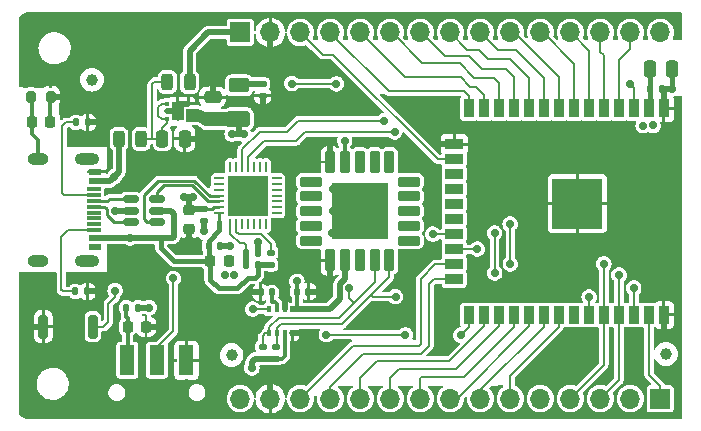
<source format=gbr>
%TF.GenerationSoftware,KiCad,Pcbnew,7.0.5-0*%
%TF.CreationDate,2024-04-29T00:28:01+02:00*%
%TF.ProjectId,esp32-eter,65737033-322d-4657-9465-722e6b696361,rev?*%
%TF.SameCoordinates,Original*%
%TF.FileFunction,Copper,L1,Top*%
%TF.FilePolarity,Positive*%
%FSLAX46Y46*%
G04 Gerber Fmt 4.6, Leading zero omitted, Abs format (unit mm)*
G04 Created by KiCad (PCBNEW 7.0.5-0) date 2024-04-29 00:28:01*
%MOMM*%
%LPD*%
G01*
G04 APERTURE LIST*
G04 Aperture macros list*
%AMRoundRect*
0 Rectangle with rounded corners*
0 $1 Rounding radius*
0 $2 $3 $4 $5 $6 $7 $8 $9 X,Y pos of 4 corners*
0 Add a 4 corners polygon primitive as box body*
4,1,4,$2,$3,$4,$5,$6,$7,$8,$9,$2,$3,0*
0 Add four circle primitives for the rounded corners*
1,1,$1+$1,$2,$3*
1,1,$1+$1,$4,$5*
1,1,$1+$1,$6,$7*
1,1,$1+$1,$8,$9*
0 Add four rect primitives between the rounded corners*
20,1,$1+$1,$2,$3,$4,$5,0*
20,1,$1+$1,$4,$5,$6,$7,0*
20,1,$1+$1,$6,$7,$8,$9,0*
20,1,$1+$1,$8,$9,$2,$3,0*%
G04 Aperture macros list end*
%TA.AperFunction,SMDPad,CuDef*%
%ADD10RoundRect,0.135000X0.135000X0.185000X-0.135000X0.185000X-0.135000X-0.185000X0.135000X-0.185000X0*%
%TD*%
%TA.AperFunction,SMDPad,CuDef*%
%ADD11C,1.000000*%
%TD*%
%TA.AperFunction,ComponentPad*%
%ADD12R,1.700000X1.700000*%
%TD*%
%TA.AperFunction,ComponentPad*%
%ADD13O,1.700000X1.700000*%
%TD*%
%TA.AperFunction,SMDPad,CuDef*%
%ADD14R,0.900000X1.500000*%
%TD*%
%TA.AperFunction,SMDPad,CuDef*%
%ADD15R,1.500000X0.900000*%
%TD*%
%TA.AperFunction,SMDPad,CuDef*%
%ADD16R,1.050000X1.050000*%
%TD*%
%TA.AperFunction,HeatsinkPad*%
%ADD17C,0.600000*%
%TD*%
%TA.AperFunction,SMDPad,CuDef*%
%ADD18R,4.200000X4.200000*%
%TD*%
%TA.AperFunction,SMDPad,CuDef*%
%ADD19RoundRect,0.140000X-0.140000X-0.170000X0.140000X-0.170000X0.140000X0.170000X-0.140000X0.170000X0*%
%TD*%
%TA.AperFunction,SMDPad,CuDef*%
%ADD20RoundRect,0.200000X-0.200000X-0.275000X0.200000X-0.275000X0.200000X0.275000X-0.200000X0.275000X0*%
%TD*%
%TA.AperFunction,SMDPad,CuDef*%
%ADD21RoundRect,0.135000X-0.185000X0.135000X-0.185000X-0.135000X0.185000X-0.135000X0.185000X0.135000X0*%
%TD*%
%TA.AperFunction,SMDPad,CuDef*%
%ADD22RoundRect,0.093750X0.093750X0.106250X-0.093750X0.106250X-0.093750X-0.106250X0.093750X-0.106250X0*%
%TD*%
%TA.AperFunction,ComponentPad*%
%ADD23C,0.500000*%
%TD*%
%TA.AperFunction,SMDPad,CuDef*%
%ADD24R,1.000000X1.600000*%
%TD*%
%TA.AperFunction,SMDPad,CuDef*%
%ADD25R,1.000000X0.600000*%
%TD*%
%TA.AperFunction,SMDPad,CuDef*%
%ADD26R,1.150000X0.300000*%
%TD*%
%TA.AperFunction,ComponentPad*%
%ADD27O,2.100000X1.000000*%
%TD*%
%TA.AperFunction,ComponentPad*%
%ADD28O,1.800000X1.000000*%
%TD*%
%TA.AperFunction,SMDPad,CuDef*%
%ADD29RoundRect,0.250000X0.475000X-0.250000X0.475000X0.250000X-0.475000X0.250000X-0.475000X-0.250000X0*%
%TD*%
%TA.AperFunction,SMDPad,CuDef*%
%ADD30RoundRect,0.243750X0.243750X0.456250X-0.243750X0.456250X-0.243750X-0.456250X0.243750X-0.456250X0*%
%TD*%
%TA.AperFunction,SMDPad,CuDef*%
%ADD31R,1.250000X2.500000*%
%TD*%
%TA.AperFunction,SMDPad,CuDef*%
%ADD32RoundRect,0.140000X-0.170000X0.140000X-0.170000X-0.140000X0.170000X-0.140000X0.170000X0.140000X0*%
%TD*%
%TA.AperFunction,SMDPad,CuDef*%
%ADD33R,0.350000X0.500000*%
%TD*%
%TA.AperFunction,SMDPad,CuDef*%
%ADD34RoundRect,0.250000X-0.625000X0.375000X-0.625000X-0.375000X0.625000X-0.375000X0.625000X0.375000X0*%
%TD*%
%TA.AperFunction,SMDPad,CuDef*%
%ADD35RoundRect,0.135000X-0.135000X-0.185000X0.135000X-0.185000X0.135000X0.185000X-0.135000X0.185000X0*%
%TD*%
%TA.AperFunction,SMDPad,CuDef*%
%ADD36RoundRect,0.140000X0.140000X0.170000X-0.140000X0.170000X-0.140000X-0.170000X0.140000X-0.170000X0*%
%TD*%
%TA.AperFunction,SMDPad,CuDef*%
%ADD37RoundRect,0.225000X-0.250000X0.225000X-0.250000X-0.225000X0.250000X-0.225000X0.250000X0.225000X0*%
%TD*%
%TA.AperFunction,SMDPad,CuDef*%
%ADD38RoundRect,0.250000X-0.250000X-0.475000X0.250000X-0.475000X0.250000X0.475000X-0.250000X0.475000X0*%
%TD*%
%TA.AperFunction,SMDPad,CuDef*%
%ADD39RoundRect,0.243750X-0.243750X-0.456250X0.243750X-0.456250X0.243750X0.456250X-0.243750X0.456250X0*%
%TD*%
%TA.AperFunction,SMDPad,CuDef*%
%ADD40RoundRect,0.062500X-0.337500X-0.062500X0.337500X-0.062500X0.337500X0.062500X-0.337500X0.062500X0*%
%TD*%
%TA.AperFunction,SMDPad,CuDef*%
%ADD41RoundRect,0.062500X-0.062500X-0.337500X0.062500X-0.337500X0.062500X0.337500X-0.062500X0.337500X0*%
%TD*%
%TA.AperFunction,SMDPad,CuDef*%
%ADD42R,3.350000X3.350000*%
%TD*%
%TA.AperFunction,SMDPad,CuDef*%
%ADD43RoundRect,0.225000X-0.225000X-0.250000X0.225000X-0.250000X0.225000X0.250000X-0.225000X0.250000X0*%
%TD*%
%TA.AperFunction,SMDPad,CuDef*%
%ADD44RoundRect,0.200000X0.200000X0.800000X-0.200000X0.800000X-0.200000X-0.800000X0.200000X-0.800000X0*%
%TD*%
%TA.AperFunction,SMDPad,CuDef*%
%ADD45RoundRect,0.135000X0.185000X-0.135000X0.185000X0.135000X-0.185000X0.135000X-0.185000X-0.135000X0*%
%TD*%
%TA.AperFunction,SMDPad,CuDef*%
%ADD46RoundRect,0.212500X-0.737500X-0.212500X0.737500X-0.212500X0.737500X0.212500X-0.737500X0.212500X0*%
%TD*%
%TA.AperFunction,SMDPad,CuDef*%
%ADD47RoundRect,0.212500X-0.212500X-0.737500X0.212500X-0.737500X0.212500X0.737500X-0.212500X0.737500X0*%
%TD*%
%TA.AperFunction,SMDPad,CuDef*%
%ADD48R,4.800000X4.800000*%
%TD*%
%TA.AperFunction,SMDPad,CuDef*%
%ADD49RoundRect,0.150000X-0.512500X-0.150000X0.512500X-0.150000X0.512500X0.150000X-0.512500X0.150000X0*%
%TD*%
%TA.AperFunction,ViaPad*%
%ADD50C,0.700000*%
%TD*%
%TA.AperFunction,ViaPad*%
%ADD51C,0.900000*%
%TD*%
%TA.AperFunction,ViaPad*%
%ADD52C,0.800000*%
%TD*%
%TA.AperFunction,Conductor*%
%ADD53C,0.500000*%
%TD*%
%TA.AperFunction,Conductor*%
%ADD54C,0.400000*%
%TD*%
%TA.AperFunction,Conductor*%
%ADD55C,0.350000*%
%TD*%
%TA.AperFunction,Conductor*%
%ADD56C,0.300000*%
%TD*%
%TA.AperFunction,Conductor*%
%ADD57C,0.250000*%
%TD*%
%TA.AperFunction,Conductor*%
%ADD58C,0.450000*%
%TD*%
%TA.AperFunction,Conductor*%
%ADD59C,0.190000*%
%TD*%
%TA.AperFunction,Conductor*%
%ADD60C,0.220000*%
%TD*%
%TA.AperFunction,Conductor*%
%ADD61C,0.200000*%
%TD*%
G04 APERTURE END LIST*
D10*
%TO.P,R3,1*%
%TO.N,+5V*%
X87560000Y-71660000D03*
%TO.P,R3,2*%
%TO.N,/CP2102_VBUS*%
X86540000Y-71660000D03*
%TD*%
D11*
%TO.P,FM2,*%
%TO.N,*%
X73500000Y-56000000D03*
%TD*%
D12*
%TO.P,J2,1,Pin_1*%
%TO.N,IO23*%
X121620000Y-83000000D03*
D13*
%TO.P,J2,2,Pin_2*%
%TO.N,IO22*%
X119080000Y-83000000D03*
%TO.P,J2,3,Pin_3*%
%TO.N,TXD0*%
X116540000Y-83000000D03*
%TO.P,J2,4,Pin_4*%
%TO.N,RXD0*%
X114000000Y-83000000D03*
%TO.P,J2,5,Pin_5*%
%TO.N,IO21*%
X111460000Y-83000000D03*
%TO.P,J2,6,Pin_6*%
%TO.N,IO19*%
X108920000Y-83000000D03*
%TO.P,J2,7,Pin_7*%
%TO.N,IO18*%
X106380000Y-83000000D03*
%TO.P,J2,8,Pin_8*%
%TO.N,IO5*%
X103840000Y-83000000D03*
%TO.P,J2,9,Pin_9*%
%TO.N,UART2_TX*%
X101300000Y-83000000D03*
%TO.P,J2,10,Pin_10*%
%TO.N,UART2_RX*%
X98760000Y-83000000D03*
%TO.P,J2,11,Pin_11*%
%TO.N,IO4*%
X96220000Y-83000000D03*
%TO.P,J2,12,Pin_12*%
%TO.N,IO2*%
X93680000Y-83000000D03*
%TO.P,J2,13,Pin_13*%
%TO.N,IO15*%
X91140000Y-83000000D03*
%TO.P,J2,14,Pin_14*%
%TO.N,GND*%
X88600000Y-83000000D03*
%TO.P,J2,15,Pin_15*%
%TO.N,+BATT*%
X86060000Y-83000000D03*
%TD*%
D12*
%TO.P,J3,1,Pin_1*%
%TO.N,+BATT*%
X86060000Y-52000000D03*
D13*
%TO.P,J3,2,Pin_2*%
%TO.N,GND*%
X88600000Y-52000000D03*
%TO.P,J3,3,Pin_3*%
%TO.N,IO13*%
X91140000Y-52000000D03*
%TO.P,J3,4,Pin_4*%
%TO.N,IO12*%
X93680000Y-52000000D03*
%TO.P,J3,5,Pin_5*%
%TO.N,IO14*%
X96220000Y-52000000D03*
%TO.P,J3,6,Pin_6*%
%TO.N,IO27*%
X98760000Y-52000000D03*
%TO.P,J3,7,Pin_7*%
%TO.N,IO26*%
X101300000Y-52000000D03*
%TO.P,J3,8,Pin_8*%
%TO.N,IO25*%
X103840000Y-52000000D03*
%TO.P,J3,9,Pin_9*%
%TO.N,IO33*%
X106380000Y-52000000D03*
%TO.P,J3,10,Pin_10*%
%TO.N,IO32*%
X108920000Y-52000000D03*
%TO.P,J3,11,Pin_11*%
%TO.N,IO35*%
X111460000Y-52000000D03*
%TO.P,J3,12,Pin_12*%
%TO.N,IO34*%
X114000000Y-52000000D03*
%TO.P,J3,13,Pin_13*%
%TO.N,VN*%
X116540000Y-52000000D03*
%TO.P,J3,14,Pin_14*%
%TO.N,VP*%
X119080000Y-52000000D03*
%TO.P,J3,15,Pin_15*%
%TO.N,BME280_ADDRESS*%
X121620000Y-52000000D03*
%TD*%
D14*
%TO.P,U1,1,GND*%
%TO.N,GND*%
X121920000Y-58420000D03*
%TO.P,U1,2,VDD*%
%TO.N,+3V3*%
X120650000Y-58420000D03*
%TO.P,U1,3,EN*%
%TO.N,/EN*%
X119380000Y-58420000D03*
%TO.P,U1,4,SENSOR_VP*%
%TO.N,VP*%
X118110000Y-58420000D03*
%TO.P,U1,5,SENSOR_VN*%
%TO.N,VN*%
X116840000Y-58420000D03*
%TO.P,U1,6,IO34*%
%TO.N,IO34*%
X115570000Y-58420000D03*
%TO.P,U1,7,IO35*%
%TO.N,IO35*%
X114300000Y-58420000D03*
%TO.P,U1,8,IO32*%
%TO.N,IO32*%
X113030000Y-58420000D03*
%TO.P,U1,9,IO33*%
%TO.N,IO33*%
X111760000Y-58420000D03*
%TO.P,U1,10,IO25*%
%TO.N,IO25*%
X110490000Y-58420000D03*
%TO.P,U1,11,IO26*%
%TO.N,IO26*%
X109220000Y-58420000D03*
%TO.P,U1,12,IO27*%
%TO.N,IO27*%
X107950000Y-58420000D03*
%TO.P,U1,13,IO14*%
%TO.N,IO14*%
X106680000Y-58420000D03*
%TO.P,U1,14,IO12*%
%TO.N,IO12*%
X105410000Y-58420000D03*
D15*
%TO.P,U1,15,GND*%
%TO.N,GND*%
X104160000Y-61460000D03*
%TO.P,U1,16,IO13*%
%TO.N,IO13*%
X104160000Y-62730000D03*
%TO.P,U1,17,SHD/SD2*%
%TO.N,unconnected-(U1-SHD{slash}SD2-Pad17)*%
X104160000Y-64000000D03*
%TO.P,U1,18,SWP/SD3*%
%TO.N,unconnected-(U1-SWP{slash}SD3-Pad18)*%
X104160000Y-65270000D03*
%TO.P,U1,19,SCS/CMD*%
%TO.N,unconnected-(U1-SCS{slash}CMD-Pad19)*%
X104160000Y-66540000D03*
%TO.P,U1,20,SCK/CLK*%
%TO.N,unconnected-(U1-SCK{slash}CLK-Pad20)*%
X104160000Y-67810000D03*
%TO.P,U1,21,SDO/SD0*%
%TO.N,IO21*%
X104160000Y-69080000D03*
%TO.P,U1,22,SDI/SD1*%
%TO.N,IO22*%
X104160000Y-70350000D03*
%TO.P,U1,23,IO15*%
%TO.N,IO15*%
X104160000Y-71620000D03*
%TO.P,U1,24,IO2*%
%TO.N,IO2*%
X104160000Y-72890000D03*
D14*
%TO.P,U1,25,IO0*%
%TO.N,/BOOT*%
X105410000Y-75920000D03*
%TO.P,U1,26,IO4*%
%TO.N,IO4*%
X106680000Y-75920000D03*
%TO.P,U1,27,IO16*%
%TO.N,UART2_RX*%
X107950000Y-75920000D03*
%TO.P,U1,28,IO17*%
%TO.N,UART2_TX*%
X109220000Y-75920000D03*
%TO.P,U1,29,IO5*%
%TO.N,IO5*%
X110490000Y-75920000D03*
%TO.P,U1,30,IO18*%
%TO.N,IO18*%
X111760000Y-75920000D03*
%TO.P,U1,31,IO19*%
%TO.N,IO19*%
X113030000Y-75920000D03*
%TO.P,U1,32,NC*%
%TO.N,unconnected-(U1-NC-Pad32)*%
X114300000Y-75920000D03*
%TO.P,U1,33,IO21*%
%TO.N,I2C0_SDA*%
X115570000Y-75920000D03*
%TO.P,U1,34,RXD0/IO3*%
%TO.N,RXD0*%
X116840000Y-75920000D03*
%TO.P,U1,35,TXD0/IO1*%
%TO.N,TXD0*%
X118110000Y-75920000D03*
%TO.P,U1,36,IO22*%
%TO.N,I2C0_SCL*%
X119380000Y-75920000D03*
%TO.P,U1,37,IO23*%
%TO.N,IO23*%
X120650000Y-75920000D03*
%TO.P,U1,38,GND*%
%TO.N,GND*%
X121920000Y-75920000D03*
D16*
%TO.P,U1,39,GND*%
X116105000Y-64965000D03*
D17*
X115342500Y-64965000D03*
D16*
X114580000Y-64965000D03*
D17*
X113817500Y-64965000D03*
D16*
X113055000Y-64965000D03*
D17*
X116105000Y-65727500D03*
X114580000Y-65727500D03*
X113055000Y-65727500D03*
D16*
X116105000Y-66490000D03*
D17*
X115342500Y-66490000D03*
D16*
X114580000Y-66490000D03*
D18*
X114580000Y-66490000D03*
D17*
X113817500Y-66490000D03*
D16*
X113055000Y-66490000D03*
D17*
X116105000Y-67252500D03*
X114580000Y-67252500D03*
X113055000Y-67252500D03*
D16*
X116105000Y-68015000D03*
D17*
X115342500Y-68015000D03*
D16*
X114580000Y-68015000D03*
D17*
X113817500Y-68015000D03*
D16*
X113055000Y-68015000D03*
%TD*%
D10*
%TO.P,R8,1*%
%TO.N,+3V3*%
X77420000Y-75300000D03*
%TO.P,R8,2*%
%TO.N,/EN_HIGH*%
X76400000Y-75300000D03*
%TD*%
D19*
%TO.P,C2,1*%
%TO.N,+3V3*%
X120770000Y-56750000D03*
%TO.P,C2,2*%
%TO.N,GND*%
X121730000Y-56750000D03*
%TD*%
D20*
%TO.P,R10,1*%
%TO.N,Net-(J1-SHIELD)*%
X68345000Y-57430000D03*
%TO.P,R10,2*%
%TO.N,GND*%
X69995000Y-57430000D03*
%TD*%
D21*
%TO.P,R7,1*%
%TO.N,I2C0_SDA*%
X89050000Y-78600000D03*
%TO.P,R7,2*%
%TO.N,+3V3*%
X89050000Y-79620000D03*
%TD*%
D22*
%TO.P,U4,1,OUT*%
%TO.N,+3V3*%
X81650000Y-59340000D03*
%TO.P,U4,2,SNS*%
X81650000Y-58690000D03*
%TO.P,U4,3,GND*%
%TO.N,GND*%
X81650000Y-58040000D03*
%TO.P,U4,4,EN*%
%TO.N,/LDO_IN*%
X79875000Y-58040000D03*
%TO.P,U4,5,GND*%
%TO.N,GND*%
X79875000Y-58690000D03*
%TO.P,U4,6,IN*%
%TO.N,/LDO_IN*%
X79875000Y-59340000D03*
D23*
%TO.P,U4,7,PAD*%
%TO.N,GND*%
X80762500Y-59240000D03*
D24*
X80762500Y-58690000D03*
D23*
X80762500Y-58140000D03*
%TD*%
D25*
%TO.P,J1,A1,GND*%
%TO.N,GND*%
X73755000Y-63800000D03*
%TO.P,J1,A4,VBUS*%
%TO.N,+5V*%
X73755000Y-64600000D03*
D26*
%TO.P,J1,A5,CC1*%
%TO.N,/USB_CC1*%
X73680000Y-65750000D03*
%TO.P,J1,A6,D+*%
%TO.N,/USB_D+*%
X73680000Y-66750000D03*
%TO.P,J1,A7,D-*%
%TO.N,/USB_D-*%
X73680000Y-67250000D03*
%TO.P,J1,A8,SBU1*%
%TO.N,unconnected-(J1-SBU1-PadA8)*%
X73680000Y-68250000D03*
D25*
%TO.P,J1,A9,VBUS*%
%TO.N,+5V*%
X73755000Y-69400000D03*
%TO.P,J1,A12,GND*%
%TO.N,GND*%
X73755000Y-70200000D03*
%TO.P,J1,B1,GND*%
X73755000Y-70200000D03*
%TO.P,J1,B4,VBUS*%
%TO.N,+5V*%
X73755000Y-69400000D03*
D26*
%TO.P,J1,B5,CC2*%
%TO.N,/USB_CC2*%
X73680000Y-68750000D03*
%TO.P,J1,B6,D+*%
%TO.N,/USB_D+*%
X73680000Y-67750000D03*
%TO.P,J1,B7,D-*%
%TO.N,/USB_D-*%
X73680000Y-66250000D03*
%TO.P,J1,B8,SBU2*%
%TO.N,unconnected-(J1-SBU2-PadB8)*%
X73680000Y-65250000D03*
D25*
%TO.P,J1,B9,VBUS*%
%TO.N,+5V*%
X73755000Y-64600000D03*
%TO.P,J1,B12,GND*%
%TO.N,GND*%
X73755000Y-63800000D03*
D27*
%TO.P,J1,S1,SHIELD*%
%TO.N,Net-(J1-SHIELD)*%
X73105000Y-62680000D03*
D28*
X68925000Y-62680000D03*
D27*
X73105000Y-71320000D03*
D28*
X68925000Y-71320000D03*
%TD*%
D21*
%TO.P,R9,1*%
%TO.N,/LED*%
X87962500Y-56350000D03*
%TO.P,R9,2*%
%TO.N,GND*%
X87962500Y-57370000D03*
%TD*%
D29*
%TO.P,C8,1*%
%TO.N,+3V3*%
X83712500Y-59370000D03*
%TO.P,C8,2*%
%TO.N,GND*%
X83712500Y-57470000D03*
%TD*%
D30*
%TO.P,D1,1,K*%
%TO.N,/LDO_IN*%
X77662500Y-61020000D03*
%TO.P,D1,2,A*%
%TO.N,+5V*%
X75787500Y-61020000D03*
%TD*%
D19*
%TO.P,C3,1*%
%TO.N,+5V*%
X83370000Y-70070000D03*
%TO.P,C3,2*%
%TO.N,GND*%
X84330000Y-70070000D03*
%TD*%
D31*
%TO.P,SW2,1,A*%
%TO.N,/EN_HIGH*%
X76500000Y-79750000D03*
%TO.P,SW2,2,B*%
%TO.N,/EN*%
X79000000Y-79750000D03*
%TO.P,SW2,3,C*%
%TO.N,GND*%
X81500000Y-79750000D03*
%TD*%
D32*
%TO.P,C6,1*%
%TO.N,+3V3*%
X82960000Y-66980000D03*
%TO.P,C6,2*%
%TO.N,GND*%
X82960000Y-67940000D03*
%TD*%
D21*
%TO.P,R6,1*%
%TO.N,I2C0_SCL*%
X87950000Y-78600000D03*
%TO.P,R6,2*%
%TO.N,+3V3*%
X87950000Y-79620000D03*
%TD*%
D33*
%TO.P,U5,1,GND*%
%TO.N,GND*%
X90450000Y-77485000D03*
%TO.P,U5,2,CSB*%
%TO.N,+3V3*%
X89800000Y-77485000D03*
%TO.P,U5,3,SDI*%
%TO.N,I2C0_SDA*%
X89150000Y-77485000D03*
%TO.P,U5,4,SCK*%
%TO.N,I2C0_SCL*%
X88500000Y-77485000D03*
%TO.P,U5,5,SDO*%
%TO.N,BME280_ADDRESS*%
X88500000Y-75435000D03*
%TO.P,U5,6,VDDIO*%
%TO.N,+3V3*%
X89150000Y-75435000D03*
%TO.P,U5,7,GND*%
%TO.N,GND*%
X89800000Y-75435000D03*
%TO.P,U5,8,VDD*%
%TO.N,+3V3*%
X90450000Y-75435000D03*
%TD*%
D34*
%TO.P,D3,1,K*%
%TO.N,/LED*%
X85962500Y-56480000D03*
%TO.P,D3,2,A*%
%TO.N,+3V3*%
X85962500Y-59280000D03*
%TD*%
D35*
%TO.P,R4,1*%
%TO.N,/CP2102_VBUS*%
X86530000Y-70660000D03*
%TO.P,R4,2*%
%TO.N,GND*%
X87550000Y-70660000D03*
%TD*%
D36*
%TO.P,C9,1*%
%TO.N,+3V3*%
X88730000Y-74000000D03*
%TO.P,C9,2*%
%TO.N,GND*%
X87770000Y-74000000D03*
%TD*%
D37*
%TO.P,C5,1*%
%TO.N,+3V3*%
X81710000Y-67060000D03*
%TO.P,C5,2*%
%TO.N,GND*%
X81710000Y-68610000D03*
%TD*%
D11*
%TO.P,FM3,*%
%TO.N,*%
X122100000Y-79230000D03*
%TD*%
D19*
%TO.P,C10,1*%
%TO.N,+3V3*%
X90870000Y-73950000D03*
%TO.P,C10,2*%
%TO.N,GND*%
X91830000Y-73950000D03*
%TD*%
D11*
%TO.P,FM1,*%
%TO.N,*%
X85320000Y-79320000D03*
%TD*%
D38*
%TO.P,C7,1*%
%TO.N,/LDO_IN*%
X79462500Y-61000000D03*
%TO.P,C7,2*%
%TO.N,GND*%
X81362500Y-61000000D03*
%TD*%
D39*
%TO.P,D2,1,K*%
%TO.N,/LDO_IN*%
X79887500Y-56200000D03*
%TO.P,D2,2,A*%
%TO.N,+BATT*%
X81762500Y-56200000D03*
%TD*%
D40*
%TO.P,U3,1,~{DCD}*%
%TO.N,unconnected-(U3-~{DCD}-Pad1)*%
X84260000Y-64310000D03*
%TO.P,U3,2,~{RI}/CLK*%
%TO.N,unconnected-(U3-~{RI}{slash}CLK-Pad2)*%
X84260000Y-64810000D03*
%TO.P,U3,3,GND*%
%TO.N,GND*%
X84260000Y-65310000D03*
%TO.P,U3,4,D+*%
%TO.N,/CP2102_D+*%
X84260000Y-65810000D03*
%TO.P,U3,5,D-*%
%TO.N,/CP2102_D-*%
X84260000Y-66310000D03*
%TO.P,U3,6,VDD*%
%TO.N,+3V3*%
X84260000Y-66810000D03*
%TO.P,U3,7,VREGIN*%
%TO.N,+5V*%
X84260000Y-67310000D03*
D41*
%TO.P,U3,8,VBUS*%
%TO.N,/CP2102_VBUS*%
X85210000Y-68260000D03*
%TO.P,U3,9,~{RST}*%
%TO.N,/RSTB*%
X85710000Y-68260000D03*
%TO.P,U3,10,NC*%
%TO.N,unconnected-(U3-NC-Pad10)*%
X86210000Y-68260000D03*
%TO.P,U3,11,~{SUSPEND}*%
%TO.N,unconnected-(U3-~{SUSPEND}-Pad11)*%
X86710000Y-68260000D03*
%TO.P,U3,12,SUSPEND*%
%TO.N,unconnected-(U3-SUSPEND-Pad12)*%
X87210000Y-68260000D03*
%TO.P,U3,13,CHREN*%
%TO.N,unconnected-(U3-CHREN-Pad13)*%
X87710000Y-68260000D03*
%TO.P,U3,14,CHR1*%
%TO.N,unconnected-(U3-CHR1-Pad14)*%
X88210000Y-68260000D03*
D40*
%TO.P,U3,15,CHR0*%
%TO.N,unconnected-(U3-CHR0-Pad15)*%
X89160000Y-67310000D03*
%TO.P,U3,16,~{WAKEUP}/GPIO.3*%
%TO.N,unconnected-(U3-~{WAKEUP}{slash}GPIO.3-Pad16)*%
X89160000Y-66810000D03*
%TO.P,U3,17,RS485/GPIO.2*%
%TO.N,unconnected-(U3-RS485{slash}GPIO.2-Pad17)*%
X89160000Y-66310000D03*
%TO.P,U3,18,~{RXT}/GPIO.1*%
%TO.N,unconnected-(U3-~{RXT}{slash}GPIO.1-Pad18)*%
X89160000Y-65810000D03*
%TO.P,U3,19,~{TXT}/GPIO.0*%
%TO.N,unconnected-(U3-~{TXT}{slash}GPIO.0-Pad19)*%
X89160000Y-65310000D03*
%TO.P,U3,20,GPIO.6*%
%TO.N,unconnected-(U3-GPIO.6-Pad20)*%
X89160000Y-64810000D03*
%TO.P,U3,21,GPIO.5*%
%TO.N,unconnected-(U3-GPIO.5-Pad21)*%
X89160000Y-64310000D03*
D41*
%TO.P,U3,22,GPIO.4*%
%TO.N,unconnected-(U3-GPIO.4-Pad22)*%
X88210000Y-63360000D03*
%TO.P,U3,23,~{CTS}*%
%TO.N,unconnected-(U3-~{CTS}-Pad23)*%
X87710000Y-63360000D03*
%TO.P,U3,24,~{RTS}*%
%TO.N,unconnected-(U3-~{RTS}-Pad24)*%
X87210000Y-63360000D03*
%TO.P,U3,25,RXD*%
%TO.N,TXD0*%
X86710000Y-63360000D03*
%TO.P,U3,26,TXD*%
%TO.N,RXD0*%
X86210000Y-63360000D03*
%TO.P,U3,27,~{DSR}*%
%TO.N,unconnected-(U3-~{DSR}-Pad27)*%
X85710000Y-63360000D03*
%TO.P,U3,28,~{DTR}*%
%TO.N,unconnected-(U3-~{DTR}-Pad28)*%
X85210000Y-63360000D03*
D42*
%TO.P,U3,29,GND*%
%TO.N,GND*%
X86710000Y-65810000D03*
%TD*%
D43*
%TO.P,C11,1*%
%TO.N,/EN_HIGH*%
X76525000Y-76900000D03*
%TO.P,C11,2*%
%TO.N,GND*%
X78075000Y-76900000D03*
%TD*%
D38*
%TO.P,C1,1*%
%TO.N,+3V3*%
X120750000Y-55100000D03*
%TO.P,C1,2*%
%TO.N,GND*%
X122650000Y-55100000D03*
%TD*%
D35*
%TO.P,R2,1*%
%TO.N,/USB_CC1*%
X72130000Y-59610000D03*
%TO.P,R2,2*%
%TO.N,GND*%
X73150000Y-59610000D03*
%TD*%
D43*
%TO.P,C4,1*%
%TO.N,+5V*%
X83525000Y-71370000D03*
%TO.P,C4,2*%
%TO.N,GND*%
X85075000Y-71370000D03*
%TD*%
D44*
%TO.P,SW1,1,A*%
%TO.N,/BOOT*%
X73570000Y-76920000D03*
%TO.P,SW1,2,B*%
%TO.N,GND*%
X69370000Y-76920000D03*
%TD*%
D45*
%TO.P,R5,1*%
%TO.N,+5V*%
X88650000Y-71670000D03*
%TO.P,R5,2*%
%TO.N,/RSTB*%
X88650000Y-70650000D03*
%TD*%
D46*
%TO.P,U6,1*%
%TO.N,N/C*%
X92030000Y-64620000D03*
%TO.P,U6,2*%
X92030000Y-65870000D03*
%TO.P,U6,3*%
X92030000Y-67120000D03*
%TO.P,U6,4*%
X92030000Y-68370000D03*
%TO.P,U6,5*%
X92030000Y-69620000D03*
D47*
%TO.P,U6,6,GND*%
%TO.N,GND*%
X93680000Y-71270000D03*
%TO.P,U6,7,VDD*%
%TO.N,+3V3*%
X94930000Y-71270000D03*
%TO.P,U6,8*%
%TO.N,N/C*%
X96180000Y-71270000D03*
%TO.P,U6,9,SCL*%
%TO.N,I2C0_SCL*%
X97430000Y-71270000D03*
%TO.P,U6,10,SDA*%
%TO.N,I2C0_SDA*%
X98680000Y-71270000D03*
D46*
%TO.P,U6,11*%
%TO.N,N/C*%
X100330000Y-69620000D03*
%TO.P,U6,12*%
X100330000Y-68370000D03*
%TO.P,U6,13*%
X100330000Y-67120000D03*
%TO.P,U6,14*%
X100330000Y-65870000D03*
%TO.P,U6,15*%
X100330000Y-64620000D03*
D47*
%TO.P,U6,16*%
X98680000Y-62970000D03*
%TO.P,U6,17*%
X97430000Y-62970000D03*
%TO.P,U6,18*%
X96180000Y-62970000D03*
%TO.P,U6,19,VDD*%
%TO.N,+3V3*%
X94930000Y-62970000D03*
%TO.P,U6,20,GND*%
%TO.N,GND*%
X93680000Y-62970000D03*
D48*
%TO.P,U6,21,GND*%
X96180000Y-67120000D03*
%TD*%
D35*
%TO.P,R1,1*%
%TO.N,/USB_CC2*%
X72100000Y-73920000D03*
%TO.P,R1,2*%
%TO.N,GND*%
X73120000Y-73920000D03*
%TD*%
D49*
%TO.P,U2,1,I/O1*%
%TO.N,/USB_D-*%
X76762500Y-66130000D03*
%TO.P,U2,2,GND*%
%TO.N,GND*%
X76762500Y-67080000D03*
%TO.P,U2,3,I/O2*%
%TO.N,/USB_D+*%
X76762500Y-68030000D03*
%TO.P,U2,4,I/O2*%
%TO.N,/CP2102_D+*%
X79037500Y-68030000D03*
%TO.P,U2,5,VBUS*%
%TO.N,+5V*%
X79037500Y-67080000D03*
%TO.P,U2,6,I/O1*%
%TO.N,/CP2102_D-*%
X79037500Y-66130000D03*
%TD*%
D43*
%TO.P,C12,1*%
%TO.N,Net-(J1-SHIELD)*%
X68425000Y-59560000D03*
%TO.P,C12,2*%
%TO.N,GND*%
X69975000Y-59560000D03*
%TD*%
D50*
%TO.N,+3V3*%
X121010000Y-59870000D03*
X85370000Y-60620000D03*
X86350000Y-60620000D03*
X87040000Y-80410000D03*
X81290000Y-65930000D03*
X120170000Y-59880000D03*
X82040000Y-65900000D03*
X90850000Y-73060000D03*
X94900000Y-61160000D03*
X78350000Y-75300000D03*
%TO.N,GND*%
X93850000Y-69000000D03*
X102750000Y-61460000D03*
D51*
X94200000Y-57700000D03*
D50*
X121910000Y-77350000D03*
X94750000Y-68050000D03*
X122640000Y-56750000D03*
X82550000Y-61550000D03*
X87560000Y-69750000D03*
X82950000Y-79000000D03*
X85150000Y-70060000D03*
D51*
X77000000Y-51000000D03*
X79000000Y-51000000D03*
X102300000Y-67700000D03*
D50*
X82150000Y-69800000D03*
X75440000Y-67080000D03*
D51*
X77000000Y-73000000D03*
D50*
X91325000Y-77485000D03*
D51*
X75000000Y-51000000D03*
D50*
X82950000Y-79850000D03*
D51*
X79000000Y-73000000D03*
D50*
X73970000Y-73920000D03*
D51*
X100000000Y-58400000D03*
D50*
X92700000Y-73950000D03*
D52*
X90300000Y-66610000D03*
D50*
X93900000Y-67150000D03*
X87970000Y-58210000D03*
X84730000Y-72560000D03*
D51*
X92250000Y-55000000D03*
D50*
X87900000Y-66900000D03*
D51*
X99000000Y-76000000D03*
X75370000Y-70510000D03*
X113000000Y-81000000D03*
X119000000Y-79000000D03*
X76000000Y-59000000D03*
D50*
X88050000Y-80800000D03*
D51*
X80000000Y-53000000D03*
D50*
X84200000Y-56270000D03*
D51*
X83000000Y-75000000D03*
D50*
X94750000Y-66100000D03*
D51*
X74000000Y-53000000D03*
X77520000Y-70540000D03*
D50*
X93670000Y-61220000D03*
X87900000Y-65850000D03*
D52*
X79830000Y-63210000D03*
D50*
X82550000Y-60650000D03*
X74000000Y-59610000D03*
D51*
X97000000Y-76000000D03*
X92250000Y-57750000D03*
D50*
X96650000Y-66150000D03*
X86750000Y-64600000D03*
D51*
X83000000Y-77000000D03*
D52*
X89290000Y-72770000D03*
D51*
X74000000Y-83000000D03*
X85000000Y-77000000D03*
D50*
X85600000Y-66950000D03*
D52*
X90220000Y-71480000D03*
D51*
X97200000Y-58400000D03*
D50*
X95650000Y-65250000D03*
D51*
X102600000Y-58400000D03*
D50*
X83220000Y-56280000D03*
X89200000Y-54250000D03*
X97400000Y-69000000D03*
X95650000Y-69000000D03*
X83000000Y-68800000D03*
X81150000Y-77550000D03*
D51*
X119000000Y-81000000D03*
X115000000Y-79000000D03*
D50*
X79250000Y-77350000D03*
D51*
X70000000Y-73000000D03*
D50*
X85600000Y-65800000D03*
D51*
X68000000Y-73000000D03*
D50*
X97400000Y-67150000D03*
X82900000Y-78150000D03*
D51*
X68000000Y-79000000D03*
D52*
X90300000Y-62280000D03*
D51*
X71530000Y-57430000D03*
X81000000Y-51000000D03*
D50*
X86750000Y-66900000D03*
X82100000Y-77550000D03*
D51*
X93000000Y-79000000D03*
X68000000Y-51000000D03*
D50*
X85530000Y-72560000D03*
D51*
X102300000Y-65500000D03*
D50*
X87900000Y-64600000D03*
X86900000Y-74000000D03*
X89050000Y-80800000D03*
X96550000Y-68000000D03*
D51*
X102320000Y-63540000D03*
X106100000Y-68900000D03*
X113000000Y-79000000D03*
D50*
X89800000Y-74450000D03*
X88050000Y-54300000D03*
D51*
X90250000Y-55000000D03*
X91000000Y-79000000D03*
D52*
X90300000Y-64350000D03*
D50*
X85600000Y-64600000D03*
D51*
X76000000Y-53000000D03*
D52*
X90250000Y-69160000D03*
D50*
X68250000Y-77260000D03*
X93670000Y-72890000D03*
D51*
X73000000Y-51000000D03*
X119400000Y-72300000D03*
D50*
X79250000Y-76550000D03*
D52*
X77180000Y-63200000D03*
D51*
X83000000Y-51000000D03*
D50*
X97350000Y-65250000D03*
D51*
X91000000Y-81000000D03*
D50*
X68250000Y-76310000D03*
X81300000Y-69810000D03*
X93900000Y-65250000D03*
%TO.N,+5V*%
X75405000Y-64205000D03*
X76740000Y-69390000D03*
%TO.N,IO22*%
X106120000Y-70330000D03*
%TO.N,TXD0*%
X107580000Y-68980000D03*
X99120000Y-60430000D03*
X107600000Y-72370000D03*
X118120000Y-72530000D03*
%TO.N,RXD0*%
X98230000Y-59470000D03*
X108900000Y-68210000D03*
X108920000Y-71590000D03*
X116840000Y-71590000D03*
%TO.N,IO21*%
X102350000Y-69080000D03*
%TO.N,BME280_ADDRESS*%
X87100000Y-75430000D03*
%TO.N,I2C0_SCL*%
X95290000Y-73630000D03*
X119370000Y-73640000D03*
%TO.N,I2C0_SDA*%
X115600000Y-74400000D03*
X99200000Y-74375000D03*
%TO.N,/BOOT*%
X93340000Y-77600000D03*
X104720000Y-77630000D03*
X75450000Y-73850000D03*
X100040000Y-77600000D03*
%TO.N,/EN*%
X80400000Y-72810000D03*
X90430000Y-56330000D03*
X94200000Y-56350000D03*
X119080000Y-56380000D03*
%TD*%
D53*
%TO.N,+3V3*%
X85962500Y-59280000D02*
X85962500Y-60587500D01*
X85962500Y-60587500D02*
X85930000Y-60620000D01*
D54*
X120770000Y-55120000D02*
X120750000Y-55100000D01*
D53*
X87950000Y-79620000D02*
X89050000Y-79620000D01*
X85930000Y-60620000D02*
X86350000Y-60620000D01*
D54*
X120770000Y-56750000D02*
X120770000Y-58300000D01*
D53*
X87040000Y-79880000D02*
X87300000Y-79620000D01*
D55*
X89800000Y-77485000D02*
X89800000Y-79380000D01*
D56*
X90740000Y-75435000D02*
X90875000Y-75300000D01*
X90870000Y-73950000D02*
X90870000Y-73080000D01*
D53*
X94490000Y-73298629D02*
X94490000Y-74590000D01*
X94930000Y-72858629D02*
X94490000Y-73298629D01*
X94930000Y-71270000D02*
X94930000Y-72858629D01*
D56*
X88725000Y-74005000D02*
X88725000Y-74835000D01*
D53*
X94490000Y-74590000D02*
X93645000Y-75435000D01*
D56*
X90450000Y-75435000D02*
X90740000Y-75435000D01*
D55*
X89560000Y-79620000D02*
X89050000Y-79620000D01*
D53*
X87300000Y-79620000D02*
X87950000Y-79620000D01*
X85370000Y-60620000D02*
X85930000Y-60620000D01*
D57*
X83641992Y-66980000D02*
X82960000Y-66980000D01*
D56*
X90875000Y-75300000D02*
X90875000Y-73955000D01*
D54*
X120770000Y-56750000D02*
X120770000Y-55120000D01*
D55*
X89800000Y-79380000D02*
X89560000Y-79620000D01*
D53*
X92346371Y-75435000D02*
X90500000Y-75435000D01*
D56*
X89150000Y-74960000D02*
X89150000Y-75435000D01*
X88730000Y-74000000D02*
X88725000Y-74005000D01*
D53*
X92346371Y-75435000D02*
X92210000Y-75435000D01*
X93645000Y-75435000D02*
X92346371Y-75435000D01*
D56*
X88725000Y-74835000D02*
X89025000Y-74835000D01*
D54*
X120770000Y-58300000D02*
X120650000Y-58420000D01*
D53*
X81710000Y-67060000D02*
X81710000Y-65930000D01*
D56*
X90870000Y-73080000D02*
X90850000Y-73060000D01*
D53*
X77420000Y-75300000D02*
X78350000Y-75300000D01*
X87040000Y-80410000D02*
X87040000Y-79880000D01*
D56*
X89025000Y-74835000D02*
X89150000Y-74960000D01*
X90875000Y-73955000D02*
X90870000Y-73950000D01*
D53*
X82960000Y-66980000D02*
X81790000Y-66980000D01*
X82010000Y-65930000D02*
X82040000Y-65900000D01*
X81710000Y-65930000D02*
X82010000Y-65930000D01*
D57*
X84260000Y-66810000D02*
X83811992Y-66810000D01*
D55*
X94910000Y-62950000D02*
X94910000Y-61190000D01*
D57*
X83811992Y-66810000D02*
X83641992Y-66980000D01*
D53*
X81790000Y-66980000D02*
X81710000Y-67060000D01*
X81290000Y-65930000D02*
X81710000Y-65930000D01*
%TO.N,GND*%
X87962500Y-58197500D02*
X87950000Y-58210000D01*
X104160000Y-61460000D02*
X102750000Y-61460000D01*
D57*
X122650000Y-56740000D02*
X122640000Y-56750000D01*
D53*
X73150000Y-59610000D02*
X74000000Y-59610000D01*
X81710000Y-68610000D02*
X81710000Y-69360000D01*
X88600000Y-83000000D02*
X88600000Y-80820000D01*
X88620000Y-80800000D02*
X89050000Y-80800000D01*
X69915000Y-57430000D02*
X71530000Y-57430000D01*
X121920000Y-58420000D02*
X121920000Y-56940000D01*
X93680000Y-71240000D02*
X93680000Y-72820000D01*
D58*
X122650000Y-55100000D02*
X122650000Y-56740000D01*
D53*
X82960000Y-68760000D02*
X83000000Y-68800000D01*
X90450000Y-77485000D02*
X91325000Y-77485000D01*
X87550000Y-70660000D02*
X87550000Y-69760000D01*
X81710000Y-68610000D02*
X81710000Y-69400000D01*
X83712500Y-56287500D02*
X83720000Y-56280000D01*
X88050000Y-54300000D02*
X88600000Y-54300000D01*
X81300000Y-69810000D02*
X82140000Y-69810000D01*
X81402500Y-61030000D02*
X81362500Y-61070000D01*
X79250000Y-76880000D02*
X79250000Y-76550000D01*
X121920000Y-75920000D02*
X121920000Y-77330000D01*
X82550000Y-61030000D02*
X82550000Y-61550000D01*
X82960000Y-67940000D02*
X82960000Y-68760000D01*
X83720000Y-56280000D02*
X84190000Y-56280000D01*
X89800000Y-75435000D02*
X89800000Y-74450000D01*
X79230000Y-76900000D02*
X79250000Y-76880000D01*
X88050000Y-80800000D02*
X88620000Y-80800000D01*
X82550000Y-61030000D02*
X81402500Y-61030000D01*
X87550000Y-69760000D02*
X87560000Y-69750000D01*
X68240000Y-77480000D02*
X68240000Y-77050000D01*
X88600000Y-54300000D02*
X89150000Y-54300000D01*
X88600000Y-52000000D02*
X88600000Y-54300000D01*
X81650000Y-58040000D02*
X80862500Y-58040000D01*
X89150000Y-54300000D02*
X89200000Y-54250000D01*
X82140000Y-69810000D02*
X82150000Y-69800000D01*
X79250000Y-77350000D02*
X79250000Y-76880000D01*
D55*
X69975000Y-59560000D02*
X69975000Y-57490000D01*
D53*
X83712500Y-57470000D02*
X83712500Y-56287500D01*
X82550000Y-60650000D02*
X82550000Y-61030000D01*
X93670000Y-71230000D02*
X93680000Y-71240000D01*
X73120000Y-73920000D02*
X73970000Y-73920000D01*
X87962500Y-57370000D02*
X87962500Y-58197500D01*
X80862500Y-58040000D02*
X80762500Y-58140000D01*
X85140000Y-70070000D02*
X85150000Y-70060000D01*
X93680000Y-72820000D02*
X93650000Y-72850000D01*
X83220000Y-56280000D02*
X83720000Y-56280000D01*
X88600000Y-80820000D02*
X88620000Y-80800000D01*
X87770000Y-74000000D02*
X86900000Y-74000000D01*
X79875000Y-58690000D02*
X80762500Y-58690000D01*
X68370000Y-76920000D02*
X68240000Y-77050000D01*
X81710000Y-69400000D02*
X81300000Y-69810000D01*
D55*
X69975000Y-57490000D02*
X69915000Y-57430000D01*
D53*
X84190000Y-56280000D02*
X84200000Y-56270000D01*
X69370000Y-76920000D02*
X68370000Y-76920000D01*
X91830000Y-73950000D02*
X92700000Y-73950000D01*
X76762500Y-67080000D02*
X75440000Y-67080000D01*
X68240000Y-77050000D02*
X68240000Y-76530000D01*
X121920000Y-77330000D02*
X121900000Y-77350000D01*
X93670000Y-62930000D02*
X93670000Y-61250000D01*
X85220000Y-70070000D02*
X85230000Y-70060000D01*
X121920000Y-56940000D02*
X121730000Y-56750000D01*
X81710000Y-69360000D02*
X82150000Y-69800000D01*
X121730000Y-56750000D02*
X122640000Y-56750000D01*
X78075000Y-76900000D02*
X79230000Y-76900000D01*
X84330000Y-70070000D02*
X85140000Y-70070000D01*
D54*
%TO.N,+5V*%
X84260000Y-68730000D02*
X84260000Y-68070000D01*
D53*
X76730000Y-69400000D02*
X76740000Y-69390000D01*
D54*
X85810000Y-73670000D02*
X86690000Y-72790000D01*
X84230000Y-73670000D02*
X85810000Y-73670000D01*
X87560000Y-72520000D02*
X87560000Y-71660000D01*
D53*
X79330000Y-69390000D02*
X80330000Y-69390000D01*
D54*
X80460000Y-71350000D02*
X79370000Y-70260000D01*
X83370000Y-70070000D02*
X83370000Y-71215000D01*
D53*
X88640000Y-71660000D02*
X88650000Y-71670000D01*
D54*
X83370000Y-69620000D02*
X84260000Y-68730000D01*
D53*
X80330000Y-69390000D02*
X80470000Y-69250000D01*
X75010000Y-64600000D02*
X75405000Y-64205000D01*
D54*
X83370000Y-71215000D02*
X83525000Y-71370000D01*
D53*
X73680000Y-69400000D02*
X76730000Y-69400000D01*
X80210000Y-67080000D02*
X79037500Y-67080000D01*
D54*
X79360000Y-70260000D02*
X79360000Y-69420000D01*
D53*
X80470000Y-67340000D02*
X80210000Y-67080000D01*
X80470000Y-69250000D02*
X80470000Y-67340000D01*
D54*
X83370000Y-70070000D02*
X83370000Y-69620000D01*
X83525000Y-71370000D02*
X83505000Y-71350000D01*
D53*
X75787500Y-63822500D02*
X75787500Y-61020000D01*
D54*
X83505000Y-71350000D02*
X80460000Y-71350000D01*
X79370000Y-70260000D02*
X79360000Y-70260000D01*
X83525000Y-72965000D02*
X84230000Y-73670000D01*
D53*
X87560000Y-71660000D02*
X88640000Y-71660000D01*
X73680000Y-64600000D02*
X75010000Y-64600000D01*
D54*
X83525000Y-71370000D02*
X83525000Y-72965000D01*
X79360000Y-69420000D02*
X79330000Y-69390000D01*
D53*
X75405000Y-64205000D02*
X75787500Y-63822500D01*
D54*
X87290000Y-72790000D02*
X87560000Y-72520000D01*
D53*
X76740000Y-69390000D02*
X79330000Y-69390000D01*
D57*
X84260000Y-67310000D02*
X84260000Y-68070000D01*
D54*
X86690000Y-72790000D02*
X87290000Y-72790000D01*
D53*
%TO.N,+BATT*%
X81762500Y-53567500D02*
X83330000Y-52000000D01*
X81762500Y-55920000D02*
X81762500Y-53567500D01*
X83330000Y-52000000D02*
X86060000Y-52000000D01*
%TO.N,/LED*%
X87962500Y-56350000D02*
X86092500Y-56350000D01*
X86092500Y-56350000D02*
X85962500Y-56480000D01*
D59*
%TO.N,IO23*%
X121620000Y-83000000D02*
X121620000Y-81950000D01*
X121620000Y-81950000D02*
X120650000Y-80980000D01*
X120650000Y-80980000D02*
X120650000Y-75920000D01*
%TO.N,IO22*%
X106120000Y-70330000D02*
X106100000Y-70350000D01*
X106100000Y-70350000D02*
X104160000Y-70350000D01*
%TO.N,TXD0*%
X118100000Y-81440000D02*
X118100000Y-81400000D01*
X118100000Y-81400000D02*
X118110000Y-81390000D01*
X88060000Y-61190000D02*
X90750000Y-61190000D01*
X91510000Y-60430000D02*
X98840000Y-60430000D01*
X107600000Y-69000000D02*
X107580000Y-68980000D01*
X118110000Y-81390000D02*
X118110000Y-75920000D01*
X86710000Y-63360000D02*
X86710000Y-62540000D01*
X118110000Y-72540000D02*
X118120000Y-72530000D01*
X98840000Y-60430000D02*
X99120000Y-60430000D01*
X90750000Y-61190000D02*
X91510000Y-60430000D01*
X116540000Y-83000000D02*
X118100000Y-81440000D01*
X107600000Y-72370000D02*
X107600000Y-69000000D01*
X86710000Y-62540000D02*
X88060000Y-61190000D01*
X118110000Y-75920000D02*
X118110000Y-72540000D01*
%TO.N,RXD0*%
X108920000Y-71590000D02*
X108920000Y-68230000D01*
X86210000Y-63360000D02*
X86210000Y-61890000D01*
X87720000Y-60400000D02*
X89980000Y-60400000D01*
X114000000Y-83000000D02*
X116825000Y-80175000D01*
X89980000Y-60400000D02*
X90920000Y-59460000D01*
X116840000Y-75920000D02*
X116840000Y-71590000D01*
X116825000Y-80125000D02*
X116840000Y-80110000D01*
X87710000Y-60390000D02*
X87720000Y-60400000D01*
X116825000Y-80175000D02*
X116825000Y-80125000D01*
X86210000Y-61890000D02*
X87710000Y-60390000D01*
X116840000Y-80110000D02*
X116840000Y-75920000D01*
X90920000Y-59460000D02*
X98150000Y-59460000D01*
X108920000Y-68230000D02*
X108900000Y-68210000D01*
X98220000Y-59460000D02*
X98230000Y-59470000D01*
X98150000Y-59460000D02*
X98220000Y-59460000D01*
%TO.N,IO21*%
X104160000Y-69080000D02*
X102350000Y-69080000D01*
%TO.N,IO19*%
X108925000Y-81225000D02*
X108925000Y-81050000D01*
X113030000Y-76945000D02*
X113030000Y-75920000D01*
X108920000Y-81230000D02*
X108925000Y-81225000D01*
X108920000Y-83000000D02*
X108920000Y-81230000D01*
X108925000Y-81050000D02*
X113030000Y-76945000D01*
%TO.N,IO18*%
X106380000Y-82295000D02*
X111760000Y-76915000D01*
X106380000Y-83000000D02*
X106380000Y-82295000D01*
X111760000Y-76915000D02*
X111760000Y-75920000D01*
%TO.N,IO5*%
X110490000Y-75920000D02*
X110490000Y-76885000D01*
X104375000Y-83000000D02*
X103840000Y-83000000D01*
X110490000Y-76885000D02*
X104375000Y-83000000D01*
%TO.N,UART2_TX*%
X101300000Y-81250000D02*
X101300000Y-83000000D01*
X101400000Y-81150000D02*
X101300000Y-81250000D01*
X104975000Y-81150000D02*
X101400000Y-81150000D01*
X109220000Y-76905000D02*
X104975000Y-81150000D01*
X109220000Y-75920000D02*
X109220000Y-76905000D01*
%TO.N,UART2_RX*%
X99525000Y-80475000D02*
X98760000Y-81240000D01*
X107950000Y-75920000D02*
X107950000Y-76875000D01*
X104350000Y-80475000D02*
X99525000Y-80475000D01*
X107950000Y-76875000D02*
X104350000Y-80475000D01*
X98760000Y-81240000D02*
X98760000Y-83000000D01*
%TO.N,IO4*%
X96220000Y-81230000D02*
X96220000Y-83000000D01*
X97625000Y-79825000D02*
X96220000Y-81230000D01*
X106680000Y-75920000D02*
X106680000Y-76895000D01*
X103750000Y-79825000D02*
X97625000Y-79825000D01*
X106680000Y-76895000D02*
X103750000Y-79825000D01*
%TO.N,IO2*%
X96470000Y-79190000D02*
X93680000Y-81980000D01*
X93680000Y-81980000D02*
X93680000Y-83000000D01*
X104145000Y-72875000D02*
X102435000Y-72875000D01*
X102030000Y-73280000D02*
X102030000Y-78530000D01*
X104160000Y-72890000D02*
X104145000Y-72875000D01*
X102435000Y-72875000D02*
X102030000Y-73280000D01*
X102030000Y-78530000D02*
X101370000Y-79190000D01*
X101370000Y-79190000D02*
X96470000Y-79190000D01*
%TO.N,IO15*%
X101190000Y-78560000D02*
X101350000Y-78400000D01*
X101350000Y-78400000D02*
X101350000Y-72850000D01*
X102580000Y-71620000D02*
X104160000Y-71620000D01*
X95580000Y-78560000D02*
X101190000Y-78560000D01*
X91140000Y-83000000D02*
X95580000Y-78560000D01*
X91140000Y-83000000D02*
X91200000Y-83000000D01*
X101350000Y-72850000D02*
X102580000Y-71620000D01*
%TO.N,IO13*%
X93900000Y-53875000D02*
X93025000Y-53875000D01*
X93025000Y-53875000D02*
X92750000Y-53600000D01*
X92740000Y-53600000D02*
X91140000Y-52000000D01*
X102755000Y-62730000D02*
X93900000Y-53875000D01*
X104160000Y-62730000D02*
X102755000Y-62730000D01*
X92750000Y-53600000D02*
X92740000Y-53600000D01*
%TO.N,IO12*%
X105410000Y-57350000D02*
X105030000Y-56970000D01*
X98640000Y-56970000D02*
X93680000Y-52010000D01*
X93680000Y-52010000D02*
X93680000Y-52000000D01*
X105410000Y-58420000D02*
X105410000Y-57350000D01*
X105030000Y-56970000D02*
X98640000Y-56970000D01*
%TO.N,IO14*%
X105490000Y-56580000D02*
X105990000Y-56580000D01*
X105990000Y-56580000D02*
X106680000Y-57270000D01*
X104710000Y-55800000D02*
X105490000Y-56580000D01*
X100020000Y-55800000D02*
X104710000Y-55800000D01*
X96220000Y-52000000D02*
X100020000Y-55800000D01*
X106680000Y-57270000D02*
X106680000Y-58420000D01*
%TO.N,IO27*%
X107950000Y-56290000D02*
X107950000Y-58420000D01*
X101480000Y-54620000D02*
X104620000Y-54620000D01*
X105880000Y-55880000D02*
X107540000Y-55880000D01*
X98760000Y-52000000D02*
X98860000Y-52000000D01*
X104620000Y-54620000D02*
X105880000Y-55880000D01*
X107540000Y-55880000D02*
X107950000Y-56290000D01*
X98860000Y-52000000D02*
X101480000Y-54620000D01*
%TO.N,IO26*%
X108560000Y-55100000D02*
X109220000Y-55760000D01*
X105430000Y-54020000D02*
X106510000Y-55100000D01*
X101300000Y-52000000D02*
X101350000Y-52000000D01*
X109220000Y-55760000D02*
X109220000Y-58420000D01*
X103370000Y-54020000D02*
X105430000Y-54020000D01*
X106510000Y-55100000D02*
X108560000Y-55100000D01*
X101350000Y-52000000D02*
X103370000Y-54020000D01*
%TO.N,IO25*%
X103840000Y-52000000D02*
X105290000Y-53450000D01*
X104590000Y-52000000D02*
X103840000Y-52000000D01*
X108850000Y-54250000D02*
X110490000Y-55890000D01*
X106250000Y-53450000D02*
X107050000Y-54250000D01*
X110490000Y-55890000D02*
X110490000Y-58420000D01*
X107050000Y-54250000D02*
X108850000Y-54250000D01*
X105290000Y-53450000D02*
X106250000Y-53450000D01*
%TO.N,IO33*%
X106380000Y-52000000D02*
X107890000Y-53510000D01*
X109440000Y-53510000D02*
X111760000Y-55830000D01*
X111760000Y-55830000D02*
X111760000Y-58420000D01*
X107890000Y-53510000D02*
X109440000Y-53510000D01*
%TO.N,IO32*%
X109220000Y-52000000D02*
X113030000Y-55810000D01*
X108920000Y-52000000D02*
X109220000Y-52000000D01*
X113030000Y-55810000D02*
X113030000Y-58420000D01*
%TO.N,IO35*%
X111460000Y-52000000D02*
X111660000Y-52000000D01*
X114300000Y-54640000D02*
X114300000Y-58420000D01*
X111660000Y-52000000D02*
X114300000Y-54640000D01*
%TO.N,IO34*%
X114020000Y-52000000D02*
X115570000Y-53550000D01*
X115570000Y-53550000D02*
X115570000Y-58420000D01*
X114000000Y-52000000D02*
X114020000Y-52000000D01*
%TO.N,VN*%
X116540000Y-52000000D02*
X116540000Y-53640000D01*
X116540000Y-53640000D02*
X116840000Y-53940000D01*
X116840000Y-52300000D02*
X116540000Y-52000000D01*
X116840000Y-53940000D02*
X116840000Y-58420000D01*
%TO.N,VP*%
X119080000Y-52000000D02*
X119080000Y-53360000D01*
X119080000Y-53360000D02*
X118110000Y-54330000D01*
X118110000Y-54330000D02*
X118110000Y-58420000D01*
%TO.N,BME280_ADDRESS*%
X87105000Y-75435000D02*
X87100000Y-75430000D01*
X88500000Y-75435000D02*
X87105000Y-75435000D01*
%TO.N,/RSTB*%
X85710000Y-68260000D02*
X85710000Y-68880000D01*
X85710000Y-68880000D02*
X85930000Y-69100000D01*
X88650000Y-69927832D02*
X88650000Y-70650000D01*
X85930000Y-69100000D02*
X87822168Y-69100000D01*
X87822168Y-69100000D02*
X88650000Y-69927832D01*
%TO.N,I2C0_SCL*%
X88190000Y-77485000D02*
X87950000Y-77725000D01*
X88500000Y-76950000D02*
X89300000Y-76150000D01*
X119380000Y-73650000D02*
X119370000Y-73640000D01*
X94425000Y-76150000D02*
X95707500Y-74867500D01*
X89300000Y-76150000D02*
X94425000Y-76150000D01*
X95707500Y-74867500D02*
X95722500Y-74867500D01*
X95290000Y-73630000D02*
X95290000Y-74450000D01*
X95722500Y-74867500D02*
X97480000Y-73110000D01*
X87950000Y-77725000D02*
X87950000Y-78600000D01*
X88500000Y-77485000D02*
X88500000Y-76950000D01*
X97480000Y-73110000D02*
X97480000Y-71320000D01*
X95290000Y-74450000D02*
X95707500Y-74867500D01*
X88500000Y-77485000D02*
X88190000Y-77485000D01*
X97480000Y-71320000D02*
X97430000Y-71270000D01*
X119380000Y-75920000D02*
X119380000Y-73650000D01*
%TO.N,I2C0_SDA*%
X97162500Y-74212500D02*
X98680000Y-72695000D01*
X94700000Y-76675000D02*
X97162500Y-74212500D01*
X89150000Y-77485000D02*
X89150000Y-77000000D01*
X89125000Y-77510000D02*
X89125000Y-78525000D01*
X89150000Y-77000000D02*
X89475000Y-76675000D01*
X99200000Y-74375000D02*
X97325000Y-74375000D01*
X97325000Y-74375000D02*
X97162500Y-74212500D01*
X89475000Y-76675000D02*
X94700000Y-76675000D01*
X89150000Y-77485000D02*
X89125000Y-77510000D01*
X115570000Y-74430000D02*
X115600000Y-74400000D01*
X89125000Y-78525000D02*
X89050000Y-78600000D01*
X98680000Y-72695000D02*
X98680000Y-71270000D01*
X115570000Y-75920000D02*
X115570000Y-74430000D01*
D60*
%TO.N,/USB_D-*%
X74840000Y-66250000D02*
X74960000Y-66130000D01*
X74960000Y-66130000D02*
X76762500Y-66130000D01*
D61*
X76770000Y-66080000D02*
X77202500Y-66080000D01*
D60*
X73680000Y-66250000D02*
X74840000Y-66250000D01*
%TO.N,/USB_D+*%
X73680000Y-66750000D02*
X74550000Y-66750000D01*
X75380000Y-68030000D02*
X74780000Y-67430000D01*
X76762500Y-68030000D02*
X75380000Y-68030000D01*
X74550000Y-66750000D02*
X74780000Y-66980000D01*
X74780000Y-66980000D02*
X74645000Y-66845000D01*
X74780000Y-67430000D02*
X74780000Y-66980000D01*
%TO.N,/CP2102_D+*%
X78180000Y-68030000D02*
X79037500Y-68030000D01*
X83659999Y-65810000D02*
X83604999Y-65865000D01*
X77910000Y-65730000D02*
X77910000Y-67760000D01*
X79105000Y-64535000D02*
X77910000Y-65730000D01*
X83500772Y-65865000D02*
X82170772Y-64535000D01*
X83604999Y-65865000D02*
X83500772Y-65865000D01*
X77910000Y-67760000D02*
X78180000Y-68030000D01*
X84260000Y-65810000D02*
X83659999Y-65810000D01*
X82170772Y-64535000D02*
X79105000Y-64535000D01*
%TO.N,/CP2102_D-*%
X83604999Y-66255000D02*
X83339228Y-66255000D01*
X84260000Y-66310000D02*
X83659999Y-66310000D01*
X82009228Y-64925000D02*
X79580000Y-64925000D01*
X79580000Y-64925000D02*
X79037500Y-65467500D01*
X79037500Y-65467500D02*
X79037500Y-66130000D01*
X83659999Y-66310000D02*
X83604999Y-66255000D01*
X83339228Y-66255000D02*
X82009228Y-64925000D01*
D59*
%TO.N,/LDO_IN*%
X79130000Y-58330000D02*
X79420000Y-58040000D01*
X78780000Y-56200000D02*
X78590000Y-56390000D01*
X79875000Y-59340000D02*
X79420000Y-59340000D01*
X79130000Y-59050000D02*
X79130000Y-58330000D01*
X79420000Y-58040000D02*
X79875000Y-58040000D01*
X79412500Y-61020000D02*
X79462500Y-61070000D01*
X79607500Y-56200000D02*
X78780000Y-56200000D01*
X78590000Y-56390000D02*
X78590000Y-61020000D01*
X79420000Y-59340000D02*
X79130000Y-59050000D01*
X77662500Y-61020000D02*
X78590000Y-61020000D01*
X79875000Y-59695000D02*
X79462500Y-60107500D01*
X79875000Y-59340000D02*
X79875000Y-59695000D01*
X79887500Y-55920000D02*
X79607500Y-56200000D01*
X78590000Y-61020000D02*
X79412500Y-61020000D01*
X79462500Y-60107500D02*
X79462500Y-61070000D01*
%TO.N,/BOOT*%
X74880000Y-76500000D02*
X74460000Y-76920000D01*
X75450000Y-74390000D02*
X74880000Y-74960000D01*
X100040000Y-77600000D02*
X93340000Y-77600000D01*
X74880000Y-74960000D02*
X74880000Y-75300000D01*
X105410000Y-75920000D02*
X105410000Y-76940000D01*
X105410000Y-76940000D02*
X104720000Y-77630000D01*
X75450000Y-73850000D02*
X75450000Y-74390000D01*
X74880000Y-74960000D02*
X74880000Y-76500000D01*
X74460000Y-76920000D02*
X73570000Y-76920000D01*
%TO.N,/EN*%
X79000000Y-78670000D02*
X79000000Y-79750000D01*
X80400000Y-77270000D02*
X79000000Y-78670000D01*
X90450000Y-56350000D02*
X90430000Y-56330000D01*
X94200000Y-56350000D02*
X90450000Y-56350000D01*
X119380000Y-56680000D02*
X119080000Y-56380000D01*
X80400000Y-72810000D02*
X80400000Y-77270000D01*
X119380000Y-58420000D02*
X119380000Y-56680000D01*
D56*
%TO.N,/EN_HIGH*%
X76525000Y-76200000D02*
X76375000Y-76050000D01*
X76525000Y-79725000D02*
X76500000Y-79750000D01*
X76375000Y-75325000D02*
X76400000Y-75300000D01*
X76525000Y-76900000D02*
X76525000Y-79725000D01*
X76375000Y-76050000D02*
X76375000Y-75325000D01*
X76525000Y-76900000D02*
X76525000Y-76200000D01*
D59*
%TO.N,/CP2102_VBUS*%
X86000000Y-69830000D02*
X86380000Y-69830000D01*
X85210000Y-69040000D02*
X86000000Y-69830000D01*
X85210000Y-68260000D02*
X85210000Y-69040000D01*
X86380000Y-69830000D02*
X86530000Y-69980000D01*
D53*
X86540000Y-71660000D02*
X86540000Y-70670000D01*
D59*
X86530000Y-69980000D02*
X86530000Y-70660000D01*
D53*
X86540000Y-70670000D02*
X86530000Y-70660000D01*
D59*
%TO.N,/USB_CC2*%
X71050000Y-73920000D02*
X70920000Y-73790000D01*
X72100000Y-73920000D02*
X71050000Y-73920000D01*
X70920000Y-73790000D02*
X70900000Y-73770000D01*
X70900000Y-69280000D02*
X71430000Y-68750000D01*
X70900000Y-73770000D02*
X70900000Y-69280000D01*
X71430000Y-68750000D02*
X73680000Y-68750000D01*
%TO.N,/USB_CC1*%
X71170000Y-65750000D02*
X73680000Y-65750000D01*
X71290000Y-59610000D02*
X70980000Y-59920000D01*
X70980000Y-59920000D02*
X70980000Y-65560000D01*
X70980000Y-65560000D02*
X71170000Y-65750000D01*
X72130000Y-59610000D02*
X71290000Y-59610000D01*
D55*
%TO.N,Net-(J1-SHIELD)*%
X68410000Y-59545000D02*
X68410000Y-57655000D01*
X68425000Y-59560000D02*
X68410000Y-59545000D01*
X68410000Y-57655000D02*
X68225000Y-57470000D01*
X68925000Y-62680000D02*
X68925000Y-61125000D01*
X68925000Y-61125000D02*
X68425000Y-60625000D01*
X68425000Y-60625000D02*
X68425000Y-59560000D01*
%TD*%
%TA.AperFunction,Conductor*%
%TO.N,+3V3*%
G36*
X82433577Y-58465612D02*
G01*
X82879677Y-58650000D01*
X83170000Y-58770000D01*
X84809997Y-58770000D01*
X84810000Y-58770000D01*
X85179122Y-58653434D01*
X85201406Y-58650000D01*
X86686769Y-58650000D01*
X86734335Y-58667313D01*
X86742077Y-58674837D01*
X86861308Y-58808971D01*
X86879970Y-58856024D01*
X86880000Y-58858134D01*
X86880000Y-59806209D01*
X86862687Y-59853775D01*
X86854465Y-59862130D01*
X86750948Y-59951844D01*
X86703664Y-59969914D01*
X86702278Y-59969923D01*
X83141715Y-59960060D01*
X83101760Y-59948214D01*
X82470000Y-59540000D01*
X82469999Y-59540000D01*
X81537000Y-59540000D01*
X81489434Y-59522687D01*
X81464124Y-59478850D01*
X81463000Y-59466000D01*
X81463000Y-58564500D01*
X81480313Y-58516934D01*
X81524150Y-58491624D01*
X81537000Y-58490500D01*
X81683760Y-58490500D01*
X81683762Y-58490500D01*
X81784287Y-58475348D01*
X81800940Y-58467328D01*
X81833048Y-58460000D01*
X82405310Y-58460000D01*
X82433577Y-58465612D01*
G37*
%TD.AperFunction*%
%TD*%
%TA.AperFunction,Conductor*%
%TO.N,GND*%
G36*
X83230000Y-77850000D02*
G01*
X83370000Y-77950000D01*
X83370000Y-80190000D01*
X82525000Y-81027587D01*
X82525000Y-79875000D01*
X81449000Y-79875000D01*
X81401434Y-79857687D01*
X81376124Y-79813850D01*
X81375000Y-79801000D01*
X81375000Y-78100000D01*
X81625000Y-78100000D01*
X81625000Y-79625000D01*
X82524999Y-79625000D01*
X82524999Y-78468517D01*
X82510165Y-78374851D01*
X82510164Y-78374850D01*
X82452639Y-78261953D01*
X82363046Y-78172360D01*
X82250149Y-78114835D01*
X82156482Y-78100000D01*
X81625000Y-78100000D01*
X81375000Y-78100000D01*
X80843518Y-78100000D01*
X80749851Y-78114834D01*
X80749847Y-78114836D01*
X80685873Y-78147432D01*
X80688486Y-77540835D01*
X80701672Y-77527650D01*
X80723955Y-77505367D01*
X80735627Y-77482457D01*
X80741678Y-77472583D01*
X80756786Y-77451791D01*
X80764724Y-77427357D01*
X80769164Y-77416637D01*
X80780832Y-77393740D01*
X80784851Y-77368360D01*
X80787562Y-77357069D01*
X80795500Y-77332642D01*
X80795500Y-77190000D01*
X82280000Y-77190000D01*
X83230000Y-77850000D01*
G37*
%TD.AperFunction*%
%TD*%
%TA.AperFunction,Conductor*%
%TO.N,GND*%
G36*
X98296022Y-57215515D02*
G01*
X98343474Y-57233137D01*
X98347865Y-57237187D01*
X98404634Y-57293956D01*
X98427523Y-57305618D01*
X98437421Y-57311682D01*
X98458208Y-57326786D01*
X98482643Y-57334725D01*
X98493360Y-57339163D01*
X98516260Y-57350832D01*
X98516259Y-57350832D01*
X98541636Y-57354851D01*
X98552924Y-57357561D01*
X98577359Y-57365500D01*
X98608872Y-57365500D01*
X104660877Y-57365500D01*
X104708443Y-57382813D01*
X104733753Y-57426650D01*
X104724963Y-57476500D01*
X104713203Y-57491826D01*
X104707794Y-57497234D01*
X104662414Y-57600011D01*
X104659500Y-57625135D01*
X104659500Y-59214863D01*
X104662414Y-59239986D01*
X104662415Y-59239992D01*
X104687649Y-59297141D01*
X104707794Y-59342765D01*
X104787235Y-59422206D01*
X104890009Y-59467585D01*
X104915135Y-59470500D01*
X105904864Y-59470499D01*
X105929991Y-59467585D01*
X106015111Y-59430000D01*
X106065615Y-59426626D01*
X106074889Y-59430001D01*
X106160009Y-59467585D01*
X106185135Y-59470500D01*
X107174864Y-59470499D01*
X107199991Y-59467585D01*
X107285111Y-59430000D01*
X107335615Y-59426626D01*
X107344889Y-59430001D01*
X107430009Y-59467585D01*
X107455135Y-59470500D01*
X108444864Y-59470499D01*
X108469991Y-59467585D01*
X108555111Y-59430000D01*
X108605615Y-59426626D01*
X108614889Y-59430001D01*
X108700009Y-59467585D01*
X108725135Y-59470500D01*
X109714864Y-59470499D01*
X109739991Y-59467585D01*
X109825111Y-59430000D01*
X109875615Y-59426626D01*
X109884889Y-59430001D01*
X109970009Y-59467585D01*
X109995135Y-59470500D01*
X110984864Y-59470499D01*
X111009991Y-59467585D01*
X111095111Y-59430000D01*
X111145616Y-59426626D01*
X111154884Y-59429999D01*
X111240009Y-59467585D01*
X111265135Y-59470500D01*
X112254864Y-59470499D01*
X112279991Y-59467585D01*
X112365111Y-59430000D01*
X112415616Y-59426626D01*
X112424884Y-59429999D01*
X112510009Y-59467585D01*
X112535135Y-59470500D01*
X113524864Y-59470499D01*
X113549991Y-59467585D01*
X113635111Y-59430000D01*
X113685616Y-59426626D01*
X113694884Y-59429999D01*
X113780009Y-59467585D01*
X113805135Y-59470500D01*
X114794864Y-59470499D01*
X114819991Y-59467585D01*
X114905111Y-59430000D01*
X114955616Y-59426626D01*
X114964884Y-59429999D01*
X115050009Y-59467585D01*
X115075135Y-59470500D01*
X116064864Y-59470499D01*
X116089991Y-59467585D01*
X116175111Y-59430000D01*
X116225616Y-59426626D01*
X116234884Y-59429999D01*
X116320009Y-59467585D01*
X116345135Y-59470500D01*
X117334864Y-59470499D01*
X117359991Y-59467585D01*
X117445111Y-59430000D01*
X117495616Y-59426626D01*
X117504884Y-59429999D01*
X117590009Y-59467585D01*
X117615135Y-59470500D01*
X118604864Y-59470499D01*
X118629991Y-59467585D01*
X118715111Y-59430000D01*
X118765616Y-59426626D01*
X118774884Y-59429999D01*
X118860009Y-59467585D01*
X118885135Y-59470500D01*
X119522465Y-59470499D01*
X119570031Y-59487812D01*
X119595341Y-59531649D01*
X119589312Y-59570512D01*
X119591367Y-59571291D01*
X119533764Y-59723177D01*
X119533761Y-59723191D01*
X119514722Y-59879996D01*
X119514722Y-59880003D01*
X119533761Y-60036808D01*
X119533764Y-60036822D01*
X119589778Y-60184521D01*
X119679516Y-60314529D01*
X119679517Y-60314530D01*
X119797760Y-60419283D01*
X119937635Y-60492696D01*
X120091015Y-60530500D01*
X120091019Y-60530500D01*
X120248981Y-60530500D01*
X120248985Y-60530500D01*
X120402365Y-60492696D01*
X120542240Y-60419283D01*
X120547017Y-60415050D01*
X120594097Y-60396464D01*
X120633321Y-60408109D01*
X120633797Y-60407203D01*
X120776114Y-60481898D01*
X120777635Y-60482696D01*
X120931015Y-60520500D01*
X120931019Y-60520500D01*
X121088981Y-60520500D01*
X121088985Y-60520500D01*
X121242365Y-60482696D01*
X121382240Y-60409283D01*
X121500483Y-60304530D01*
X121590220Y-60174523D01*
X121646237Y-60026818D01*
X121658001Y-59929936D01*
X121665278Y-59870003D01*
X121665278Y-59869996D01*
X121646238Y-59713191D01*
X121646237Y-59713182D01*
X121629951Y-59670239D01*
X121629271Y-59619625D01*
X121661285Y-59580415D01*
X121699142Y-59569999D01*
X121795000Y-59569999D01*
X121795000Y-58545000D01*
X122045000Y-58545000D01*
X122045000Y-59569999D01*
X122401481Y-59569999D01*
X122495148Y-59555165D01*
X122495149Y-59555164D01*
X122608046Y-59497639D01*
X122697639Y-59408046D01*
X122755164Y-59295149D01*
X122755164Y-59295148D01*
X122770000Y-59201481D01*
X122770000Y-58545000D01*
X122045000Y-58545000D01*
X121795000Y-58545000D01*
X121795000Y-58369000D01*
X121812313Y-58321434D01*
X121856150Y-58296124D01*
X121869000Y-58295000D01*
X122769999Y-58295000D01*
X122769999Y-57638517D01*
X122755165Y-57544851D01*
X122755164Y-57544850D01*
X122728108Y-57491751D01*
X122721938Y-57441510D01*
X122749507Y-57399057D01*
X122794671Y-57384158D01*
X123396632Y-57389288D01*
X123444048Y-57407005D01*
X123468983Y-57451057D01*
X123470000Y-57463285D01*
X123470000Y-84625500D01*
X123452687Y-84673066D01*
X123408850Y-84698376D01*
X123396000Y-84699500D01*
X68001822Y-84699500D01*
X67998193Y-84699322D01*
X67870786Y-84686773D01*
X67856559Y-84683943D01*
X67739286Y-84648369D01*
X67725883Y-84642817D01*
X67617806Y-84585048D01*
X67605745Y-84576989D01*
X67511013Y-84499244D01*
X67500755Y-84488986D01*
X67423010Y-84394254D01*
X67414951Y-84382193D01*
X67357182Y-84274116D01*
X67351630Y-84260713D01*
X67316055Y-84143435D01*
X67313227Y-84129217D01*
X67300678Y-84001806D01*
X67300500Y-83998178D01*
X67300500Y-81692051D01*
X68802536Y-81692051D01*
X68812365Y-81923425D01*
X68812365Y-81923431D01*
X68812366Y-81923433D01*
X68821475Y-81965700D01*
X68861157Y-82149824D01*
X68861158Y-82149827D01*
X68899885Y-82246203D01*
X68947508Y-82364717D01*
X69009805Y-82465893D01*
X69068931Y-82561921D01*
X69090360Y-82586269D01*
X69221940Y-82735773D01*
X69402126Y-82881263D01*
X69402130Y-82881265D01*
X69402131Y-82881266D01*
X69514120Y-82943827D01*
X69604308Y-82994209D01*
X69822670Y-83071361D01*
X70050930Y-83110500D01*
X70050933Y-83110500D01*
X70224517Y-83110500D01*
X70224521Y-83110500D01*
X70397483Y-83095779D01*
X70621601Y-83037423D01*
X70832634Y-82942030D01*
X71024510Y-82812345D01*
X71191708Y-82652098D01*
X71240394Y-82586270D01*
X74889500Y-82586270D01*
X74930792Y-82753797D01*
X75010976Y-82906574D01*
X75125391Y-83035723D01*
X75267389Y-83133737D01*
X75428717Y-83194921D01*
X75428720Y-83194921D01*
X75428722Y-83194922D01*
X75557015Y-83210499D01*
X75557025Y-83210500D01*
X75642975Y-83210500D01*
X75642984Y-83210499D01*
X75771277Y-83194922D01*
X75771277Y-83194921D01*
X75771283Y-83194921D01*
X75932611Y-83133737D01*
X76074609Y-83035723D01*
X76189024Y-82906574D01*
X76269208Y-82753797D01*
X76310500Y-82586270D01*
X81689500Y-82586270D01*
X81730792Y-82753797D01*
X81810976Y-82906574D01*
X81925391Y-83035723D01*
X82067389Y-83133737D01*
X82228717Y-83194921D01*
X82228720Y-83194921D01*
X82228722Y-83194922D01*
X82357015Y-83210499D01*
X82357025Y-83210500D01*
X82442975Y-83210500D01*
X82442984Y-83210499D01*
X82571277Y-83194922D01*
X82571277Y-83194921D01*
X82571283Y-83194921D01*
X82732611Y-83133737D01*
X82874609Y-83035723D01*
X82989024Y-82906574D01*
X83069208Y-82753797D01*
X83110500Y-82586270D01*
X83110500Y-82413730D01*
X83069208Y-82246203D01*
X82989024Y-82093426D01*
X82874609Y-81964277D01*
X82869784Y-81960946D01*
X82732610Y-81866262D01*
X82627132Y-81826260D01*
X82571283Y-81805079D01*
X82571281Y-81805078D01*
X82571277Y-81805077D01*
X82442984Y-81789500D01*
X82442975Y-81789500D01*
X82357025Y-81789500D01*
X82357015Y-81789500D01*
X82228722Y-81805077D01*
X82228717Y-81805079D01*
X82067389Y-81866262D01*
X81925391Y-81964276D01*
X81810975Y-82093427D01*
X81743710Y-82221589D01*
X81730792Y-82246203D01*
X81689500Y-82413730D01*
X81689500Y-82586270D01*
X76310500Y-82586270D01*
X76310500Y-82413730D01*
X76269208Y-82246203D01*
X76189024Y-82093426D01*
X76074609Y-81964277D01*
X76069784Y-81960946D01*
X75932610Y-81866262D01*
X75827132Y-81826260D01*
X75771283Y-81805079D01*
X75771281Y-81805078D01*
X75771277Y-81805077D01*
X75642984Y-81789500D01*
X75642975Y-81789500D01*
X75557025Y-81789500D01*
X75557015Y-81789500D01*
X75428722Y-81805077D01*
X75428717Y-81805079D01*
X75267389Y-81866262D01*
X75125391Y-81964276D01*
X75010975Y-82093427D01*
X74943710Y-82221589D01*
X74930792Y-82246203D01*
X74889500Y-82413730D01*
X74889500Y-82586270D01*
X71240394Y-82586270D01*
X71329420Y-82465899D01*
X71433683Y-82259105D01*
X71501498Y-82037665D01*
X71530915Y-81807950D01*
X71530720Y-81803368D01*
X71521086Y-81576574D01*
X71521086Y-81576567D01*
X71472294Y-81350174D01*
X71385944Y-81135283D01*
X71330270Y-81044863D01*
X75574500Y-81044863D01*
X75577414Y-81069986D01*
X75577415Y-81069992D01*
X75622793Y-81172764D01*
X75622794Y-81172765D01*
X75702235Y-81252206D01*
X75805009Y-81297585D01*
X75830135Y-81300500D01*
X77169864Y-81300499D01*
X77194991Y-81297585D01*
X77297765Y-81252206D01*
X77377206Y-81172765D01*
X77422585Y-81069991D01*
X77425500Y-81044865D01*
X77425500Y-81044863D01*
X78074500Y-81044863D01*
X78077414Y-81069986D01*
X78077415Y-81069992D01*
X78122793Y-81172764D01*
X78122794Y-81172765D01*
X78202235Y-81252206D01*
X78305009Y-81297585D01*
X78330135Y-81300500D01*
X79669864Y-81300499D01*
X79694991Y-81297585D01*
X79797765Y-81252206D01*
X79877206Y-81172765D01*
X79922585Y-81069991D01*
X79925500Y-81044865D01*
X79925499Y-78455136D01*
X79922585Y-78430009D01*
X79905300Y-78390863D01*
X79901926Y-78340360D01*
X79920668Y-78308652D01*
X80688487Y-77540834D01*
X80685873Y-78147433D01*
X80636953Y-78172360D01*
X80547360Y-78261953D01*
X80489835Y-78374850D01*
X80489835Y-78374851D01*
X80475000Y-78468518D01*
X80475000Y-79625000D01*
X80680000Y-79625000D01*
X80680000Y-79875000D01*
X80475001Y-79875000D01*
X80475001Y-81031482D01*
X80489834Y-81125148D01*
X80489835Y-81125149D01*
X80547360Y-81238046D01*
X80636953Y-81327639D01*
X80749850Y-81385164D01*
X80843518Y-81399999D01*
X81375000Y-81399999D01*
X81375000Y-81303451D01*
X81625000Y-81308290D01*
X81625000Y-81399999D01*
X82156481Y-81399999D01*
X82250148Y-81385165D01*
X82250149Y-81385164D01*
X82363046Y-81327639D01*
X82452639Y-81238046D01*
X82510164Y-81125149D01*
X82510164Y-81125148D01*
X82525000Y-81031481D01*
X82525000Y-81027587D01*
X83370000Y-80190000D01*
X83370000Y-79320000D01*
X84314659Y-79320000D01*
X84333976Y-79516133D01*
X84391187Y-79704731D01*
X84468770Y-79849877D01*
X84484090Y-79878538D01*
X84609117Y-80030883D01*
X84761462Y-80155910D01*
X84826175Y-80190500D01*
X84935268Y-80248812D01*
X84935270Y-80248812D01*
X84935273Y-80248814D01*
X85123868Y-80306024D01*
X85320000Y-80325341D01*
X85516132Y-80306024D01*
X85704727Y-80248814D01*
X85878538Y-80155910D01*
X86030883Y-80030883D01*
X86155910Y-79878538D01*
X86238187Y-79724608D01*
X86248812Y-79704731D01*
X86248812Y-79704730D01*
X86248814Y-79704727D01*
X86306024Y-79516132D01*
X86325341Y-79320000D01*
X86306024Y-79123868D01*
X86248814Y-78935273D01*
X86248812Y-78935270D01*
X86248812Y-78935268D01*
X86187132Y-78819874D01*
X86155910Y-78761462D01*
X86030883Y-78609117D01*
X85878538Y-78484090D01*
X85847237Y-78467359D01*
X85704731Y-78391187D01*
X85516133Y-78333976D01*
X85320000Y-78314659D01*
X85123866Y-78333976D01*
X84935268Y-78391187D01*
X84761463Y-78484089D01*
X84609117Y-78609117D01*
X84484089Y-78761463D01*
X84391187Y-78935268D01*
X84333976Y-79123866D01*
X84314659Y-79320000D01*
X83370000Y-79320000D01*
X83370000Y-77950000D01*
X83230000Y-77850000D01*
X82280000Y-77190000D01*
X80795500Y-77190000D01*
X80795500Y-73361981D01*
X80812813Y-73314415D01*
X80820429Y-73306591D01*
X80828432Y-73299501D01*
X80890483Y-73244530D01*
X80980220Y-73114523D01*
X80989249Y-73090717D01*
X81015878Y-73020500D01*
X81036237Y-72966818D01*
X81050592Y-72848593D01*
X81055278Y-72810003D01*
X81055278Y-72809996D01*
X81036238Y-72653191D01*
X81036237Y-72653182D01*
X81016049Y-72599950D01*
X80980221Y-72505478D01*
X80890483Y-72375470D01*
X80888590Y-72373793D01*
X80772240Y-72270717D01*
X80714667Y-72240500D01*
X80632366Y-72197304D01*
X80478987Y-72159500D01*
X80478985Y-72159500D01*
X80321015Y-72159500D01*
X80321012Y-72159500D01*
X80167633Y-72197304D01*
X80027761Y-72270716D01*
X79909516Y-72375470D01*
X79819779Y-72505478D01*
X79819778Y-72505478D01*
X79763764Y-72653177D01*
X79763761Y-72653191D01*
X79744722Y-72809996D01*
X79744722Y-72810003D01*
X79763761Y-72966808D01*
X79763764Y-72966822D01*
X79819778Y-73114521D01*
X79906389Y-73239999D01*
X79909517Y-73244530D01*
X79971566Y-73299500D01*
X79979571Y-73306591D01*
X80003694Y-73351092D01*
X80004500Y-73361981D01*
X80004500Y-77075525D01*
X79987187Y-77123091D01*
X79982826Y-77127851D01*
X78932850Y-78177826D01*
X78886973Y-78199218D01*
X78880524Y-78199500D01*
X78330136Y-78199500D01*
X78305013Y-78202414D01*
X78305007Y-78202415D01*
X78202234Y-78247794D01*
X78122794Y-78327234D01*
X78077414Y-78430011D01*
X78074500Y-78455135D01*
X78074500Y-81044863D01*
X77425500Y-81044863D01*
X77425499Y-78455136D01*
X77422585Y-78430009D01*
X77377206Y-78327235D01*
X77297765Y-78247794D01*
X77194991Y-78202415D01*
X77194990Y-78202414D01*
X77194988Y-78202414D01*
X77169865Y-78199500D01*
X77049500Y-78199500D01*
X77001934Y-78182187D01*
X76976624Y-78138350D01*
X76975500Y-78125500D01*
X76975500Y-77675035D01*
X76992813Y-77627469D01*
X77006481Y-77616134D01*
X77005941Y-77615422D01*
X77009971Y-77612365D01*
X77009975Y-77612364D01*
X77125078Y-77525078D01*
X77182461Y-77449407D01*
X77224995Y-77421969D01*
X77275218Y-77428290D01*
X77305118Y-77456453D01*
X77352228Y-77536111D01*
X77463888Y-77647771D01*
X77599808Y-77728154D01*
X77751448Y-77772210D01*
X77786890Y-77775000D01*
X77950000Y-77775000D01*
X77950000Y-77025000D01*
X78200000Y-77025000D01*
X78200000Y-77775000D01*
X78363110Y-77775000D01*
X78398551Y-77772210D01*
X78550191Y-77728154D01*
X78686111Y-77647771D01*
X78797771Y-77536111D01*
X78878154Y-77400191D01*
X78922210Y-77248551D01*
X78925000Y-77213110D01*
X78925000Y-77025000D01*
X78200000Y-77025000D01*
X77950000Y-77025000D01*
X77950000Y-76025000D01*
X77786886Y-76025000D01*
X77766435Y-76026609D01*
X77717657Y-76013080D01*
X77688988Y-75971363D01*
X77693841Y-75920977D01*
X77729945Y-75885499D01*
X77736179Y-75882994D01*
X77760794Y-75874381D01*
X77764577Y-75871588D01*
X77773560Y-75864960D01*
X77817502Y-75850500D01*
X77980892Y-75850500D01*
X78015280Y-75858975D01*
X78117635Y-75912696D01*
X78136329Y-75917303D01*
X78146416Y-75919790D01*
X78188457Y-75947983D01*
X78202540Y-75996604D01*
X78200000Y-76002350D01*
X78200000Y-76775000D01*
X78925000Y-76775000D01*
X78925000Y-76586889D01*
X78922210Y-76551448D01*
X78878154Y-76399808D01*
X78797771Y-76263888D01*
X78686111Y-76152228D01*
X78550188Y-76071844D01*
X78550188Y-76071843D01*
X78533372Y-76066958D01*
X78492525Y-76037062D01*
X78480451Y-75987904D01*
X78502800Y-75942486D01*
X78536308Y-75924047D01*
X78582365Y-75912696D01*
X78722240Y-75839283D01*
X78840483Y-75734530D01*
X78930220Y-75604523D01*
X78936939Y-75586808D01*
X78956418Y-75535444D01*
X78986237Y-75456818D01*
X79005278Y-75300000D01*
X79002021Y-75273177D01*
X78986238Y-75143191D01*
X78986237Y-75143182D01*
X78970675Y-75102148D01*
X78930221Y-74995478D01*
X78840483Y-74865470D01*
X78839428Y-74864535D01*
X78722240Y-74760717D01*
X78697107Y-74747526D01*
X78582366Y-74687304D01*
X78428987Y-74649500D01*
X78428985Y-74649500D01*
X78271015Y-74649500D01*
X78271012Y-74649500D01*
X78117637Y-74687303D01*
X78117635Y-74687303D01*
X78117635Y-74687304D01*
X78015280Y-74741024D01*
X77980892Y-74749500D01*
X77817502Y-74749500D01*
X77773560Y-74735040D01*
X77760795Y-74725619D01*
X77760793Y-74725618D01*
X77636884Y-74682260D01*
X77636881Y-74682259D01*
X77636879Y-74682259D01*
X77607457Y-74679500D01*
X77607450Y-74679500D01*
X77232554Y-74679500D01*
X77232540Y-74679501D01*
X77203123Y-74682258D01*
X77203117Y-74682259D01*
X77079207Y-74725618D01*
X76973577Y-74803576D01*
X76969539Y-74809048D01*
X76927362Y-74837037D01*
X76877061Y-74831368D01*
X76850461Y-74809048D01*
X76846422Y-74803576D01*
X76740792Y-74725617D01*
X76616884Y-74682260D01*
X76616881Y-74682259D01*
X76616879Y-74682259D01*
X76587457Y-74679500D01*
X76587450Y-74679500D01*
X76212554Y-74679500D01*
X76212540Y-74679501D01*
X76183123Y-74682258D01*
X76183117Y-74682259D01*
X76059207Y-74725618D01*
X75953577Y-74803576D01*
X75953576Y-74803577D01*
X75875617Y-74909207D01*
X75832260Y-75033115D01*
X75832259Y-75033119D01*
X75832259Y-75033121D01*
X75831160Y-75044850D01*
X75829500Y-75062548D01*
X75829500Y-75537446D01*
X75829501Y-75537459D01*
X75832258Y-75566876D01*
X75832259Y-75566882D01*
X75875617Y-75690792D01*
X75876564Y-75692075D01*
X75907891Y-75734521D01*
X75910040Y-75737432D01*
X75924500Y-75781375D01*
X75924500Y-76022616D01*
X75924267Y-76026762D01*
X75919729Y-76067034D01*
X75928145Y-76111511D01*
X75930478Y-76123843D01*
X75930662Y-76124812D01*
X75930893Y-76126176D01*
X75939652Y-76184291D01*
X75941287Y-76189589D01*
X75941242Y-76189602D01*
X75943104Y-76195260D01*
X75943148Y-76195245D01*
X75943722Y-76196886D01*
X75943718Y-76197126D01*
X75945189Y-76201593D01*
X75946007Y-76205914D01*
X75943602Y-76206369D01*
X75943085Y-76247501D01*
X75927980Y-76270888D01*
X75927981Y-76270889D01*
X75927972Y-76270900D01*
X75926203Y-76273640D01*
X75924927Y-76274916D01*
X75837634Y-76390027D01*
X75784641Y-76524409D01*
X75774500Y-76608854D01*
X75774500Y-77191145D01*
X75784641Y-77275590D01*
X75837634Y-77409972D01*
X75837635Y-77409974D01*
X75837636Y-77409975D01*
X75924922Y-77525078D01*
X76040025Y-77612364D01*
X76040028Y-77612365D01*
X76044059Y-77615422D01*
X76042606Y-77617337D01*
X76069737Y-77648916D01*
X76074500Y-77675035D01*
X76074500Y-78125500D01*
X76057187Y-78173066D01*
X76013350Y-78198376D01*
X76000500Y-78199500D01*
X75830136Y-78199500D01*
X75805013Y-78202414D01*
X75805007Y-78202415D01*
X75702234Y-78247794D01*
X75622794Y-78327234D01*
X75577414Y-78430011D01*
X75574500Y-78455135D01*
X75574500Y-81044863D01*
X71330270Y-81044863D01*
X71264519Y-80938077D01*
X71111512Y-80764227D01*
X70931326Y-80618737D01*
X70931322Y-80618735D01*
X70931320Y-80618733D01*
X70729143Y-80505790D01*
X70568694Y-80449100D01*
X70510782Y-80428639D01*
X70282522Y-80389500D01*
X70108931Y-80389500D01*
X70108927Y-80389500D01*
X70108910Y-80389501D01*
X69935972Y-80404220D01*
X69711854Y-80462576D01*
X69711849Y-80462577D01*
X69500816Y-80557971D01*
X69308940Y-80687656D01*
X69141743Y-80847902D01*
X69004030Y-81034104D01*
X69004029Y-81034106D01*
X68899768Y-81240894D01*
X68831955Y-81462328D01*
X68831954Y-81462334D01*
X68831954Y-81462335D01*
X68818969Y-81563737D01*
X68802537Y-81692050D01*
X68802536Y-81692051D01*
X67300500Y-81692051D01*
X67300500Y-77045000D01*
X68570001Y-77045000D01*
X68570001Y-77759321D01*
X68585443Y-77876628D01*
X68585444Y-77876632D01*
X68645900Y-78022587D01*
X68742075Y-78147924D01*
X68867412Y-78244099D01*
X69013369Y-78304556D01*
X69130678Y-78319999D01*
X69245000Y-78319999D01*
X69245000Y-77045000D01*
X69495000Y-77045000D01*
X69495000Y-78319999D01*
X69609321Y-78319999D01*
X69726628Y-78304556D01*
X69726632Y-78304555D01*
X69872587Y-78244099D01*
X69997924Y-78147924D01*
X70094099Y-78022587D01*
X70154556Y-77876630D01*
X70168874Y-77767873D01*
X72869500Y-77767873D01*
X72875909Y-77827485D01*
X72926202Y-77962329D01*
X72926203Y-77962330D01*
X72926204Y-77962331D01*
X73012454Y-78077546D01*
X73093678Y-78138350D01*
X73127669Y-78163796D01*
X73127670Y-78163797D01*
X73233354Y-78203214D01*
X73262517Y-78214091D01*
X73322127Y-78220500D01*
X73817872Y-78220499D01*
X73877483Y-78214091D01*
X73974715Y-78177826D01*
X74012329Y-78163797D01*
X74012329Y-78163796D01*
X74012331Y-78163796D01*
X74127546Y-78077546D01*
X74213796Y-77962331D01*
X74224169Y-77934521D01*
X74235358Y-77904521D01*
X74264091Y-77827483D01*
X74270500Y-77767873D01*
X74270500Y-77389500D01*
X74287813Y-77341934D01*
X74331650Y-77316624D01*
X74344500Y-77315500D01*
X74522641Y-77315500D01*
X74547074Y-77307560D01*
X74558360Y-77304851D01*
X74583740Y-77300832D01*
X74606637Y-77289164D01*
X74617357Y-77284724D01*
X74641791Y-77276786D01*
X74662583Y-77261678D01*
X74672457Y-77255627D01*
X74695367Y-77243955D01*
X74783955Y-77155367D01*
X75181672Y-76757650D01*
X75181672Y-76757649D01*
X75203955Y-76735367D01*
X75215620Y-76712470D01*
X75221680Y-76702581D01*
X75236786Y-76681791D01*
X75244728Y-76657347D01*
X75249163Y-76646639D01*
X75260832Y-76623740D01*
X75264849Y-76598368D01*
X75267561Y-76587075D01*
X75267622Y-76586889D01*
X75275501Y-76562641D01*
X75275501Y-76437359D01*
X75275501Y-76434878D01*
X75275500Y-76434860D01*
X75275500Y-75154474D01*
X75292813Y-75106908D01*
X75297174Y-75102148D01*
X75527715Y-74871607D01*
X75751672Y-74647650D01*
X75751672Y-74647649D01*
X75773955Y-74625367D01*
X75785620Y-74602470D01*
X75791680Y-74592581D01*
X75806786Y-74571791D01*
X75814728Y-74547347D01*
X75819163Y-74536639D01*
X75830832Y-74513740D01*
X75834849Y-74488368D01*
X75837561Y-74477075D01*
X75845501Y-74452642D01*
X75845501Y-74401980D01*
X75862814Y-74354414D01*
X75870431Y-74346590D01*
X75940481Y-74284532D01*
X75940481Y-74284531D01*
X75940483Y-74284530D01*
X76030220Y-74154523D01*
X76032438Y-74148676D01*
X76070155Y-74049222D01*
X76086237Y-74006818D01*
X76095886Y-73927354D01*
X76105278Y-73850003D01*
X76105278Y-73849996D01*
X76087179Y-73700944D01*
X76086237Y-73693182D01*
X76070221Y-73650951D01*
X76030221Y-73545478D01*
X75940483Y-73415470D01*
X75916894Y-73394572D01*
X75822240Y-73310717D01*
X75789615Y-73293594D01*
X75682366Y-73237304D01*
X75528987Y-73199500D01*
X75528985Y-73199500D01*
X75371015Y-73199500D01*
X75371012Y-73199500D01*
X75217633Y-73237304D01*
X75077761Y-73310716D01*
X74959516Y-73415470D01*
X74869779Y-73545478D01*
X74869778Y-73545478D01*
X74813764Y-73693177D01*
X74813761Y-73693191D01*
X74794722Y-73849996D01*
X74794722Y-73850003D01*
X74813761Y-74006808D01*
X74813764Y-74006822D01*
X74869778Y-74154521D01*
X74909646Y-74212279D01*
X74935030Y-74249055D01*
X74939442Y-74255446D01*
X74952214Y-74304427D01*
X74930867Y-74349809D01*
X74644633Y-74636045D01*
X74556044Y-74724633D01*
X74544379Y-74747526D01*
X74538315Y-74757422D01*
X74523216Y-74778205D01*
X74523213Y-74778210D01*
X74515274Y-74802642D01*
X74510832Y-74813364D01*
X74499167Y-74836258D01*
X74499167Y-74836259D01*
X74495146Y-74861641D01*
X74492437Y-74872925D01*
X74484500Y-74897354D01*
X74484500Y-76305526D01*
X74467187Y-76353092D01*
X74462826Y-76357852D01*
X74396825Y-76423853D01*
X74350949Y-76445245D01*
X74302054Y-76432144D01*
X74273020Y-76390680D01*
X74270499Y-76371527D01*
X74270499Y-76072126D01*
X74268631Y-76054748D01*
X74264091Y-76012517D01*
X74254911Y-75987904D01*
X74213797Y-75877670D01*
X74213796Y-75877669D01*
X74201831Y-75861686D01*
X74127546Y-75762454D01*
X74012331Y-75676204D01*
X74012330Y-75676203D01*
X74012329Y-75676202D01*
X73877487Y-75625910D01*
X73877484Y-75625909D01*
X73877483Y-75625909D01*
X73817873Y-75619500D01*
X73322127Y-75619500D01*
X73262514Y-75625909D01*
X73127670Y-75676202D01*
X73127669Y-75676203D01*
X73012454Y-75762454D01*
X72926203Y-75877669D01*
X72926202Y-75877670D01*
X72875910Y-76012512D01*
X72875909Y-76012517D01*
X72869500Y-76072126D01*
X72869500Y-77767873D01*
X70168874Y-77767873D01*
X70170000Y-77759321D01*
X70170000Y-77045000D01*
X69495000Y-77045000D01*
X69245000Y-77045000D01*
X68570001Y-77045000D01*
X67300500Y-77045000D01*
X67300500Y-76795000D01*
X68570000Y-76795000D01*
X69245000Y-76795000D01*
X69245000Y-75520000D01*
X69495000Y-75520000D01*
X69495000Y-76795000D01*
X70169999Y-76795000D01*
X70169999Y-76080678D01*
X70154556Y-75963371D01*
X70154555Y-75963367D01*
X70094099Y-75817412D01*
X69997924Y-75692075D01*
X69872587Y-75595900D01*
X69726630Y-75535443D01*
X69609321Y-75520000D01*
X69495000Y-75520000D01*
X69245000Y-75520000D01*
X69130678Y-75520000D01*
X69013371Y-75535443D01*
X69013367Y-75535444D01*
X68867412Y-75595900D01*
X68742075Y-75692075D01*
X68645900Y-75817412D01*
X68585443Y-75963369D01*
X68570000Y-76080678D01*
X68570000Y-76795000D01*
X67300500Y-76795000D01*
X67300500Y-72373793D01*
X67317813Y-72326227D01*
X67361650Y-72300917D01*
X67374393Y-72299793D01*
X70430403Y-72295730D01*
X70477991Y-72312980D01*
X70503359Y-72356783D01*
X70504500Y-72369730D01*
X70504500Y-73832641D01*
X70512438Y-73857074D01*
X70515148Y-73868362D01*
X70519167Y-73893736D01*
X70519168Y-73893740D01*
X70530831Y-73916630D01*
X70535273Y-73927354D01*
X70539536Y-73940472D01*
X70543214Y-73951791D01*
X70558318Y-73972581D01*
X70564382Y-73982477D01*
X70576044Y-74005366D01*
X70814633Y-74243955D01*
X70837523Y-74255618D01*
X70847425Y-74261686D01*
X70857537Y-74269032D01*
X70868209Y-74276786D01*
X70892645Y-74284725D01*
X70903372Y-74289170D01*
X70926253Y-74300829D01*
X70926256Y-74300830D01*
X70926260Y-74300832D01*
X70951633Y-74304850D01*
X70962924Y-74307561D01*
X70987358Y-74315501D01*
X70987359Y-74315501D01*
X71118600Y-74315501D01*
X71118612Y-74315500D01*
X71541735Y-74315500D01*
X71589301Y-74332813D01*
X71601275Y-74345557D01*
X71653576Y-74416422D01*
X71653577Y-74416423D01*
X71759207Y-74494382D01*
X71879943Y-74536629D01*
X71883121Y-74537741D01*
X71912543Y-74540500D01*
X72287456Y-74540499D01*
X72316879Y-74537741D01*
X72331251Y-74532712D01*
X72440792Y-74494382D01*
X72440792Y-74494381D01*
X72440794Y-74494381D01*
X72489772Y-74458233D01*
X72538322Y-74443918D01*
X72584717Y-74464159D01*
X72592676Y-74473059D01*
X72603141Y-74486859D01*
X72720326Y-74575723D01*
X72857141Y-74629674D01*
X72943115Y-74640000D01*
X72995000Y-74640000D01*
X72995000Y-74045000D01*
X73245000Y-74045000D01*
X73245000Y-74640000D01*
X73296885Y-74640000D01*
X73382858Y-74629674D01*
X73519673Y-74575723D01*
X73636858Y-74486859D01*
X73636859Y-74486858D01*
X73725723Y-74369673D01*
X73779674Y-74232858D01*
X73790000Y-74146885D01*
X73790000Y-74045000D01*
X73245000Y-74045000D01*
X72995000Y-74045000D01*
X72995000Y-73200000D01*
X73245000Y-73200000D01*
X73245000Y-73795000D01*
X73790000Y-73795000D01*
X73790000Y-73693114D01*
X73779674Y-73607141D01*
X73725723Y-73470326D01*
X73636859Y-73353141D01*
X73636858Y-73353140D01*
X73519673Y-73264276D01*
X73382858Y-73210325D01*
X73296885Y-73200000D01*
X73245000Y-73200000D01*
X72995000Y-73200000D01*
X72943115Y-73200000D01*
X72857141Y-73210325D01*
X72720326Y-73264276D01*
X72603141Y-73353140D01*
X72603136Y-73353145D01*
X72592674Y-73366941D01*
X72550137Y-73394379D01*
X72499915Y-73388056D01*
X72489770Y-73381765D01*
X72440792Y-73345617D01*
X72316884Y-73302260D01*
X72316881Y-73302259D01*
X72316879Y-73302259D01*
X72287457Y-73299500D01*
X72287450Y-73299500D01*
X71912554Y-73299500D01*
X71912540Y-73299501D01*
X71883123Y-73302258D01*
X71883117Y-73302259D01*
X71759207Y-73345618D01*
X71653577Y-73423576D01*
X71653576Y-73423577D01*
X71601275Y-73494443D01*
X71559099Y-73522434D01*
X71541735Y-73524500D01*
X71369500Y-73524500D01*
X71321934Y-73507187D01*
X71296624Y-73463350D01*
X71295500Y-73450500D01*
X71295500Y-72368481D01*
X71312813Y-72320915D01*
X71356650Y-72295605D01*
X71369393Y-72294481D01*
X74740000Y-72290000D01*
X74740000Y-70024500D01*
X74757313Y-69976934D01*
X74801150Y-69951624D01*
X74814000Y-69950500D01*
X76389945Y-69950500D01*
X76424334Y-69958975D01*
X76507635Y-70002696D01*
X76661015Y-70040500D01*
X76661019Y-70040500D01*
X76818981Y-70040500D01*
X76818985Y-70040500D01*
X76972365Y-70002696D01*
X77074719Y-69948975D01*
X77109108Y-69940500D01*
X78785500Y-69940500D01*
X78833066Y-69957813D01*
X78858376Y-70001650D01*
X78859500Y-70014500D01*
X78859500Y-70331962D01*
X78868195Y-70361579D01*
X78870438Y-70371889D01*
X78874834Y-70402452D01*
X78874835Y-70402457D01*
X78874837Y-70402461D01*
X78887661Y-70430545D01*
X78891349Y-70440432D01*
X78900047Y-70470053D01*
X78910823Y-70486822D01*
X78916740Y-70496028D01*
X78921798Y-70505293D01*
X78934619Y-70533368D01*
X78934622Y-70533372D01*
X78934623Y-70533373D01*
X78954846Y-70556711D01*
X78961158Y-70565144D01*
X78977857Y-70591128D01*
X78977858Y-70591129D01*
X78977860Y-70591131D01*
X79001188Y-70611345D01*
X79008648Y-70618804D01*
X79028872Y-70642143D01*
X79054850Y-70658837D01*
X79063298Y-70665162D01*
X79090630Y-70688846D01*
X79090413Y-70689095D01*
X79094873Y-70692687D01*
X80062418Y-71660232D01*
X80072344Y-71672550D01*
X80077857Y-71681128D01*
X80117740Y-71715687D01*
X80119665Y-71717479D01*
X80131408Y-71729222D01*
X80144695Y-71739168D01*
X80146754Y-71740827D01*
X80153668Y-71746818D01*
X80186627Y-71775377D01*
X80194051Y-71778767D01*
X80195900Y-71779612D01*
X80209501Y-71787682D01*
X80217670Y-71793797D01*
X80267110Y-71812236D01*
X80269543Y-71813243D01*
X80317543Y-71835165D01*
X80327639Y-71836616D01*
X80342960Y-71840526D01*
X80352517Y-71844091D01*
X80405149Y-71847855D01*
X80407744Y-71848133D01*
X80424201Y-71850500D01*
X80440805Y-71850500D01*
X80443424Y-71850593D01*
X80496073Y-71854359D01*
X80506038Y-71852191D01*
X80521769Y-71850500D01*
X82778529Y-71850500D01*
X82826095Y-71867813D01*
X82837492Y-71879786D01*
X82924920Y-71995076D01*
X82924922Y-71995078D01*
X82963760Y-72024530D01*
X82995213Y-72048381D01*
X83022654Y-72090917D01*
X83024500Y-72107345D01*
X83024500Y-72903231D01*
X83022809Y-72918961D01*
X83020641Y-72928924D01*
X83020641Y-72928927D01*
X83024406Y-72981576D01*
X83024500Y-72984194D01*
X83024500Y-73000792D01*
X83024501Y-73000811D01*
X83026862Y-73017235D01*
X83027144Y-73019859D01*
X83030907Y-73072476D01*
X83030909Y-73072485D01*
X83034471Y-73082034D01*
X83038382Y-73097356D01*
X83039834Y-73107452D01*
X83039837Y-73107464D01*
X83061756Y-73155460D01*
X83062767Y-73157900D01*
X83081203Y-73207330D01*
X83087318Y-73215499D01*
X83095387Y-73229098D01*
X83099622Y-73238371D01*
X83099625Y-73238375D01*
X83134178Y-73278253D01*
X83135831Y-73280304D01*
X83143464Y-73290500D01*
X83145780Y-73293594D01*
X83157519Y-73305333D01*
X83159319Y-73307267D01*
X83162308Y-73310716D01*
X83193872Y-73347143D01*
X83202450Y-73352656D01*
X83214767Y-73362581D01*
X83832418Y-73980232D01*
X83842344Y-73992550D01*
X83847857Y-74001128D01*
X83847859Y-74001129D01*
X83847860Y-74001131D01*
X83854428Y-74006822D01*
X83887740Y-74035687D01*
X83889665Y-74037479D01*
X83901408Y-74049222D01*
X83914695Y-74059168D01*
X83916754Y-74060827D01*
X83921028Y-74064530D01*
X83956627Y-74095377D01*
X83958863Y-74096398D01*
X83965900Y-74099612D01*
X83979501Y-74107682D01*
X83987670Y-74113797D01*
X84037110Y-74132236D01*
X84039543Y-74133243D01*
X84087543Y-74155165D01*
X84097639Y-74156616D01*
X84112960Y-74160526D01*
X84122517Y-74164091D01*
X84175149Y-74167855D01*
X84177744Y-74168133D01*
X84194201Y-74170500D01*
X84210805Y-74170500D01*
X84213424Y-74170593D01*
X84266073Y-74174359D01*
X84276038Y-74172191D01*
X84291769Y-74170500D01*
X85748231Y-74170500D01*
X85763961Y-74172191D01*
X85773927Y-74174359D01*
X85826575Y-74170593D01*
X85829195Y-74170500D01*
X85845796Y-74170500D01*
X85845799Y-74170500D01*
X85862244Y-74168134D01*
X85864838Y-74167855D01*
X85917483Y-74164091D01*
X85927031Y-74160529D01*
X85942361Y-74156616D01*
X85952457Y-74155165D01*
X86000471Y-74133236D01*
X86002868Y-74132243D01*
X86022289Y-74125000D01*
X87090001Y-74125000D01*
X87090001Y-74212279D01*
X87100419Y-74299048D01*
X87100420Y-74299052D01*
X87154877Y-74437147D01*
X87244571Y-74555427D01*
X87244572Y-74555428D01*
X87362852Y-74645122D01*
X87500944Y-74699578D01*
X87587721Y-74709999D01*
X87644999Y-74709998D01*
X87645000Y-74709998D01*
X87645000Y-74125000D01*
X87090001Y-74125000D01*
X86022289Y-74125000D01*
X86052331Y-74113796D01*
X86060498Y-74107681D01*
X86074102Y-74099610D01*
X86083373Y-74095377D01*
X86123260Y-74060813D01*
X86125300Y-74059171D01*
X86125304Y-74059168D01*
X86138593Y-74049221D01*
X86150346Y-74037466D01*
X86152242Y-74035700D01*
X86192143Y-74001128D01*
X86197655Y-73992549D01*
X86207577Y-73980235D01*
X86875639Y-73312174D01*
X86921517Y-73290782D01*
X86927966Y-73290500D01*
X87227694Y-73290500D01*
X87275260Y-73307813D01*
X87300570Y-73351650D01*
X87291780Y-73401500D01*
X87272407Y-73423464D01*
X87244572Y-73444571D01*
X87244571Y-73444572D01*
X87154877Y-73562852D01*
X87100421Y-73700944D01*
X87090000Y-73787721D01*
X87090000Y-73875000D01*
X87645000Y-73875000D01*
X87645000Y-73290000D01*
X87623732Y-73268732D01*
X87602340Y-73222856D01*
X87615441Y-73173961D01*
X87623723Y-73164089D01*
X87630336Y-73157477D01*
X87632256Y-73155688D01*
X87672143Y-73121128D01*
X87677655Y-73112549D01*
X87687577Y-73100235D01*
X87870235Y-72917577D01*
X87882549Y-72907655D01*
X87891128Y-72902143D01*
X87925700Y-72862242D01*
X87927466Y-72860346D01*
X87939221Y-72848593D01*
X87949171Y-72835298D01*
X87950813Y-72833260D01*
X87985377Y-72793373D01*
X87989610Y-72784102D01*
X87997681Y-72770498D01*
X88003796Y-72762331D01*
X88022243Y-72712868D01*
X88023236Y-72710471D01*
X88045165Y-72662457D01*
X88046616Y-72652361D01*
X88050530Y-72637029D01*
X88052273Y-72632358D01*
X88054091Y-72627483D01*
X88057855Y-72574838D01*
X88058134Y-72572244D01*
X88060500Y-72555799D01*
X88060500Y-72539194D01*
X88060593Y-72536576D01*
X88064359Y-72483927D01*
X88062190Y-72473960D01*
X88060500Y-72458231D01*
X88060500Y-72284500D01*
X88077813Y-72236934D01*
X88121650Y-72211624D01*
X88134500Y-72210500D01*
X88292698Y-72210500D01*
X88317139Y-72214653D01*
X88383115Y-72237739D01*
X88383121Y-72237741D01*
X88412543Y-72240500D01*
X88887456Y-72240499D01*
X88916879Y-72237741D01*
X89040794Y-72194381D01*
X89146423Y-72116423D01*
X89224381Y-72010794D01*
X89229881Y-71995078D01*
X89267739Y-71886884D01*
X89267738Y-71886884D01*
X89267741Y-71886879D01*
X89270500Y-71857457D01*
X89270499Y-71482544D01*
X89267741Y-71453121D01*
X89260762Y-71433177D01*
X89247403Y-71395000D01*
X92855001Y-71395000D01*
X92855001Y-72069351D01*
X92857733Y-72104079D01*
X92900908Y-72252687D01*
X92979684Y-72385889D01*
X93089110Y-72495315D01*
X93222312Y-72574091D01*
X93370920Y-72617266D01*
X93405648Y-72619999D01*
X93554998Y-72619999D01*
X93554999Y-72619998D01*
X93555000Y-71395000D01*
X92855001Y-71395000D01*
X89247403Y-71395000D01*
X89224381Y-71329207D01*
X89224381Y-71329206D01*
X89146423Y-71223577D01*
X89140953Y-71219540D01*
X89112962Y-71177365D01*
X89118629Y-71127065D01*
X89140954Y-71100459D01*
X89146423Y-71096423D01*
X89224381Y-70990794D01*
X89226409Y-70985000D01*
X89267739Y-70866884D01*
X89267738Y-70866884D01*
X89267741Y-70866879D01*
X89270500Y-70837457D01*
X89270499Y-70462544D01*
X89267741Y-70433121D01*
X89267624Y-70432787D01*
X89237081Y-70345500D01*
X89224381Y-70309206D01*
X89146423Y-70203577D01*
X89141721Y-70200107D01*
X89075557Y-70151275D01*
X89047566Y-70109099D01*
X89045500Y-70091735D01*
X89045500Y-69865191D01*
X89039798Y-69847641D01*
X89037561Y-69840756D01*
X89034851Y-69829468D01*
X89030832Y-69804092D01*
X89029031Y-69800557D01*
X89019163Y-69781192D01*
X89014724Y-69770472D01*
X89006786Y-69746040D01*
X88991682Y-69725253D01*
X88985618Y-69715355D01*
X88973956Y-69692466D01*
X88881152Y-69599662D01*
X88881145Y-69599656D01*
X88369687Y-69088198D01*
X88359930Y-69076142D01*
X88347598Y-69057130D01*
X88336237Y-69007802D01*
X88359242Y-68962713D01*
X88377181Y-68950379D01*
X88377505Y-68950220D01*
X88377509Y-68950220D01*
X88486347Y-68897012D01*
X88572012Y-68811347D01*
X88625220Y-68702509D01*
X88635500Y-68631949D01*
X88635499Y-67888052D01*
X88629678Y-67848097D01*
X88639952Y-67798534D01*
X88650579Y-67785105D01*
X88685104Y-67750580D01*
X88730980Y-67729188D01*
X88748096Y-67729678D01*
X88788051Y-67735500D01*
X89531948Y-67735499D01*
X89585505Y-67727697D01*
X89602504Y-67725221D01*
X89602505Y-67725220D01*
X89602509Y-67725220D01*
X89711347Y-67672012D01*
X89797012Y-67586347D01*
X89850220Y-67477509D01*
X89860500Y-67406949D01*
X89860499Y-67213052D01*
X89853854Y-67167435D01*
X89850221Y-67142495D01*
X89850220Y-67142493D01*
X89850220Y-67142491D01*
X89825779Y-67092498D01*
X89820442Y-67042165D01*
X89825781Y-67027498D01*
X89829142Y-67020625D01*
X89850220Y-66977509D01*
X89860500Y-66906949D01*
X89860499Y-66713052D01*
X89860499Y-66713051D01*
X89850221Y-66642495D01*
X89850220Y-66642493D01*
X89850220Y-66642491D01*
X89825779Y-66592498D01*
X89820442Y-66542165D01*
X89825781Y-66527498D01*
X89827175Y-66524648D01*
X89850220Y-66477509D01*
X89860500Y-66406949D01*
X89860499Y-66213052D01*
X89860499Y-66213051D01*
X89850221Y-66142495D01*
X89850220Y-66142493D01*
X89850220Y-66142491D01*
X89825779Y-66092498D01*
X89820442Y-66042165D01*
X89825781Y-66027498D01*
X89829441Y-66020013D01*
X89850220Y-65977509D01*
X89860500Y-65906949D01*
X89860499Y-65713052D01*
X89860320Y-65711821D01*
X89850221Y-65642495D01*
X89850220Y-65642493D01*
X89850220Y-65642491D01*
X89825779Y-65592498D01*
X89820442Y-65542165D01*
X89825781Y-65527498D01*
X89827181Y-65524636D01*
X89850220Y-65477509D01*
X89860500Y-65406949D01*
X89860499Y-65213052D01*
X89858693Y-65200652D01*
X89850221Y-65142495D01*
X89850220Y-65142493D01*
X89850220Y-65142491D01*
X89825779Y-65092498D01*
X89820442Y-65042165D01*
X89825781Y-65027498D01*
X89828800Y-65021324D01*
X89850220Y-64977509D01*
X89860500Y-64906949D01*
X89860499Y-64713052D01*
X89853483Y-64664889D01*
X89850221Y-64642495D01*
X89850220Y-64642493D01*
X89850220Y-64642491D01*
X89825779Y-64592498D01*
X89820442Y-64542165D01*
X89825781Y-64527498D01*
X89829452Y-64519991D01*
X89850220Y-64477509D01*
X89860500Y-64406949D01*
X89860499Y-64213052D01*
X89857676Y-64193675D01*
X89850221Y-64142495D01*
X89850220Y-64142492D01*
X89848868Y-64139726D01*
X89797012Y-64033653D01*
X89711347Y-63947988D01*
X89703893Y-63944344D01*
X89602510Y-63894780D01*
X89564003Y-63889170D01*
X89531949Y-63884500D01*
X89531948Y-63884500D01*
X88788059Y-63884500D01*
X88788043Y-63884502D01*
X88748099Y-63890321D01*
X88698534Y-63880046D01*
X88685106Y-63869420D01*
X88650580Y-63834894D01*
X88629188Y-63789018D01*
X88629678Y-63771904D01*
X88635500Y-63731949D01*
X88635499Y-62988052D01*
X88625220Y-62917491D01*
X88589781Y-62845000D01*
X92855000Y-62845000D01*
X93554999Y-62845000D01*
X93554999Y-61620000D01*
X93405648Y-61620000D01*
X93370920Y-61622733D01*
X93222312Y-61665908D01*
X93089110Y-61744684D01*
X92979684Y-61854110D01*
X92900908Y-61987312D01*
X92857733Y-62135920D01*
X92855000Y-62170648D01*
X92855000Y-62845000D01*
X88589781Y-62845000D01*
X88572012Y-62808653D01*
X88486347Y-62722988D01*
X88459999Y-62710107D01*
X88377510Y-62669780D01*
X88315748Y-62660782D01*
X88306949Y-62659500D01*
X88306948Y-62659500D01*
X88113051Y-62659500D01*
X88042495Y-62669778D01*
X88042486Y-62669781D01*
X87992499Y-62694218D01*
X87942163Y-62699555D01*
X87927501Y-62694218D01*
X87877514Y-62669781D01*
X87877509Y-62669780D01*
X87815748Y-62660782D01*
X87806949Y-62659500D01*
X87806948Y-62659500D01*
X87613051Y-62659500D01*
X87542495Y-62669778D01*
X87542486Y-62669781D01*
X87492499Y-62694218D01*
X87442163Y-62699555D01*
X87427501Y-62694218D01*
X87377514Y-62669781D01*
X87377509Y-62669780D01*
X87315748Y-62660782D01*
X87271175Y-62636792D01*
X87252450Y-62589764D01*
X87268335Y-62541702D01*
X87274082Y-62535238D01*
X88202147Y-61607174D01*
X88248024Y-61585782D01*
X88254473Y-61585500D01*
X90812641Y-61585500D01*
X90837074Y-61577560D01*
X90848360Y-61574851D01*
X90873740Y-61570832D01*
X90896637Y-61559164D01*
X90907357Y-61554724D01*
X90931791Y-61546786D01*
X90952583Y-61531678D01*
X90962457Y-61525627D01*
X90985367Y-61513955D01*
X91073955Y-61425367D01*
X91073955Y-61425366D01*
X91652147Y-60847173D01*
X91698024Y-60825782D01*
X91704473Y-60825500D01*
X94223942Y-60825500D01*
X94271508Y-60842813D01*
X94296818Y-60886650D01*
X94293133Y-60925739D01*
X94273117Y-60978518D01*
X94263764Y-61003180D01*
X94263761Y-61003191D01*
X94244722Y-61159996D01*
X94244722Y-61160003D01*
X94263761Y-61316808D01*
X94263764Y-61316822D01*
X94319778Y-61464521D01*
X94361948Y-61525614D01*
X94409517Y-61594530D01*
X94409565Y-61594573D01*
X94409582Y-61594603D01*
X94412484Y-61597879D01*
X94411723Y-61598552D01*
X94433693Y-61639070D01*
X94434500Y-61649967D01*
X94434500Y-61729643D01*
X94417187Y-61777209D01*
X94373350Y-61802519D01*
X94323500Y-61793729D01*
X94308174Y-61781969D01*
X94270889Y-61744684D01*
X94137687Y-61665908D01*
X93989079Y-61622733D01*
X93954351Y-61620000D01*
X93805000Y-61620000D01*
X93805000Y-63021000D01*
X93787687Y-63068566D01*
X93743850Y-63093876D01*
X93731000Y-63095000D01*
X92855001Y-63095000D01*
X92855001Y-63769351D01*
X92857734Y-63804086D01*
X92858306Y-63807222D01*
X92849809Y-63857123D01*
X92811224Y-63889887D01*
X92785507Y-63894500D01*
X91243434Y-63894500D01*
X91243433Y-63894501D01*
X91182330Y-63901069D01*
X91044118Y-63952619D01*
X91044117Y-63952620D01*
X90926024Y-64041024D01*
X90837620Y-64159117D01*
X90837619Y-64159118D01*
X90786070Y-64297328D01*
X90786068Y-64297334D01*
X90779500Y-64358433D01*
X90779500Y-64881565D01*
X90779501Y-64881566D01*
X90786069Y-64942669D01*
X90837619Y-65080881D01*
X90837622Y-65080886D01*
X90927279Y-65200654D01*
X90941925Y-65249108D01*
X90927279Y-65289346D01*
X90837622Y-65409113D01*
X90837619Y-65409118D01*
X90786070Y-65547328D01*
X90786068Y-65547334D01*
X90779500Y-65608433D01*
X90779500Y-66131565D01*
X90779501Y-66131566D01*
X90786069Y-66192669D01*
X90837619Y-66330881D01*
X90837622Y-66330886D01*
X90927279Y-66450654D01*
X90941925Y-66499108D01*
X90927279Y-66539346D01*
X90837622Y-66659113D01*
X90837619Y-66659118D01*
X90786070Y-66797328D01*
X90786068Y-66797334D01*
X90779500Y-66858433D01*
X90779500Y-67381565D01*
X90779501Y-67381566D01*
X90786069Y-67442669D01*
X90837619Y-67580881D01*
X90837620Y-67580882D01*
X90859498Y-67610107D01*
X90926024Y-67698976D01*
X90926025Y-67698977D01*
X90927280Y-67700653D01*
X90941926Y-67749107D01*
X90927280Y-67789347D01*
X90926025Y-67791022D01*
X90926024Y-67791024D01*
X90919036Y-67800359D01*
X90837620Y-67909117D01*
X90837619Y-67909118D01*
X90786070Y-68047328D01*
X90786068Y-68047334D01*
X90779500Y-68108433D01*
X90779500Y-68631565D01*
X90779501Y-68631566D01*
X90786069Y-68692669D01*
X90837619Y-68830881D01*
X90837620Y-68830882D01*
X90845212Y-68841024D01*
X90926024Y-68948976D01*
X90926025Y-68948977D01*
X90927280Y-68950653D01*
X90941926Y-68999107D01*
X90927280Y-69039347D01*
X90926025Y-69041022D01*
X90926024Y-69041024D01*
X90906185Y-69067526D01*
X90837620Y-69159117D01*
X90837619Y-69159118D01*
X90786070Y-69297328D01*
X90786068Y-69297334D01*
X90779500Y-69358433D01*
X90779500Y-69881565D01*
X90779501Y-69881566D01*
X90786069Y-69942669D01*
X90837619Y-70080881D01*
X90837620Y-70080882D01*
X90837621Y-70080883D01*
X90926024Y-70198976D01*
X91044116Y-70287379D01*
X91044117Y-70287379D01*
X91044118Y-70287380D01*
X91157828Y-70329791D01*
X91182333Y-70338931D01*
X91243435Y-70345500D01*
X92785508Y-70345499D01*
X92833074Y-70362812D01*
X92858384Y-70406649D01*
X92858305Y-70432787D01*
X92857733Y-70435915D01*
X92855000Y-70470648D01*
X92855000Y-71145000D01*
X93731000Y-71145000D01*
X93778566Y-71162313D01*
X93803876Y-71206150D01*
X93805000Y-71219000D01*
X93805000Y-72619999D01*
X93954352Y-72619999D01*
X93989079Y-72617266D01*
X94137687Y-72574091D01*
X94267831Y-72497124D01*
X94317586Y-72487813D01*
X94361686Y-72512661D01*
X94379496Y-72560044D01*
X94379500Y-72560819D01*
X94379500Y-72599950D01*
X94362187Y-72647516D01*
X94357826Y-72652276D01*
X94107827Y-72902275D01*
X94106919Y-72903153D01*
X94058954Y-72947950D01*
X94058952Y-72947953D01*
X94035292Y-72986860D01*
X94033160Y-72989993D01*
X94005642Y-73026281D01*
X94005635Y-73026294D01*
X93997484Y-73046963D01*
X93991874Y-73058258D01*
X93989577Y-73062036D01*
X93980327Y-73077247D01*
X93968040Y-73121099D01*
X93966832Y-73124691D01*
X93950125Y-73167058D01*
X93950123Y-73167068D01*
X93947849Y-73189172D01*
X93945496Y-73201557D01*
X93939500Y-73222964D01*
X93939500Y-73268506D01*
X93939306Y-73272292D01*
X93934648Y-73317598D01*
X93934648Y-73317601D01*
X93938424Y-73339501D01*
X93939500Y-73352074D01*
X93939500Y-74331323D01*
X93922187Y-74378889D01*
X93917826Y-74383649D01*
X93438649Y-74862826D01*
X93392773Y-74884218D01*
X93386323Y-74884500D01*
X91399500Y-74884500D01*
X91351934Y-74867187D01*
X91326624Y-74823350D01*
X91325500Y-74810501D01*
X91325500Y-74741024D01*
X91325500Y-74665457D01*
X91342811Y-74617893D01*
X91386649Y-74592583D01*
X91426646Y-74596618D01*
X91560944Y-74649578D01*
X91647721Y-74659999D01*
X91704999Y-74659998D01*
X91705000Y-74659998D01*
X91705000Y-74075000D01*
X91955000Y-74075000D01*
X91955000Y-74659999D01*
X92012278Y-74659999D01*
X92012279Y-74659998D01*
X92099048Y-74649580D01*
X92099052Y-74649579D01*
X92237147Y-74595122D01*
X92355427Y-74505428D01*
X92355428Y-74505427D01*
X92445122Y-74387147D01*
X92499578Y-74249055D01*
X92510000Y-74162278D01*
X92510000Y-74075000D01*
X91955000Y-74075000D01*
X91705000Y-74075000D01*
X91705000Y-73240000D01*
X91955000Y-73240000D01*
X91955000Y-73825000D01*
X92509999Y-73825000D01*
X92509999Y-73737722D01*
X92509998Y-73737720D01*
X92499580Y-73650951D01*
X92499579Y-73650947D01*
X92445122Y-73512852D01*
X92355428Y-73394572D01*
X92355427Y-73394571D01*
X92237147Y-73304877D01*
X92099055Y-73250421D01*
X92012278Y-73240000D01*
X91955000Y-73240000D01*
X91705000Y-73240000D01*
X91704999Y-73239999D01*
X91647722Y-73240000D01*
X91647716Y-73240001D01*
X91574642Y-73248775D01*
X91525352Y-73237256D01*
X91494997Y-73196749D01*
X91492361Y-73166383D01*
X91505278Y-73060003D01*
X91505278Y-73059996D01*
X91486238Y-72903191D01*
X91486237Y-72903182D01*
X91469986Y-72860331D01*
X91430221Y-72755478D01*
X91340483Y-72625470D01*
X91328250Y-72614633D01*
X91222240Y-72520717D01*
X91162263Y-72489238D01*
X91082366Y-72447304D01*
X90928987Y-72409500D01*
X90928985Y-72409500D01*
X90771015Y-72409500D01*
X90771012Y-72409500D01*
X90617633Y-72447304D01*
X90477761Y-72520716D01*
X90359516Y-72625470D01*
X90269779Y-72755478D01*
X90269778Y-72755478D01*
X90213764Y-72903177D01*
X90213761Y-72903191D01*
X90194722Y-73059996D01*
X90194722Y-73060003D01*
X90213761Y-73216808D01*
X90213764Y-73216822D01*
X90269778Y-73364521D01*
X90290521Y-73394572D01*
X90345790Y-73474643D01*
X90358562Y-73523623D01*
X90344430Y-73560620D01*
X90336147Y-73571842D01*
X90336147Y-73571843D01*
X90292291Y-73697175D01*
X90292290Y-73697179D01*
X90292290Y-73697181D01*
X90289500Y-73726934D01*
X90289500Y-74173066D01*
X90292290Y-74202819D01*
X90292290Y-74202821D01*
X90292291Y-74202824D01*
X90336146Y-74328155D01*
X90410040Y-74428277D01*
X90424500Y-74472220D01*
X90424500Y-74810500D01*
X90407187Y-74858066D01*
X90363350Y-74883376D01*
X90350500Y-74884500D01*
X90270838Y-74884500D01*
X90223272Y-74867187D01*
X90218512Y-74862826D01*
X90213046Y-74857360D01*
X90100149Y-74799835D01*
X90006482Y-74785000D01*
X89925000Y-74785000D01*
X89925000Y-75486000D01*
X89907687Y-75533566D01*
X89863850Y-75558876D01*
X89851000Y-75560000D01*
X89749000Y-75560000D01*
X89701434Y-75542687D01*
X89676124Y-75498850D01*
X89675000Y-75486000D01*
X89675000Y-74785000D01*
X89612239Y-74785000D01*
X89564673Y-74767687D01*
X89545567Y-74743107D01*
X89536670Y-74724633D01*
X89526425Y-74703358D01*
X89526424Y-74703357D01*
X89526423Y-74703354D01*
X89523302Y-74698776D01*
X89523339Y-74698750D01*
X89519895Y-74693897D01*
X89519859Y-74693924D01*
X89516567Y-74689464D01*
X89475007Y-74647904D01*
X89474047Y-74646907D01*
X89454060Y-74625367D01*
X89434055Y-74603806D01*
X89434048Y-74603802D01*
X89429717Y-74600347D01*
X89429745Y-74600311D01*
X89419723Y-74592620D01*
X89362912Y-74535809D01*
X89360145Y-74532712D01*
X89351867Y-74522333D01*
X89334879Y-74501030D01*
X89289566Y-74470135D01*
X89260019Y-74429037D01*
X89263403Y-74383874D01*
X89262021Y-74383391D01*
X89296037Y-74286178D01*
X89307710Y-74252819D01*
X89310500Y-74223066D01*
X89310500Y-73776934D01*
X89307710Y-73747181D01*
X89304400Y-73737722D01*
X89263853Y-73621844D01*
X89184999Y-73515001D01*
X89184998Y-73515000D01*
X89078155Y-73436146D01*
X88952824Y-73392291D01*
X88952825Y-73392291D01*
X88952820Y-73392290D01*
X88952819Y-73392290D01*
X88923066Y-73389500D01*
X88536934Y-73389500D01*
X88507181Y-73392290D01*
X88507179Y-73392290D01*
X88507175Y-73392291D01*
X88381843Y-73436147D01*
X88376960Y-73439751D01*
X88328406Y-73454064D01*
X88288308Y-73439172D01*
X88177147Y-73354877D01*
X88039055Y-73300421D01*
X87952278Y-73290000D01*
X87895000Y-73290000D01*
X87895000Y-74709999D01*
X87952278Y-74709999D01*
X87952279Y-74709998D01*
X88039048Y-74699580D01*
X88039052Y-74699579D01*
X88173353Y-74646618D01*
X88223954Y-74645274D01*
X88263581Y-74676770D01*
X88274500Y-74715459D01*
X88274500Y-74775900D01*
X88272645Y-74792366D01*
X88270685Y-74800952D01*
X88272549Y-74825831D01*
X88258839Y-74874558D01*
X88228646Y-74899055D01*
X88152234Y-74932794D01*
X88110090Y-74974938D01*
X88072794Y-75012235D01*
X88072793Y-75012236D01*
X88067946Y-75017084D01*
X88065679Y-75014817D01*
X88035016Y-75036773D01*
X88015112Y-75039500D01*
X87659713Y-75039500D01*
X87612147Y-75022187D01*
X87598812Y-75007536D01*
X87590484Y-74995471D01*
X87528637Y-74940680D01*
X87472240Y-74890717D01*
X87437367Y-74872414D01*
X87332366Y-74817304D01*
X87178987Y-74779500D01*
X87178985Y-74779500D01*
X87021015Y-74779500D01*
X87021012Y-74779500D01*
X86867633Y-74817304D01*
X86727761Y-74890716D01*
X86609516Y-74995470D01*
X86519779Y-75125478D01*
X86519778Y-75125478D01*
X86463764Y-75273177D01*
X86463761Y-75273191D01*
X86444722Y-75429996D01*
X86444722Y-75430003D01*
X86463761Y-75586808D01*
X86463764Y-75586822D01*
X86519778Y-75734521D01*
X86609516Y-75864529D01*
X86609517Y-75864530D01*
X86727760Y-75969283D01*
X86867635Y-76042696D01*
X87021015Y-76080500D01*
X87021019Y-76080500D01*
X87178981Y-76080500D01*
X87178985Y-76080500D01*
X87332365Y-76042696D01*
X87472240Y-75969283D01*
X87590483Y-75864530D01*
X87590590Y-75864374D01*
X87591912Y-75862461D01*
X87593002Y-75861686D01*
X87593453Y-75861178D01*
X87593571Y-75861282D01*
X87633182Y-75833151D01*
X87652811Y-75830500D01*
X88015112Y-75830500D01*
X88062678Y-75847813D01*
X88067609Y-75853252D01*
X88067946Y-75852916D01*
X88072793Y-75857763D01*
X88072794Y-75857765D01*
X88152235Y-75937206D01*
X88255009Y-75982585D01*
X88280135Y-75985500D01*
X88719864Y-75985499D01*
X88721988Y-75985376D01*
X88721995Y-75985499D01*
X88722001Y-75985499D01*
X88722001Y-75985600D01*
X88722058Y-75986589D01*
X88767500Y-75997357D01*
X88797729Y-76037958D01*
X88794788Y-76088492D01*
X88779165Y-76111511D01*
X88229669Y-76661008D01*
X88229668Y-76661007D01*
X88176047Y-76714629D01*
X88176044Y-76714633D01*
X88164379Y-76737526D01*
X88158315Y-76747422D01*
X88143216Y-76768205D01*
X88143213Y-76768210D01*
X88135274Y-76792642D01*
X88130832Y-76803364D01*
X88119167Y-76826258D01*
X88119167Y-76826259D01*
X88115146Y-76851641D01*
X88112437Y-76862925D01*
X88104500Y-76887354D01*
X88104500Y-76999877D01*
X88087187Y-77047443D01*
X88082828Y-77052201D01*
X88072795Y-77062233D01*
X88072794Y-77062235D01*
X88067365Y-77074531D01*
X88062962Y-77084502D01*
X88027910Y-77121021D01*
X88018141Y-77124985D01*
X88008211Y-77128212D01*
X88008207Y-77128214D01*
X87987424Y-77143314D01*
X87977526Y-77149380D01*
X87954632Y-77161045D01*
X87908319Y-77207359D01*
X87866045Y-77249633D01*
X87866044Y-77249634D01*
X87790200Y-77325478D01*
X87704225Y-77411452D01*
X87626044Y-77489633D01*
X87614379Y-77512526D01*
X87608315Y-77522422D01*
X87593216Y-77543205D01*
X87593213Y-77543210D01*
X87585274Y-77567642D01*
X87580832Y-77578364D01*
X87569167Y-77601258D01*
X87569167Y-77601259D01*
X87565146Y-77626641D01*
X87562437Y-77637925D01*
X87554500Y-77662354D01*
X87554500Y-78041735D01*
X87537187Y-78089301D01*
X87524443Y-78101275D01*
X87453577Y-78153576D01*
X87453576Y-78153577D01*
X87375617Y-78259207D01*
X87332260Y-78383115D01*
X87332259Y-78383119D01*
X87332259Y-78383121D01*
X87331231Y-78394090D01*
X87329500Y-78412548D01*
X87329500Y-78787445D01*
X87329501Y-78787459D01*
X87332258Y-78816876D01*
X87332259Y-78816882D01*
X87375618Y-78940792D01*
X87383562Y-78951556D01*
X87397879Y-79000108D01*
X87377638Y-79046504D01*
X87332310Y-79069035D01*
X87324023Y-79069500D01*
X87310062Y-79069500D01*
X87308799Y-79069478D01*
X87243175Y-79067236D01*
X87198924Y-79078020D01*
X87195201Y-79078727D01*
X87150079Y-79084930D01*
X87129696Y-79093783D01*
X87117745Y-79097802D01*
X87096147Y-79103066D01*
X87056447Y-79125387D01*
X87053055Y-79127072D01*
X87011278Y-79145221D01*
X86994039Y-79159245D01*
X86983612Y-79166341D01*
X86964246Y-79177230D01*
X86964241Y-79177234D01*
X86932029Y-79209444D01*
X86929216Y-79211982D01*
X86893892Y-79240720D01*
X86893890Y-79240723D01*
X86881075Y-79258877D01*
X86872947Y-79268526D01*
X86657827Y-79483646D01*
X86656919Y-79484524D01*
X86608954Y-79529321D01*
X86608952Y-79529324D01*
X86585292Y-79568231D01*
X86583160Y-79571364D01*
X86555642Y-79607652D01*
X86555635Y-79607665D01*
X86547484Y-79628334D01*
X86541874Y-79639629D01*
X86539577Y-79643407D01*
X86530327Y-79658618D01*
X86518040Y-79702470D01*
X86516832Y-79706062D01*
X86500125Y-79748429D01*
X86500123Y-79748439D01*
X86497849Y-79770543D01*
X86495496Y-79782928D01*
X86489500Y-79804335D01*
X86489500Y-79849877D01*
X86489306Y-79853663D01*
X86484648Y-79898969D01*
X86484648Y-79898972D01*
X86488424Y-79920872D01*
X86489500Y-79933445D01*
X86489500Y-80039360D01*
X86476402Y-80081394D01*
X86466602Y-80095594D01*
X86459777Y-80105481D01*
X86403764Y-80253177D01*
X86403761Y-80253191D01*
X86384722Y-80409996D01*
X86384722Y-80410003D01*
X86403761Y-80566808D01*
X86403764Y-80566822D01*
X86459778Y-80714521D01*
X86549516Y-80844529D01*
X86549517Y-80844530D01*
X86667760Y-80949283D01*
X86807635Y-81022696D01*
X86961015Y-81060500D01*
X86961019Y-81060500D01*
X87118981Y-81060500D01*
X87118985Y-81060500D01*
X87272365Y-81022696D01*
X87412240Y-80949283D01*
X87530483Y-80844530D01*
X87620220Y-80714523D01*
X87676237Y-80566818D01*
X87693015Y-80428639D01*
X87695278Y-80410003D01*
X87695278Y-80409996D01*
X87678694Y-80273419D01*
X87690146Y-80224113D01*
X87730613Y-80193704D01*
X87752147Y-80190499D01*
X88187456Y-80190499D01*
X88216879Y-80187741D01*
X88253434Y-80174950D01*
X88254283Y-80174653D01*
X88278724Y-80170500D01*
X88721276Y-80170500D01*
X88745717Y-80174653D01*
X88783114Y-80187739D01*
X88783116Y-80187739D01*
X88783121Y-80187741D01*
X88812543Y-80190500D01*
X89287456Y-80190499D01*
X89316879Y-80187741D01*
X89316885Y-80187739D01*
X89440792Y-80144382D01*
X89440792Y-80144381D01*
X89440794Y-80144381D01*
X89482254Y-80113781D01*
X89520917Y-80099511D01*
X89525728Y-80099166D01*
X89525729Y-80099167D01*
X89575688Y-80095593D01*
X89578310Y-80095500D01*
X89594007Y-80095500D01*
X89594011Y-80095500D01*
X89609583Y-80093260D01*
X89612166Y-80092983D01*
X89662115Y-80089411D01*
X89670819Y-80086164D01*
X89686142Y-80082253D01*
X89695342Y-80080931D01*
X89740889Y-80060129D01*
X89743306Y-80059127D01*
X89790226Y-80041629D01*
X89797668Y-80036057D01*
X89811266Y-80027989D01*
X89819718Y-80024130D01*
X89857567Y-79991332D01*
X89859588Y-79989704D01*
X89872180Y-79980279D01*
X89883296Y-79969161D01*
X89885206Y-79967383D01*
X89923055Y-79934589D01*
X89928078Y-79926771D01*
X89938000Y-79914457D01*
X90094457Y-79758000D01*
X90106771Y-79748078D01*
X90114589Y-79743055D01*
X90147383Y-79705206D01*
X90149161Y-79703296D01*
X90160279Y-79692180D01*
X90169704Y-79679588D01*
X90171332Y-79677567D01*
X90204130Y-79639718D01*
X90207989Y-79631266D01*
X90216057Y-79617668D01*
X90221629Y-79610226D01*
X90239127Y-79563306D01*
X90240129Y-79560889D01*
X90260931Y-79515342D01*
X90262253Y-79506142D01*
X90266165Y-79490815D01*
X90269411Y-79482115D01*
X90272982Y-79432172D01*
X90273264Y-79429556D01*
X90273313Y-79429218D01*
X90275500Y-79414011D01*
X90275500Y-79398299D01*
X90275593Y-79395681D01*
X90279166Y-79345730D01*
X90277191Y-79336650D01*
X90275500Y-79320921D01*
X90275500Y-78208999D01*
X90292813Y-78161433D01*
X90306425Y-78153573D01*
X90325000Y-78134999D01*
X90325000Y-77610000D01*
X90575000Y-77610000D01*
X90575000Y-78134999D01*
X90656481Y-78134999D01*
X90750148Y-78120165D01*
X90750149Y-78120164D01*
X90863046Y-78062639D01*
X90952639Y-77973046D01*
X91010164Y-77860149D01*
X91010164Y-77860148D01*
X91025000Y-77766481D01*
X91025000Y-77610000D01*
X90575000Y-77610000D01*
X90325000Y-77610000D01*
X90325000Y-77434000D01*
X90342313Y-77386434D01*
X90386150Y-77361124D01*
X90399000Y-77360000D01*
X91024999Y-77360000D01*
X91024999Y-77203519D01*
X91017485Y-77156076D01*
X91027144Y-77106387D01*
X91066482Y-77074531D01*
X91090574Y-77070500D01*
X92774075Y-77070500D01*
X92821641Y-77087813D01*
X92846951Y-77131650D01*
X92838161Y-77181500D01*
X92834980Y-77186529D01*
X92816634Y-77213110D01*
X92759779Y-77295478D01*
X92759778Y-77295478D01*
X92703764Y-77443177D01*
X92703761Y-77443191D01*
X92684722Y-77599996D01*
X92684722Y-77600003D01*
X92703761Y-77756808D01*
X92703764Y-77756822D01*
X92759778Y-77904521D01*
X92849414Y-78034381D01*
X92849517Y-78034530D01*
X92967760Y-78139283D01*
X93107635Y-78212696D01*
X93261015Y-78250500D01*
X93261019Y-78250500D01*
X93418981Y-78250500D01*
X93418985Y-78250500D01*
X93572365Y-78212696D01*
X93712240Y-78139283D01*
X93830483Y-78034530D01*
X93835360Y-78027463D01*
X93876628Y-77998152D01*
X93896261Y-77995500D01*
X95429359Y-77995500D01*
X95476925Y-78012813D01*
X95502235Y-78056650D01*
X95493445Y-78106500D01*
X95487096Y-78115787D01*
X95437464Y-78177697D01*
X95402602Y-78201786D01*
X95398209Y-78203213D01*
X95398203Y-78203216D01*
X95377423Y-78218314D01*
X95367526Y-78224379D01*
X95344633Y-78236044D01*
X95256043Y-78324635D01*
X91660252Y-81920424D01*
X91614376Y-81941816D01*
X91581195Y-81937101D01*
X91456201Y-81888680D01*
X91456200Y-81888679D01*
X91456198Y-81888679D01*
X91364150Y-81871472D01*
X91246613Y-81849500D01*
X91246610Y-81849500D01*
X91033390Y-81849500D01*
X91033386Y-81849500D01*
X90876669Y-81878796D01*
X90823802Y-81888679D01*
X90823800Y-81888679D01*
X90823798Y-81888680D01*
X90624986Y-81965700D01*
X90624981Y-81965702D01*
X90624976Y-81965704D01*
X90624976Y-81965705D01*
X90443700Y-82077946D01*
X90286130Y-82221590D01*
X90157636Y-82391741D01*
X90157632Y-82391747D01*
X90062596Y-82582606D01*
X90062593Y-82582616D01*
X90004243Y-82787690D01*
X90004242Y-82787696D01*
X89993609Y-82902449D01*
X89971981Y-82948215D01*
X89925996Y-82969372D01*
X89877170Y-82956019D01*
X89848349Y-82914406D01*
X89846207Y-82902070D01*
X89835712Y-82782113D01*
X89835711Y-82782106D01*
X89779105Y-82570849D01*
X89779100Y-82570838D01*
X89686665Y-82372612D01*
X89561212Y-82193445D01*
X89406551Y-82038785D01*
X89406552Y-82038785D01*
X89227388Y-81913334D01*
X89029153Y-81820895D01*
X88817893Y-81764288D01*
X88817885Y-81764287D01*
X88725000Y-81756160D01*
X88725000Y-82512830D01*
X88635763Y-82500000D01*
X88564237Y-82500000D01*
X88475000Y-82512830D01*
X88475000Y-81756161D01*
X88474999Y-81756160D01*
X88382114Y-81764287D01*
X88382106Y-81764288D01*
X88170849Y-81820894D01*
X88170838Y-81820899D01*
X87972612Y-81913334D01*
X87793445Y-82038787D01*
X87638787Y-82193445D01*
X87513334Y-82372612D01*
X87420899Y-82570838D01*
X87420894Y-82570849D01*
X87364288Y-82782106D01*
X87364287Y-82782113D01*
X87353792Y-82902071D01*
X87332400Y-82947947D01*
X87286523Y-82969339D01*
X87237629Y-82956238D01*
X87208595Y-82914773D01*
X87206390Y-82902448D01*
X87195757Y-82787697D01*
X87195756Y-82787690D01*
X87180984Y-82735772D01*
X87137405Y-82582611D01*
X87133639Y-82575048D01*
X87042367Y-82391747D01*
X87042363Y-82391741D01*
X87021953Y-82364714D01*
X86913872Y-82221593D01*
X86756302Y-82077948D01*
X86575019Y-81965702D01*
X86414030Y-81903335D01*
X86376201Y-81888680D01*
X86376200Y-81888679D01*
X86376198Y-81888679D01*
X86284150Y-81871472D01*
X86166613Y-81849500D01*
X86166610Y-81849500D01*
X85953390Y-81849500D01*
X85953386Y-81849500D01*
X85796670Y-81878796D01*
X85743802Y-81888679D01*
X85743800Y-81888679D01*
X85743798Y-81888680D01*
X85544986Y-81965700D01*
X85544981Y-81965702D01*
X85544976Y-81965704D01*
X85544976Y-81965705D01*
X85363700Y-82077946D01*
X85206130Y-82221590D01*
X85077636Y-82391741D01*
X85077632Y-82391747D01*
X84982596Y-82582606D01*
X84982593Y-82582616D01*
X84924243Y-82787690D01*
X84924242Y-82787696D01*
X84904571Y-82999996D01*
X84904571Y-83000003D01*
X84924242Y-83212303D01*
X84924243Y-83212309D01*
X84982593Y-83417383D01*
X84982596Y-83417393D01*
X85077632Y-83608252D01*
X85077634Y-83608255D01*
X85206128Y-83778407D01*
X85363698Y-83922052D01*
X85544981Y-84034298D01*
X85743802Y-84111321D01*
X85953390Y-84150500D01*
X86166610Y-84150500D01*
X86376198Y-84111321D01*
X86575019Y-84034298D01*
X86756302Y-83922052D01*
X86913872Y-83778407D01*
X87042366Y-83608255D01*
X87137405Y-83417389D01*
X87195756Y-83212310D01*
X87197368Y-83194921D01*
X87206390Y-83097551D01*
X87228017Y-83051784D01*
X87274003Y-83030627D01*
X87322829Y-83043979D01*
X87351650Y-83085592D01*
X87353792Y-83097928D01*
X87364287Y-83217886D01*
X87364288Y-83217893D01*
X87420895Y-83429153D01*
X87513334Y-83627388D01*
X87638785Y-83806551D01*
X87793448Y-83961214D01*
X87972611Y-84086665D01*
X88170846Y-84179104D01*
X88382106Y-84235711D01*
X88382113Y-84235712D01*
X88475000Y-84243838D01*
X88475000Y-83487169D01*
X88564237Y-83500000D01*
X88635763Y-83500000D01*
X88725000Y-83487169D01*
X88725000Y-84243837D01*
X88817886Y-84235712D01*
X88817893Y-84235711D01*
X89029153Y-84179104D01*
X89227388Y-84086665D01*
X89406551Y-83961214D01*
X89561214Y-83806551D01*
X89686665Y-83627388D01*
X89779104Y-83429153D01*
X89835711Y-83217893D01*
X89835712Y-83217886D01*
X89846207Y-83097929D01*
X89867599Y-83052052D01*
X89913475Y-83030660D01*
X89962369Y-83043760D01*
X89991403Y-83085225D01*
X89993609Y-83097550D01*
X90004242Y-83212303D01*
X90004243Y-83212309D01*
X90062593Y-83417383D01*
X90062596Y-83417393D01*
X90157632Y-83608252D01*
X90157634Y-83608255D01*
X90286128Y-83778407D01*
X90443698Y-83922052D01*
X90624981Y-84034298D01*
X90823802Y-84111321D01*
X91033390Y-84150500D01*
X91246610Y-84150500D01*
X91456198Y-84111321D01*
X91655019Y-84034298D01*
X91836302Y-83922052D01*
X91993872Y-83778407D01*
X92122366Y-83608255D01*
X92217405Y-83417389D01*
X92275756Y-83212310D01*
X92277368Y-83194922D01*
X92295429Y-83000003D01*
X92295429Y-82999996D01*
X92280173Y-82835355D01*
X92293023Y-82786394D01*
X92334338Y-82757148D01*
X92355574Y-82754547D01*
X92467622Y-82757153D01*
X92514773Y-82775567D01*
X92539056Y-82819981D01*
X92539585Y-82837960D01*
X92524571Y-82999995D01*
X92524571Y-83000003D01*
X92544242Y-83212303D01*
X92544243Y-83212309D01*
X92602593Y-83417383D01*
X92602596Y-83417393D01*
X92697632Y-83608252D01*
X92697634Y-83608255D01*
X92826128Y-83778407D01*
X92983698Y-83922052D01*
X93164981Y-84034298D01*
X93363802Y-84111321D01*
X93573390Y-84150500D01*
X93786610Y-84150500D01*
X93996198Y-84111321D01*
X94195019Y-84034298D01*
X94376302Y-83922052D01*
X94533872Y-83778407D01*
X94662366Y-83608255D01*
X94757405Y-83417389D01*
X94815756Y-83212310D01*
X94817368Y-83194922D01*
X94835429Y-83000003D01*
X94835429Y-82999996D01*
X94815757Y-82787696D01*
X94815756Y-82787690D01*
X94800984Y-82735772D01*
X94757405Y-82582611D01*
X94753639Y-82575048D01*
X94662367Y-82391747D01*
X94662363Y-82391741D01*
X94641953Y-82364714D01*
X94533872Y-82221593D01*
X94376302Y-82077948D01*
X94353491Y-82063824D01*
X94322163Y-82024064D01*
X94323722Y-81973469D01*
X94357438Y-81935713D01*
X94392253Y-81926908D01*
X95512049Y-81924005D01*
X95559659Y-81941195D01*
X95585082Y-81984966D01*
X95576422Y-82034839D01*
X95551197Y-82060920D01*
X95523702Y-82077944D01*
X95366130Y-82221590D01*
X95237636Y-82391741D01*
X95237632Y-82391747D01*
X95142596Y-82582606D01*
X95142593Y-82582616D01*
X95084243Y-82787690D01*
X95084242Y-82787696D01*
X95064571Y-82999996D01*
X95064571Y-83000003D01*
X95084242Y-83212303D01*
X95084243Y-83212309D01*
X95142593Y-83417383D01*
X95142596Y-83417393D01*
X95237632Y-83608252D01*
X95237634Y-83608255D01*
X95366128Y-83778407D01*
X95523698Y-83922052D01*
X95704981Y-84034298D01*
X95903802Y-84111321D01*
X96113390Y-84150500D01*
X96326610Y-84150500D01*
X96536198Y-84111321D01*
X96735019Y-84034298D01*
X96916302Y-83922052D01*
X97073872Y-83778407D01*
X97202366Y-83608255D01*
X97297405Y-83417389D01*
X97355756Y-83212310D01*
X97357368Y-83194922D01*
X97375429Y-83000003D01*
X97375429Y-82999996D01*
X97355757Y-82787696D01*
X97355756Y-82787690D01*
X97340984Y-82735772D01*
X97297405Y-82582611D01*
X97293639Y-82575048D01*
X97202367Y-82391747D01*
X97202363Y-82391741D01*
X97181953Y-82364714D01*
X97073872Y-82221593D01*
X96916302Y-82077948D01*
X96882900Y-82057266D01*
X96851574Y-82017506D01*
X96853133Y-81966912D01*
X96886850Y-81929156D01*
X96921662Y-81920351D01*
X98062728Y-81917393D01*
X98110338Y-81934583D01*
X98135761Y-81978354D01*
X98127101Y-82028227D01*
X98101876Y-82054309D01*
X98063698Y-82077948D01*
X97906130Y-82221590D01*
X97777636Y-82391741D01*
X97777632Y-82391747D01*
X97682596Y-82582606D01*
X97682593Y-82582616D01*
X97624243Y-82787690D01*
X97624242Y-82787696D01*
X97604571Y-82999996D01*
X97604571Y-83000003D01*
X97624242Y-83212303D01*
X97624243Y-83212309D01*
X97682593Y-83417383D01*
X97682596Y-83417393D01*
X97777632Y-83608252D01*
X97777634Y-83608255D01*
X97906128Y-83778407D01*
X98063698Y-83922052D01*
X98244981Y-84034298D01*
X98443802Y-84111321D01*
X98653390Y-84150500D01*
X98866610Y-84150500D01*
X99076198Y-84111321D01*
X99275019Y-84034298D01*
X99456302Y-83922052D01*
X99613872Y-83778407D01*
X99742366Y-83608255D01*
X99837405Y-83417389D01*
X99895756Y-83212310D01*
X99897368Y-83194922D01*
X99915429Y-83000003D01*
X99915429Y-82999996D01*
X99895757Y-82787696D01*
X99895756Y-82787690D01*
X99880984Y-82735772D01*
X99837405Y-82582611D01*
X99833639Y-82575048D01*
X99742367Y-82391747D01*
X99742363Y-82391741D01*
X99721953Y-82364714D01*
X99613872Y-82221593D01*
X99456302Y-82077948D01*
X99450018Y-82074057D01*
X99412312Y-82050710D01*
X99380984Y-82010950D01*
X99382543Y-81960355D01*
X99416259Y-81922599D01*
X99451072Y-81913794D01*
X100613406Y-81910781D01*
X100661016Y-81927971D01*
X100686439Y-81971742D01*
X100677779Y-82021615D01*
X100652554Y-82047696D01*
X100603702Y-82077944D01*
X100446130Y-82221590D01*
X100317636Y-82391741D01*
X100317632Y-82391747D01*
X100222596Y-82582606D01*
X100222593Y-82582616D01*
X100164243Y-82787690D01*
X100164242Y-82787696D01*
X100144571Y-82999996D01*
X100144571Y-83000003D01*
X100164242Y-83212303D01*
X100164243Y-83212309D01*
X100222593Y-83417383D01*
X100222596Y-83417393D01*
X100317632Y-83608252D01*
X100317634Y-83608255D01*
X100446128Y-83778407D01*
X100603698Y-83922052D01*
X100784981Y-84034298D01*
X100983802Y-84111321D01*
X101193390Y-84150500D01*
X101406610Y-84150500D01*
X101616198Y-84111321D01*
X101815019Y-84034298D01*
X101996302Y-83922052D01*
X102153872Y-83778407D01*
X102282366Y-83608255D01*
X102377405Y-83417389D01*
X102435756Y-83212310D01*
X102437368Y-83194922D01*
X102455429Y-83000003D01*
X102455429Y-82999996D01*
X102435757Y-82787696D01*
X102435756Y-82787690D01*
X102420984Y-82735772D01*
X102377405Y-82582611D01*
X102373639Y-82575048D01*
X102282367Y-82391747D01*
X102282363Y-82391741D01*
X102261953Y-82364714D01*
X102153872Y-82221593D01*
X101996302Y-82077948D01*
X101941720Y-82044152D01*
X101910393Y-82004393D01*
X101911952Y-81953798D01*
X101945668Y-81916042D01*
X101980483Y-81907237D01*
X103164084Y-81904169D01*
X103211695Y-81921359D01*
X103237118Y-81965130D01*
X103228458Y-82015003D01*
X103203233Y-82041085D01*
X103143698Y-82077948D01*
X102986130Y-82221590D01*
X102857636Y-82391741D01*
X102857632Y-82391747D01*
X102762596Y-82582606D01*
X102762593Y-82582616D01*
X102704243Y-82787690D01*
X102704242Y-82787696D01*
X102684571Y-82999996D01*
X102684571Y-83000003D01*
X102704242Y-83212303D01*
X102704243Y-83212309D01*
X102762593Y-83417383D01*
X102762596Y-83417393D01*
X102857632Y-83608252D01*
X102857634Y-83608255D01*
X102986128Y-83778407D01*
X103143698Y-83922052D01*
X103324981Y-84034298D01*
X103523802Y-84111321D01*
X103733390Y-84150500D01*
X103946610Y-84150500D01*
X104156198Y-84111321D01*
X104355019Y-84034298D01*
X104536302Y-83922052D01*
X104693872Y-83778407D01*
X104822366Y-83608255D01*
X104917405Y-83417389D01*
X104975756Y-83212310D01*
X104977368Y-83194922D01*
X104995429Y-83000003D01*
X104995429Y-83000001D01*
X104995429Y-82999996D01*
X104993451Y-82978665D01*
X105006298Y-82929708D01*
X105014803Y-82919517D01*
X105109293Y-82825027D01*
X105155168Y-82803636D01*
X105204063Y-82816737D01*
X105233097Y-82858201D01*
X105235302Y-82884181D01*
X105224571Y-82999995D01*
X105224571Y-83000003D01*
X105244242Y-83212303D01*
X105244243Y-83212309D01*
X105302593Y-83417383D01*
X105302596Y-83417393D01*
X105397632Y-83608252D01*
X105397634Y-83608255D01*
X105526128Y-83778407D01*
X105683698Y-83922052D01*
X105864981Y-84034298D01*
X106063802Y-84111321D01*
X106273390Y-84150500D01*
X106486610Y-84150500D01*
X106696198Y-84111321D01*
X106895019Y-84034298D01*
X107076302Y-83922052D01*
X107233872Y-83778407D01*
X107362366Y-83608255D01*
X107457405Y-83417389D01*
X107515756Y-83212310D01*
X107517368Y-83194922D01*
X107535429Y-83000003D01*
X107535429Y-82999996D01*
X107515757Y-82787696D01*
X107515756Y-82787690D01*
X107500984Y-82735772D01*
X107457405Y-82582611D01*
X107453639Y-82575048D01*
X107362367Y-82391747D01*
X107362363Y-82391741D01*
X107233869Y-82221589D01*
X107175461Y-82168343D01*
X107151973Y-82123504D01*
X107162802Y-82074057D01*
X107172984Y-82061336D01*
X107319386Y-81914934D01*
X107365261Y-81893543D01*
X107371499Y-81893261D01*
X108265444Y-81890944D01*
X108313054Y-81908134D01*
X108338477Y-81951905D01*
X108329817Y-82001778D01*
X108304592Y-82027860D01*
X108223698Y-82077948D01*
X108066130Y-82221590D01*
X107937636Y-82391741D01*
X107937632Y-82391747D01*
X107842596Y-82582606D01*
X107842593Y-82582616D01*
X107784243Y-82787690D01*
X107784242Y-82787696D01*
X107764571Y-82999996D01*
X107764571Y-83000003D01*
X107784242Y-83212303D01*
X107784243Y-83212309D01*
X107842593Y-83417383D01*
X107842596Y-83417393D01*
X107937632Y-83608252D01*
X107937634Y-83608255D01*
X108066128Y-83778407D01*
X108223698Y-83922052D01*
X108404981Y-84034298D01*
X108603802Y-84111321D01*
X108813390Y-84150500D01*
X109026610Y-84150500D01*
X109236198Y-84111321D01*
X109435019Y-84034298D01*
X109616302Y-83922052D01*
X109773872Y-83778407D01*
X109902366Y-83608255D01*
X109997405Y-83417389D01*
X110055756Y-83212310D01*
X110057368Y-83194922D01*
X110075429Y-83000003D01*
X110304571Y-83000003D01*
X110324242Y-83212303D01*
X110324243Y-83212309D01*
X110382593Y-83417383D01*
X110382596Y-83417393D01*
X110477632Y-83608252D01*
X110477634Y-83608255D01*
X110606128Y-83778407D01*
X110763698Y-83922052D01*
X110944981Y-84034298D01*
X111143802Y-84111321D01*
X111353390Y-84150500D01*
X111566610Y-84150500D01*
X111776198Y-84111321D01*
X111975019Y-84034298D01*
X112156302Y-83922052D01*
X112313872Y-83778407D01*
X112442366Y-83608255D01*
X112537405Y-83417389D01*
X112595756Y-83212310D01*
X112597368Y-83194922D01*
X112615429Y-83000003D01*
X112615429Y-82999996D01*
X112595757Y-82787696D01*
X112595756Y-82787690D01*
X112580984Y-82735772D01*
X112537405Y-82582611D01*
X112533639Y-82575048D01*
X112442367Y-82391747D01*
X112442363Y-82391741D01*
X112421953Y-82364714D01*
X112313872Y-82221593D01*
X112156302Y-82077948D01*
X111975019Y-81965702D01*
X111814030Y-81903335D01*
X111776201Y-81888680D01*
X111776200Y-81888679D01*
X111776198Y-81888679D01*
X111684150Y-81871472D01*
X111566613Y-81849500D01*
X111566610Y-81849500D01*
X111353390Y-81849500D01*
X111353386Y-81849500D01*
X111196669Y-81878796D01*
X111143802Y-81888679D01*
X111143800Y-81888679D01*
X111143798Y-81888680D01*
X110944986Y-81965700D01*
X110944981Y-81965702D01*
X110944976Y-81965704D01*
X110944976Y-81965705D01*
X110763700Y-82077946D01*
X110606130Y-82221590D01*
X110477636Y-82391741D01*
X110477632Y-82391747D01*
X110382596Y-82582606D01*
X110382593Y-82582616D01*
X110324243Y-82787690D01*
X110324242Y-82787696D01*
X110304571Y-82999996D01*
X110304571Y-83000003D01*
X110075429Y-83000003D01*
X110075429Y-82999996D01*
X110055757Y-82787696D01*
X110055756Y-82787690D01*
X110040984Y-82735772D01*
X109997405Y-82582611D01*
X109993639Y-82575048D01*
X109902367Y-82391747D01*
X109902363Y-82391741D01*
X109881953Y-82364714D01*
X109773872Y-82221593D01*
X109616302Y-82077948D01*
X109435019Y-81965702D01*
X109435017Y-81965701D01*
X109362767Y-81937711D01*
X109324668Y-81904384D01*
X109315500Y-81868708D01*
X109315500Y-81314750D01*
X109319122Y-81291881D01*
X109320500Y-81287640D01*
X109320500Y-81244474D01*
X109337813Y-81196908D01*
X109342174Y-81192148D01*
X111324878Y-79209444D01*
X113331672Y-77202650D01*
X113353955Y-77180367D01*
X113365620Y-77157471D01*
X113371684Y-77147578D01*
X113374829Y-77143249D01*
X113386787Y-77126791D01*
X113394727Y-77102351D01*
X113399167Y-77091632D01*
X113410832Y-77068740D01*
X113414850Y-77043366D01*
X113417562Y-77032072D01*
X113417656Y-77031785D01*
X113420956Y-77021626D01*
X113452124Y-76981740D01*
X113491333Y-76970499D01*
X113524863Y-76970499D01*
X113524864Y-76970499D01*
X113549991Y-76967585D01*
X113635111Y-76930000D01*
X113685616Y-76926626D01*
X113694884Y-76929999D01*
X113780009Y-76967585D01*
X113805135Y-76970500D01*
X114794864Y-76970499D01*
X114819991Y-76967585D01*
X114905111Y-76930000D01*
X114955614Y-76926625D01*
X114964876Y-76929995D01*
X115050009Y-76967585D01*
X115075135Y-76970500D01*
X116064864Y-76970499D01*
X116089991Y-76967585D01*
X116175111Y-76930000D01*
X116225614Y-76926625D01*
X116234876Y-76929995D01*
X116320009Y-76967585D01*
X116345135Y-76970500D01*
X116370499Y-76970499D01*
X116418064Y-76987810D01*
X116443375Y-77031646D01*
X116444500Y-77044499D01*
X116444500Y-79965525D01*
X116427187Y-80013091D01*
X116422826Y-80017851D01*
X114520252Y-81920425D01*
X114474376Y-81941817D01*
X114441194Y-81937102D01*
X114316201Y-81888680D01*
X114316200Y-81888679D01*
X114316198Y-81888679D01*
X114224150Y-81871472D01*
X114106613Y-81849500D01*
X114106610Y-81849500D01*
X113893390Y-81849500D01*
X113893386Y-81849500D01*
X113736669Y-81878796D01*
X113683802Y-81888679D01*
X113683800Y-81888679D01*
X113683798Y-81888680D01*
X113484986Y-81965700D01*
X113484981Y-81965702D01*
X113484976Y-81965704D01*
X113484976Y-81965705D01*
X113303700Y-82077946D01*
X113146130Y-82221590D01*
X113017636Y-82391741D01*
X113017632Y-82391747D01*
X112922596Y-82582606D01*
X112922593Y-82582616D01*
X112864243Y-82787690D01*
X112864242Y-82787696D01*
X112844571Y-82999996D01*
X112844571Y-83000003D01*
X112864242Y-83212303D01*
X112864243Y-83212309D01*
X112922593Y-83417383D01*
X112922596Y-83417393D01*
X113017632Y-83608252D01*
X113017634Y-83608255D01*
X113146128Y-83778407D01*
X113303698Y-83922052D01*
X113484981Y-84034298D01*
X113683802Y-84111321D01*
X113893390Y-84150500D01*
X114106610Y-84150500D01*
X114316198Y-84111321D01*
X114515019Y-84034298D01*
X114696302Y-83922052D01*
X114853872Y-83778407D01*
X114982366Y-83608255D01*
X115077405Y-83417389D01*
X115135756Y-83212310D01*
X115137368Y-83194922D01*
X115155429Y-83000003D01*
X115155429Y-82999996D01*
X115135757Y-82787696D01*
X115135756Y-82787690D01*
X115120984Y-82735772D01*
X115077405Y-82582611D01*
X115067664Y-82563050D01*
X115061959Y-82512755D01*
X115081578Y-82477741D01*
X117060365Y-80498956D01*
X117060367Y-80498955D01*
X117148955Y-80410367D01*
X117160621Y-80387469D01*
X117166685Y-80377575D01*
X117181786Y-80356792D01*
X117189725Y-80332354D01*
X117194165Y-80321636D01*
X117205832Y-80298740D01*
X117209851Y-80273362D01*
X117212562Y-80262070D01*
X117220500Y-80237642D01*
X117221128Y-80233672D01*
X117221411Y-80230086D01*
X117224850Y-80208367D01*
X117227562Y-80197070D01*
X117235500Y-80172642D01*
X117235500Y-77044499D01*
X117252813Y-76996933D01*
X117296650Y-76971623D01*
X117309500Y-76970499D01*
X117334863Y-76970499D01*
X117334864Y-76970499D01*
X117359991Y-76967585D01*
X117445111Y-76930000D01*
X117495616Y-76926626D01*
X117504884Y-76929999D01*
X117590009Y-76967585D01*
X117615135Y-76970500D01*
X117640498Y-76970499D01*
X117688063Y-76987810D01*
X117713374Y-77031646D01*
X117714499Y-77044499D01*
X117714499Y-81235526D01*
X117697186Y-81283092D01*
X117692825Y-81287852D01*
X117060252Y-81920425D01*
X117014376Y-81941817D01*
X116981194Y-81937102D01*
X116856201Y-81888680D01*
X116856200Y-81888679D01*
X116856198Y-81888679D01*
X116764150Y-81871472D01*
X116646613Y-81849500D01*
X116646610Y-81849500D01*
X116433390Y-81849500D01*
X116433386Y-81849500D01*
X116276670Y-81878796D01*
X116223802Y-81888679D01*
X116223800Y-81888679D01*
X116223798Y-81888680D01*
X116024986Y-81965700D01*
X116024981Y-81965702D01*
X116024976Y-81965704D01*
X116024976Y-81965705D01*
X115843700Y-82077946D01*
X115686130Y-82221590D01*
X115557636Y-82391741D01*
X115557632Y-82391747D01*
X115462596Y-82582606D01*
X115462593Y-82582616D01*
X115404243Y-82787690D01*
X115404242Y-82787696D01*
X115384571Y-82999996D01*
X115384571Y-83000003D01*
X115404242Y-83212303D01*
X115404243Y-83212309D01*
X115462593Y-83417383D01*
X115462596Y-83417393D01*
X115557632Y-83608252D01*
X115557634Y-83608255D01*
X115686128Y-83778407D01*
X115843698Y-83922052D01*
X116024981Y-84034298D01*
X116223802Y-84111321D01*
X116433390Y-84150500D01*
X116646610Y-84150500D01*
X116856198Y-84111321D01*
X117055019Y-84034298D01*
X117236302Y-83922052D01*
X117393872Y-83778407D01*
X117522366Y-83608255D01*
X117617405Y-83417389D01*
X117675756Y-83212310D01*
X117677368Y-83194922D01*
X117695429Y-83000003D01*
X117924571Y-83000003D01*
X117944242Y-83212303D01*
X117944243Y-83212309D01*
X118002593Y-83417383D01*
X118002596Y-83417393D01*
X118097632Y-83608252D01*
X118097634Y-83608255D01*
X118226128Y-83778407D01*
X118383698Y-83922052D01*
X118564981Y-84034298D01*
X118763802Y-84111321D01*
X118973390Y-84150500D01*
X119186610Y-84150500D01*
X119396198Y-84111321D01*
X119595019Y-84034298D01*
X119776302Y-83922052D01*
X119933872Y-83778407D01*
X120062366Y-83608255D01*
X120157405Y-83417389D01*
X120215756Y-83212310D01*
X120217368Y-83194922D01*
X120235429Y-83000003D01*
X120235429Y-82999996D01*
X120215757Y-82787696D01*
X120215756Y-82787690D01*
X120200984Y-82735772D01*
X120157405Y-82582611D01*
X120153639Y-82575048D01*
X120062367Y-82391747D01*
X120062363Y-82391741D01*
X120041953Y-82364714D01*
X119933872Y-82221593D01*
X119776302Y-82077948D01*
X119595019Y-81965702D01*
X119434030Y-81903335D01*
X119396201Y-81888680D01*
X119396200Y-81888679D01*
X119396198Y-81888679D01*
X119304150Y-81871472D01*
X119186613Y-81849500D01*
X119186610Y-81849500D01*
X118973390Y-81849500D01*
X118973386Y-81849500D01*
X118816669Y-81878796D01*
X118763802Y-81888679D01*
X118763800Y-81888679D01*
X118763798Y-81888680D01*
X118564986Y-81965700D01*
X118564981Y-81965702D01*
X118564976Y-81965704D01*
X118564976Y-81965705D01*
X118383700Y-82077946D01*
X118226130Y-82221590D01*
X118097636Y-82391741D01*
X118097632Y-82391747D01*
X118002596Y-82582606D01*
X118002593Y-82582616D01*
X117944243Y-82787690D01*
X117944242Y-82787696D01*
X117924571Y-82999996D01*
X117924571Y-83000003D01*
X117695429Y-83000003D01*
X117695429Y-82999996D01*
X117675757Y-82787696D01*
X117675756Y-82787690D01*
X117660984Y-82735772D01*
X117617405Y-82582611D01*
X117607664Y-82563050D01*
X117601959Y-82512755D01*
X117621578Y-82477741D01*
X118324958Y-81774362D01*
X118324961Y-81774360D01*
X118335366Y-81763955D01*
X118335367Y-81763955D01*
X118423955Y-81675367D01*
X118435621Y-81652469D01*
X118441685Y-81642575D01*
X118456786Y-81621792D01*
X118464725Y-81597354D01*
X118469165Y-81586636D01*
X118480832Y-81563740D01*
X118484851Y-81538362D01*
X118487562Y-81527070D01*
X118495500Y-81502642D01*
X118495500Y-81495138D01*
X118499122Y-81472270D01*
X118502352Y-81462328D01*
X118505500Y-81452641D01*
X118505500Y-81327359D01*
X118505500Y-81327358D01*
X118505499Y-77044498D01*
X118522812Y-76996933D01*
X118566649Y-76971623D01*
X118579499Y-76970499D01*
X118604863Y-76970499D01*
X118604864Y-76970499D01*
X118629991Y-76967585D01*
X118715111Y-76930000D01*
X118765616Y-76926626D01*
X118774884Y-76929999D01*
X118860009Y-76967585D01*
X118885135Y-76970500D01*
X119874864Y-76970499D01*
X119899991Y-76967585D01*
X119985111Y-76930000D01*
X120035616Y-76926626D01*
X120044884Y-76929999D01*
X120130009Y-76967585D01*
X120155135Y-76970500D01*
X120180498Y-76970499D01*
X120228063Y-76987810D01*
X120253374Y-77031646D01*
X120254499Y-77044499D01*
X120254500Y-80917359D01*
X120254500Y-81042641D01*
X120262438Y-81067074D01*
X120265148Y-81078362D01*
X120269167Y-81103736D01*
X120269168Y-81103740D01*
X120280831Y-81126630D01*
X120285273Y-81137354D01*
X120293213Y-81161788D01*
X120293214Y-81161791D01*
X120308318Y-81182581D01*
X120314382Y-81192477D01*
X120325257Y-81213822D01*
X120326045Y-81215367D01*
X120348328Y-81237650D01*
X120649045Y-81538367D01*
X120833853Y-81723174D01*
X120855245Y-81769050D01*
X120842144Y-81817945D01*
X120800680Y-81846978D01*
X120781528Y-81849500D01*
X120725136Y-81849500D01*
X120700013Y-81852414D01*
X120700007Y-81852415D01*
X120597234Y-81897794D01*
X120517794Y-81977234D01*
X120472414Y-82080011D01*
X120469500Y-82105135D01*
X120469500Y-83894863D01*
X120472414Y-83919986D01*
X120472415Y-83919992D01*
X120506938Y-83998178D01*
X120517794Y-84022765D01*
X120597235Y-84102206D01*
X120700009Y-84147585D01*
X120725135Y-84150500D01*
X122514864Y-84150499D01*
X122539991Y-84147585D01*
X122642765Y-84102206D01*
X122722206Y-84022765D01*
X122767585Y-83919991D01*
X122770500Y-83894865D01*
X122770499Y-82105136D01*
X122767585Y-82080009D01*
X122722206Y-81977235D01*
X122642765Y-81897794D01*
X122539991Y-81852415D01*
X122539990Y-81852414D01*
X122539988Y-81852414D01*
X122514865Y-81849500D01*
X122058020Y-81849500D01*
X122010454Y-81832187D01*
X121992087Y-81809098D01*
X121989162Y-81803358D01*
X121984724Y-81792640D01*
X121983704Y-81789500D01*
X121976786Y-81768208D01*
X121961682Y-81747421D01*
X121955618Y-81737523D01*
X121943956Y-81714634D01*
X121851152Y-81621830D01*
X121851145Y-81621824D01*
X121464847Y-81235526D01*
X121067172Y-80837850D01*
X121045781Y-80791976D01*
X121045500Y-80785548D01*
X121045500Y-79675008D01*
X121062813Y-79627443D01*
X121106650Y-79602133D01*
X121156500Y-79610923D01*
X121184762Y-79640126D01*
X121264090Y-79788538D01*
X121389117Y-79940883D01*
X121541462Y-80065910D01*
X121604325Y-80099511D01*
X121715268Y-80158812D01*
X121715270Y-80158812D01*
X121715273Y-80158814D01*
X121903868Y-80216024D01*
X122100000Y-80235341D01*
X122296132Y-80216024D01*
X122484727Y-80158814D01*
X122658538Y-80065910D01*
X122810883Y-79940883D01*
X122935910Y-79788538D01*
X123028814Y-79614727D01*
X123086024Y-79426132D01*
X123105341Y-79230000D01*
X123086024Y-79033868D01*
X123028814Y-78845273D01*
X123028812Y-78845270D01*
X123028812Y-78845268D01*
X122941447Y-78681821D01*
X122935910Y-78671462D01*
X122810883Y-78519117D01*
X122658538Y-78394090D01*
X122648597Y-78388776D01*
X122484731Y-78301187D01*
X122296133Y-78243976D01*
X122100000Y-78224659D01*
X121903866Y-78243976D01*
X121715268Y-78301187D01*
X121541463Y-78394089D01*
X121389117Y-78519117D01*
X121264090Y-78671461D01*
X121184762Y-78819874D01*
X121147071Y-78853662D01*
X121096479Y-78855318D01*
X121056659Y-78824067D01*
X121045500Y-78784990D01*
X121045500Y-77044499D01*
X121062813Y-76996933D01*
X121106650Y-76971623D01*
X121119500Y-76970499D01*
X121144861Y-76970499D01*
X121144864Y-76970499D01*
X121163036Y-76968391D01*
X121212278Y-76980108D01*
X121223886Y-76989572D01*
X121231953Y-76997639D01*
X121344850Y-77055164D01*
X121438518Y-77069999D01*
X121795000Y-77069999D01*
X121795000Y-76045000D01*
X122045000Y-76045000D01*
X122045000Y-77069999D01*
X122401481Y-77069999D01*
X122495148Y-77055165D01*
X122495149Y-77055164D01*
X122608046Y-76997639D01*
X122697639Y-76908046D01*
X122755164Y-76795149D01*
X122755164Y-76795148D01*
X122770000Y-76701481D01*
X122770000Y-76045000D01*
X122045000Y-76045000D01*
X121795000Y-76045000D01*
X121795000Y-74770000D01*
X122045000Y-74770000D01*
X122045000Y-75795000D01*
X122769999Y-75795000D01*
X122769999Y-75138517D01*
X122755165Y-75044851D01*
X122755164Y-75044850D01*
X122697639Y-74931953D01*
X122608046Y-74842360D01*
X122495149Y-74784835D01*
X122401482Y-74770000D01*
X122045000Y-74770000D01*
X121795000Y-74770000D01*
X121438518Y-74770000D01*
X121344851Y-74784834D01*
X121344847Y-74784836D01*
X121231959Y-74842355D01*
X121231956Y-74842358D01*
X121223883Y-74850430D01*
X121178004Y-74871819D01*
X121163037Y-74871607D01*
X121144867Y-74869500D01*
X120155136Y-74869500D01*
X120130013Y-74872414D01*
X120130005Y-74872416D01*
X120044889Y-74909998D01*
X119994383Y-74913373D01*
X119985111Y-74909998D01*
X119899989Y-74872414D01*
X119874865Y-74869500D01*
X119849500Y-74869500D01*
X119801934Y-74852187D01*
X119776624Y-74808350D01*
X119775500Y-74795500D01*
X119775500Y-74183122D01*
X119792813Y-74135556D01*
X119800429Y-74127732D01*
X119803513Y-74125000D01*
X119860483Y-74074530D01*
X119950220Y-73944523D01*
X119951757Y-73940472D01*
X119969481Y-73893736D01*
X120006237Y-73796818D01*
X120018336Y-73697175D01*
X120025278Y-73640003D01*
X120025278Y-73639996D01*
X120006238Y-73483191D01*
X120006237Y-73483182D01*
X119989546Y-73439172D01*
X119950221Y-73335478D01*
X119860483Y-73205470D01*
X119819566Y-73169221D01*
X119742240Y-73100717D01*
X119688449Y-73072485D01*
X119602366Y-73027304D01*
X119448987Y-72989500D01*
X119448985Y-72989500D01*
X119291015Y-72989500D01*
X119291012Y-72989500D01*
X119137633Y-73027304D01*
X118997761Y-73100716D01*
X118879516Y-73205470D01*
X118789779Y-73335478D01*
X118789778Y-73335478D01*
X118733764Y-73483177D01*
X118733761Y-73483191D01*
X118714722Y-73639996D01*
X118714722Y-73640003D01*
X118733761Y-73796808D01*
X118733764Y-73796822D01*
X118789778Y-73944521D01*
X118876719Y-74070477D01*
X118879517Y-74074530D01*
X118948402Y-74135556D01*
X118959571Y-74145450D01*
X118983694Y-74189950D01*
X118984500Y-74200840D01*
X118984500Y-74795500D01*
X118967187Y-74843066D01*
X118923350Y-74868376D01*
X118910503Y-74869500D01*
X118885136Y-74869500D01*
X118860013Y-74872414D01*
X118860005Y-74872416D01*
X118774889Y-74909998D01*
X118724383Y-74913373D01*
X118715111Y-74909998D01*
X118629989Y-74872414D01*
X118604865Y-74869500D01*
X118579500Y-74869500D01*
X118531934Y-74852187D01*
X118506624Y-74808350D01*
X118505500Y-74795500D01*
X118505500Y-73090840D01*
X118522813Y-73043274D01*
X118530429Y-73035450D01*
X118537299Y-73029364D01*
X118610483Y-72964530D01*
X118700220Y-72834523D01*
X118708060Y-72813852D01*
X118727599Y-72762331D01*
X118756237Y-72686818D01*
X118769247Y-72579669D01*
X118775278Y-72530003D01*
X118775278Y-72529996D01*
X118756238Y-72373191D01*
X118756237Y-72373182D01*
X118736415Y-72320915D01*
X118700221Y-72225478D01*
X118610483Y-72095470D01*
X118603744Y-72089500D01*
X118492240Y-71990717D01*
X118480139Y-71984366D01*
X118352366Y-71917304D01*
X118198987Y-71879500D01*
X118198985Y-71879500D01*
X118041015Y-71879500D01*
X118041012Y-71879500D01*
X117887633Y-71917304D01*
X117747761Y-71990716D01*
X117629516Y-72095470D01*
X117539779Y-72225478D01*
X117539778Y-72225478D01*
X117483764Y-72373177D01*
X117483761Y-72373191D01*
X117464722Y-72529996D01*
X117464722Y-72530003D01*
X117483761Y-72686808D01*
X117483764Y-72686822D01*
X117539778Y-72834521D01*
X117629516Y-72964529D01*
X117629517Y-72964530D01*
X117658259Y-72989993D01*
X117689571Y-73017732D01*
X117713694Y-73062233D01*
X117714500Y-73073122D01*
X117714500Y-74795500D01*
X117697187Y-74843066D01*
X117653350Y-74868376D01*
X117640503Y-74869500D01*
X117615136Y-74869500D01*
X117590013Y-74872414D01*
X117590005Y-74872416D01*
X117504889Y-74909998D01*
X117454383Y-74913373D01*
X117445111Y-74909998D01*
X117359989Y-74872414D01*
X117334865Y-74869500D01*
X117309500Y-74869500D01*
X117261934Y-74852187D01*
X117236624Y-74808350D01*
X117235500Y-74795500D01*
X117235500Y-72141981D01*
X117252813Y-72094415D01*
X117260429Y-72086591D01*
X117264312Y-72083151D01*
X117330483Y-72024530D01*
X117420220Y-71894523D01*
X117425918Y-71879500D01*
X117458420Y-71793797D01*
X117476237Y-71746818D01*
X117485255Y-71672550D01*
X117495278Y-71590003D01*
X117495278Y-71589996D01*
X117476238Y-71433191D01*
X117476237Y-71433182D01*
X117436805Y-71329207D01*
X117420221Y-71285478D01*
X117330483Y-71155470D01*
X117298420Y-71127065D01*
X117212240Y-71050717D01*
X117188044Y-71038018D01*
X117072366Y-70977304D01*
X116918987Y-70939500D01*
X116918985Y-70939500D01*
X116761015Y-70939500D01*
X116761012Y-70939500D01*
X116607633Y-70977304D01*
X116467761Y-71050716D01*
X116349516Y-71155470D01*
X116259779Y-71285478D01*
X116259778Y-71285478D01*
X116203764Y-71433177D01*
X116203761Y-71433191D01*
X116184722Y-71589996D01*
X116184722Y-71590003D01*
X116203761Y-71746808D01*
X116203764Y-71746822D01*
X116259778Y-71894521D01*
X116349516Y-72024529D01*
X116349517Y-72024530D01*
X116408349Y-72076650D01*
X116419571Y-72086591D01*
X116443694Y-72131092D01*
X116444500Y-72141981D01*
X116444500Y-74795500D01*
X116427187Y-74843066D01*
X116383350Y-74868376D01*
X116370503Y-74869500D01*
X116345136Y-74869500D01*
X116320013Y-74872414D01*
X116320005Y-74872416D01*
X116234889Y-74909998D01*
X116184383Y-74913373D01*
X116175112Y-74909999D01*
X116163054Y-74904675D01*
X116152144Y-74899858D01*
X116115624Y-74864809D01*
X116110176Y-74814484D01*
X116121130Y-74790129D01*
X116180220Y-74704523D01*
X116180664Y-74703354D01*
X116210240Y-74625367D01*
X116236237Y-74556818D01*
X116244548Y-74488372D01*
X116255278Y-74400003D01*
X116255278Y-74399996D01*
X116236238Y-74243191D01*
X116236237Y-74243182D01*
X116209646Y-74173066D01*
X116180221Y-74095478D01*
X116090483Y-73965470D01*
X116062266Y-73940472D01*
X115972240Y-73860717D01*
X115957868Y-73853174D01*
X115832366Y-73787304D01*
X115678987Y-73749500D01*
X115678985Y-73749500D01*
X115521015Y-73749500D01*
X115521012Y-73749500D01*
X115367633Y-73787304D01*
X115227761Y-73860716D01*
X115109516Y-73965470D01*
X115019779Y-74095478D01*
X115019778Y-74095478D01*
X114963764Y-74243177D01*
X114963761Y-74243191D01*
X114944722Y-74399996D01*
X114944722Y-74400003D01*
X114963761Y-74556808D01*
X114963764Y-74556822D01*
X115019778Y-74704521D01*
X115019781Y-74704526D01*
X115064852Y-74769823D01*
X115077624Y-74818804D01*
X115055924Y-74864535D01*
X115033840Y-74879554D01*
X114964889Y-74909998D01*
X114914383Y-74913373D01*
X114905111Y-74909998D01*
X114819989Y-74872414D01*
X114798161Y-74869882D01*
X114794865Y-74869500D01*
X114794864Y-74869500D01*
X113805136Y-74869500D01*
X113780013Y-74872414D01*
X113780004Y-74872416D01*
X113694888Y-74909998D01*
X113644382Y-74913373D01*
X113635109Y-74909998D01*
X113583963Y-74887415D01*
X113549991Y-74872415D01*
X113549990Y-74872414D01*
X113549988Y-74872414D01*
X113528659Y-74869940D01*
X113524865Y-74869500D01*
X113524864Y-74869500D01*
X112535136Y-74869500D01*
X112510013Y-74872414D01*
X112510005Y-74872416D01*
X112424889Y-74909998D01*
X112374383Y-74913373D01*
X112365111Y-74909998D01*
X112279989Y-74872414D01*
X112258161Y-74869882D01*
X112254865Y-74869500D01*
X112254864Y-74869500D01*
X111265136Y-74869500D01*
X111240013Y-74872414D01*
X111240005Y-74872416D01*
X111154889Y-74909998D01*
X111104383Y-74913373D01*
X111095111Y-74909998D01*
X111009989Y-74872414D01*
X110988161Y-74869882D01*
X110984865Y-74869500D01*
X110984864Y-74869500D01*
X109995136Y-74869500D01*
X109970013Y-74872414D01*
X109970005Y-74872416D01*
X109884889Y-74909998D01*
X109834383Y-74913373D01*
X109825111Y-74909998D01*
X109739989Y-74872414D01*
X109718161Y-74869882D01*
X109714865Y-74869500D01*
X109714864Y-74869500D01*
X108725136Y-74869500D01*
X108700013Y-74872414D01*
X108700005Y-74872416D01*
X108614889Y-74909998D01*
X108564383Y-74913373D01*
X108555111Y-74909998D01*
X108469989Y-74872414D01*
X108448161Y-74869882D01*
X108444865Y-74869500D01*
X108444864Y-74869500D01*
X107455136Y-74869500D01*
X107430013Y-74872414D01*
X107430004Y-74872416D01*
X107344888Y-74909998D01*
X107294382Y-74913373D01*
X107285109Y-74909998D01*
X107233963Y-74887415D01*
X107199991Y-74872415D01*
X107199990Y-74872414D01*
X107199988Y-74872414D01*
X107178659Y-74869940D01*
X107174865Y-74869500D01*
X107174864Y-74869500D01*
X106185136Y-74869500D01*
X106160013Y-74872414D01*
X106160004Y-74872416D01*
X106074888Y-74909998D01*
X106024382Y-74913373D01*
X106015109Y-74909998D01*
X105963963Y-74887415D01*
X105929991Y-74872415D01*
X105929990Y-74872414D01*
X105929988Y-74872414D01*
X105908659Y-74869940D01*
X105904865Y-74869500D01*
X105904864Y-74869500D01*
X104915136Y-74869500D01*
X104890013Y-74872414D01*
X104890007Y-74872415D01*
X104787234Y-74917794D01*
X104707794Y-74997234D01*
X104662414Y-75100011D01*
X104659500Y-75125135D01*
X104659500Y-76714863D01*
X104662414Y-76739986D01*
X104662415Y-76739992D01*
X104707794Y-76842765D01*
X104718203Y-76853174D01*
X104739595Y-76899050D01*
X104726494Y-76947945D01*
X104685030Y-76976979D01*
X104665877Y-76979500D01*
X104641012Y-76979500D01*
X104487633Y-77017304D01*
X104347761Y-77090716D01*
X104229516Y-77195470D01*
X104139779Y-77325478D01*
X104139778Y-77325478D01*
X104083764Y-77473177D01*
X104083761Y-77473191D01*
X104064722Y-77629996D01*
X104064722Y-77630003D01*
X104083761Y-77786808D01*
X104083764Y-77786822D01*
X104139778Y-77934521D01*
X104229516Y-78064529D01*
X104229517Y-78064530D01*
X104347760Y-78169283D01*
X104487635Y-78242696D01*
X104589164Y-78267720D01*
X104631205Y-78295913D01*
X104645288Y-78344533D01*
X104624824Y-78390831D01*
X104623781Y-78391896D01*
X103607852Y-79407826D01*
X103561976Y-79429218D01*
X103555526Y-79429500D01*
X101868893Y-79429500D01*
X101821327Y-79412187D01*
X101796017Y-79368350D01*
X101795749Y-79366722D01*
X101795693Y-79366357D01*
X101805592Y-79316715D01*
X101816507Y-79302813D01*
X102331672Y-78787650D01*
X102331672Y-78787649D01*
X102353955Y-78765367D01*
X102365620Y-78742470D01*
X102371680Y-78732581D01*
X102386786Y-78711791D01*
X102394724Y-78687357D01*
X102399164Y-78676637D01*
X102410832Y-78653740D01*
X102414851Y-78628360D01*
X102417562Y-78617069D01*
X102425500Y-78592642D01*
X102425500Y-78436728D01*
X102425499Y-78436706D01*
X102425499Y-75963367D01*
X102425499Y-73474470D01*
X102442812Y-73426907D01*
X102447162Y-73422158D01*
X102577146Y-73292174D01*
X102623024Y-73270782D01*
X102629473Y-73270500D01*
X103035501Y-73270500D01*
X103083067Y-73287813D01*
X103108377Y-73331650D01*
X103109501Y-73344500D01*
X103109501Y-73384863D01*
X103112414Y-73409986D01*
X103112415Y-73409992D01*
X103127684Y-73444572D01*
X103157794Y-73512765D01*
X103237235Y-73592206D01*
X103340009Y-73637585D01*
X103365135Y-73640500D01*
X104954864Y-73640499D01*
X104979991Y-73637585D01*
X105082765Y-73592206D01*
X105162206Y-73512765D01*
X105207585Y-73409991D01*
X105210500Y-73384865D01*
X105210499Y-72395136D01*
X105207585Y-72370009D01*
X105170000Y-72284888D01*
X105166626Y-72234384D01*
X105170001Y-72225110D01*
X105207585Y-72139991D01*
X105210500Y-72114865D01*
X105210499Y-71125136D01*
X105207585Y-71100009D01*
X105170000Y-71014888D01*
X105166626Y-70964384D01*
X105170001Y-70955110D01*
X105207585Y-70869991D01*
X105210500Y-70844865D01*
X105210500Y-70819500D01*
X105227813Y-70771934D01*
X105271650Y-70746624D01*
X105284500Y-70745500D01*
X105579971Y-70745500D01*
X105627537Y-70762813D01*
X105629041Y-70764110D01*
X105725429Y-70849500D01*
X105747760Y-70869283D01*
X105887635Y-70942696D01*
X106041015Y-70980500D01*
X106041019Y-70980500D01*
X106198981Y-70980500D01*
X106198985Y-70980500D01*
X106352365Y-70942696D01*
X106492240Y-70869283D01*
X106610483Y-70764530D01*
X106700220Y-70634523D01*
X106756237Y-70486818D01*
X106773396Y-70345499D01*
X106775278Y-70330003D01*
X106775278Y-70329996D01*
X106756238Y-70173191D01*
X106756237Y-70173182D01*
X106731934Y-70109099D01*
X106700221Y-70025478D01*
X106610483Y-69895470D01*
X106588757Y-69876223D01*
X106492240Y-69790717D01*
X106474111Y-69781202D01*
X106352366Y-69717304D01*
X106198987Y-69679500D01*
X106198985Y-69679500D01*
X106041015Y-69679500D01*
X106041012Y-69679500D01*
X105887633Y-69717304D01*
X105747761Y-69790716D01*
X105629519Y-69895467D01*
X105629517Y-69895469D01*
X105629517Y-69895470D01*
X105610833Y-69922538D01*
X105569566Y-69951848D01*
X105549934Y-69954500D01*
X105284499Y-69954500D01*
X105236933Y-69937187D01*
X105211623Y-69893350D01*
X105210499Y-69880500D01*
X105210499Y-69855136D01*
X105209528Y-69846761D01*
X105207585Y-69830009D01*
X105170000Y-69744888D01*
X105166626Y-69694384D01*
X105170001Y-69685110D01*
X105207585Y-69599991D01*
X105210500Y-69574865D01*
X105210499Y-68980003D01*
X106924722Y-68980003D01*
X106943761Y-69136808D01*
X106943764Y-69136822D01*
X106999778Y-69284521D01*
X107073974Y-69392012D01*
X107089517Y-69414530D01*
X107164500Y-69480958D01*
X107179571Y-69494309D01*
X107203694Y-69538809D01*
X107204500Y-69549699D01*
X107204500Y-71818018D01*
X107187187Y-71865584D01*
X107179571Y-71873408D01*
X107109517Y-71935470D01*
X107019779Y-72065478D01*
X107019778Y-72065478D01*
X106963764Y-72213177D01*
X106963761Y-72213191D01*
X106944722Y-72369996D01*
X106944722Y-72370003D01*
X106963761Y-72526808D01*
X106963764Y-72526822D01*
X107019778Y-72674521D01*
X107101815Y-72793372D01*
X107109517Y-72804530D01*
X107227760Y-72909283D01*
X107367635Y-72982696D01*
X107521015Y-73020500D01*
X107521019Y-73020500D01*
X107678981Y-73020500D01*
X107678985Y-73020500D01*
X107832365Y-72982696D01*
X107972240Y-72909283D01*
X108090483Y-72804530D01*
X108180220Y-72674523D01*
X108184797Y-72662456D01*
X108225247Y-72555796D01*
X108236237Y-72526818D01*
X108244061Y-72462379D01*
X108255278Y-72370003D01*
X108255278Y-72369996D01*
X108236238Y-72213191D01*
X108236237Y-72213182D01*
X108208481Y-72139994D01*
X108180221Y-72065478D01*
X108145918Y-72015782D01*
X108090483Y-71935470D01*
X108044263Y-71894523D01*
X108020428Y-71873407D01*
X107996305Y-71828906D01*
X107995499Y-71818017D01*
X107995499Y-69514263D01*
X108012812Y-69466697D01*
X108020424Y-69458876D01*
X108070483Y-69414530D01*
X108160220Y-69284523D01*
X108216237Y-69136818D01*
X108227430Y-69044633D01*
X108235278Y-68980003D01*
X108235278Y-68979996D01*
X108216238Y-68823191D01*
X108216237Y-68823182D01*
X108208213Y-68802025D01*
X108160221Y-68675478D01*
X108070483Y-68545470D01*
X108035675Y-68514633D01*
X107952240Y-68440717D01*
X107922814Y-68425273D01*
X107812366Y-68367304D01*
X107658987Y-68329500D01*
X107658985Y-68329500D01*
X107501015Y-68329500D01*
X107501012Y-68329500D01*
X107347633Y-68367304D01*
X107207761Y-68440716D01*
X107089516Y-68545470D01*
X106999779Y-68675478D01*
X106999778Y-68675478D01*
X106943764Y-68823177D01*
X106943761Y-68823191D01*
X106924722Y-68979996D01*
X106924722Y-68980003D01*
X105210499Y-68980003D01*
X105210499Y-68585136D01*
X105207585Y-68560009D01*
X105170000Y-68474888D01*
X105166626Y-68424384D01*
X105170001Y-68415110D01*
X105207585Y-68329991D01*
X105210500Y-68304865D01*
X105210500Y-68210003D01*
X108244722Y-68210003D01*
X108263761Y-68366808D01*
X108263764Y-68366822D01*
X108319778Y-68514521D01*
X108400832Y-68631948D01*
X108409517Y-68644530D01*
X108462705Y-68691650D01*
X108499570Y-68724309D01*
X108523693Y-68768810D01*
X108524499Y-68779699D01*
X108524499Y-71038018D01*
X108507186Y-71085584D01*
X108499570Y-71093408D01*
X108429516Y-71155470D01*
X108339779Y-71285478D01*
X108339778Y-71285478D01*
X108283764Y-71433177D01*
X108283761Y-71433191D01*
X108264722Y-71589996D01*
X108264722Y-71590003D01*
X108283761Y-71746808D01*
X108283764Y-71746822D01*
X108339778Y-71894521D01*
X108429516Y-72024529D01*
X108429517Y-72024530D01*
X108547760Y-72129283D01*
X108687635Y-72202696D01*
X108841015Y-72240500D01*
X108841019Y-72240500D01*
X108998981Y-72240500D01*
X108998985Y-72240500D01*
X109152365Y-72202696D01*
X109292240Y-72129283D01*
X109410483Y-72024530D01*
X109500220Y-71894523D01*
X109505918Y-71879500D01*
X109538420Y-71793797D01*
X109556237Y-71746818D01*
X109565255Y-71672550D01*
X109575278Y-71590003D01*
X109575278Y-71589996D01*
X109556238Y-71433191D01*
X109556237Y-71433182D01*
X109516805Y-71329207D01*
X109500221Y-71285478D01*
X109468255Y-71239168D01*
X109410483Y-71155470D01*
X109340429Y-71093408D01*
X109316306Y-71048907D01*
X109315500Y-71038018D01*
X109315500Y-68744263D01*
X109332813Y-68696697D01*
X109340429Y-68688873D01*
X109355550Y-68675477D01*
X109390483Y-68644530D01*
X109480220Y-68514523D01*
X109484913Y-68502150D01*
X109501946Y-68457235D01*
X109536237Y-68366818D01*
X109548556Y-68265364D01*
X109555278Y-68210003D01*
X109555278Y-68209996D01*
X109536238Y-68053191D01*
X109536237Y-68053182D01*
X109516068Y-68000000D01*
X109480221Y-67905478D01*
X109390483Y-67775470D01*
X109390482Y-67775470D01*
X109272240Y-67670717D01*
X109251969Y-67660078D01*
X109132366Y-67597304D01*
X108978987Y-67559500D01*
X108978985Y-67559500D01*
X108821015Y-67559500D01*
X108821012Y-67559500D01*
X108667633Y-67597304D01*
X108527761Y-67670716D01*
X108409516Y-67775470D01*
X108319779Y-67905478D01*
X108319778Y-67905478D01*
X108263764Y-68053177D01*
X108263761Y-68053191D01*
X108244722Y-68209996D01*
X108244722Y-68210003D01*
X105210500Y-68210003D01*
X105210499Y-67315136D01*
X105207585Y-67290009D01*
X105170000Y-67204888D01*
X105166626Y-67154384D01*
X105170001Y-67145110D01*
X105171156Y-67142495D01*
X105207585Y-67059991D01*
X105210500Y-67034865D01*
X105210499Y-66615000D01*
X112080001Y-66615000D01*
X112080001Y-68621482D01*
X112094834Y-68715148D01*
X112094835Y-68715149D01*
X112152360Y-68828046D01*
X112241953Y-68917639D01*
X112354850Y-68975164D01*
X112448518Y-68989999D01*
X114455000Y-68989999D01*
X114705000Y-68989999D01*
X116711481Y-68989999D01*
X116805148Y-68975165D01*
X116805149Y-68975164D01*
X116918046Y-68917639D01*
X117007639Y-68828046D01*
X117065164Y-68715149D01*
X117065164Y-68715148D01*
X117080000Y-68621481D01*
X117080000Y-66615000D01*
X116230000Y-66615000D01*
X116230000Y-67200723D01*
X116232334Y-67206359D01*
X116250842Y-67246049D01*
X116237741Y-67294944D01*
X116230086Y-67304066D01*
X116230000Y-67304275D01*
X116230000Y-68066000D01*
X116212687Y-68113566D01*
X116168850Y-68138876D01*
X116156000Y-68140000D01*
X115394277Y-68140000D01*
X115388650Y-68142330D01*
X115348950Y-68160843D01*
X115300055Y-68147742D01*
X115290930Y-68140086D01*
X115290723Y-68140000D01*
X114705000Y-68140000D01*
X114705000Y-68989999D01*
X114455000Y-68989999D01*
X114455000Y-68140000D01*
X113869277Y-68140000D01*
X113863650Y-68142330D01*
X113823950Y-68160843D01*
X113775055Y-68147742D01*
X113765930Y-68140086D01*
X113765723Y-68140000D01*
X113004000Y-68140000D01*
X112956434Y-68122687D01*
X112931124Y-68078850D01*
X112930000Y-68066000D01*
X112930000Y-68047492D01*
X113717500Y-68047492D01*
X113755697Y-68100065D01*
X113801662Y-68115000D01*
X113833338Y-68115000D01*
X113879303Y-68100065D01*
X113917500Y-68047492D01*
X115242500Y-68047492D01*
X115280697Y-68100065D01*
X115326662Y-68115000D01*
X115358338Y-68115000D01*
X115404303Y-68100065D01*
X115442500Y-68047492D01*
X115442500Y-67982508D01*
X115404303Y-67929935D01*
X115358338Y-67915000D01*
X115326662Y-67915000D01*
X115280697Y-67929935D01*
X115242500Y-67982508D01*
X115242500Y-68047492D01*
X113917500Y-68047492D01*
X113917500Y-67982508D01*
X113879303Y-67929935D01*
X113833338Y-67915000D01*
X113801662Y-67915000D01*
X113755697Y-67929935D01*
X113717500Y-67982508D01*
X113717500Y-68047492D01*
X112930000Y-68047492D01*
X112930000Y-67554276D01*
X113180000Y-67554276D01*
X113180000Y-67890000D01*
X113515723Y-67890000D01*
X113515723Y-67889999D01*
X114119276Y-67889999D01*
X114119277Y-67890000D01*
X114454999Y-67890000D01*
X114454999Y-67554276D01*
X114705000Y-67554276D01*
X114705000Y-67890000D01*
X115040723Y-67890000D01*
X115040723Y-67889999D01*
X115644276Y-67889999D01*
X115644277Y-67890000D01*
X115980000Y-67890000D01*
X115980000Y-67554276D01*
X115979999Y-67554276D01*
X115670129Y-67864148D01*
X115670128Y-67864147D01*
X115644276Y-67889999D01*
X115040723Y-67889999D01*
X115014871Y-67864147D01*
X115014871Y-67864148D01*
X114705000Y-67554276D01*
X114454999Y-67554276D01*
X114454998Y-67554276D01*
X114145129Y-67864148D01*
X114145128Y-67864147D01*
X114119276Y-67889999D01*
X113515723Y-67889999D01*
X113489871Y-67864147D01*
X113489871Y-67864148D01*
X113180000Y-67554276D01*
X112930000Y-67554276D01*
X112930000Y-67304275D01*
X112927669Y-67298649D01*
X112921301Y-67284992D01*
X112955000Y-67284992D01*
X112993197Y-67337565D01*
X113039162Y-67352500D01*
X113070838Y-67352500D01*
X113116803Y-67337565D01*
X113155000Y-67284992D01*
X113155000Y-67252500D01*
X113231776Y-67252500D01*
X113817499Y-67838223D01*
X114252371Y-67403353D01*
X114370731Y-67284992D01*
X114480000Y-67284992D01*
X114518197Y-67337565D01*
X114564162Y-67352500D01*
X114595838Y-67352500D01*
X114641803Y-67337565D01*
X114680000Y-67284992D01*
X114680000Y-67252500D01*
X114756776Y-67252500D01*
X114907629Y-67403353D01*
X115342500Y-67838223D01*
X115777371Y-67403353D01*
X115895730Y-67284992D01*
X116005000Y-67284992D01*
X116043197Y-67337565D01*
X116089162Y-67352500D01*
X116120838Y-67352500D01*
X116166803Y-67337565D01*
X116205000Y-67284992D01*
X116205000Y-67220008D01*
X116166803Y-67167435D01*
X116120838Y-67152500D01*
X116089162Y-67152500D01*
X116043197Y-67167435D01*
X116005000Y-67220008D01*
X116005000Y-67284992D01*
X115895730Y-67284992D01*
X115928222Y-67252500D01*
X115928222Y-67252499D01*
X115777371Y-67101647D01*
X115342500Y-66666776D01*
X114756776Y-67252499D01*
X114756776Y-67252500D01*
X114680000Y-67252500D01*
X114680000Y-67220008D01*
X114641803Y-67167435D01*
X114595838Y-67152500D01*
X114564162Y-67152500D01*
X114518197Y-67167435D01*
X114480000Y-67220008D01*
X114480000Y-67284992D01*
X114370731Y-67284992D01*
X114403223Y-67252500D01*
X114403223Y-67252499D01*
X114252371Y-67101647D01*
X113817499Y-66666776D01*
X113382629Y-67101647D01*
X113231776Y-67252500D01*
X113155000Y-67252500D01*
X113155000Y-67220008D01*
X113116803Y-67167435D01*
X113070838Y-67152500D01*
X113039162Y-67152500D01*
X112993197Y-67167435D01*
X112955000Y-67220008D01*
X112955000Y-67284992D01*
X112921301Y-67284992D01*
X112909157Y-67258949D01*
X112922258Y-67210054D01*
X112929914Y-67200930D01*
X112930000Y-67200723D01*
X112930000Y-66615000D01*
X113180000Y-66615000D01*
X113180000Y-66950722D01*
X113489871Y-66640852D01*
X113515723Y-66615000D01*
X114119276Y-66615000D01*
X114145128Y-66640852D01*
X114145129Y-66640852D01*
X114454998Y-66950722D01*
X114454999Y-66950722D01*
X114455000Y-66615000D01*
X114705000Y-66615000D01*
X114705000Y-66950722D01*
X115014871Y-66640852D01*
X115040723Y-66615000D01*
X115644276Y-66615000D01*
X115670128Y-66640852D01*
X115670129Y-66640852D01*
X115979999Y-66950722D01*
X115980000Y-66950722D01*
X115980000Y-66615000D01*
X115644276Y-66615000D01*
X115040723Y-66615000D01*
X114705000Y-66615000D01*
X114455000Y-66615000D01*
X114119276Y-66615000D01*
X113515723Y-66615000D01*
X113180000Y-66615000D01*
X112930000Y-66615000D01*
X112080001Y-66615000D01*
X105210499Y-66615000D01*
X105210499Y-66522492D01*
X113717500Y-66522492D01*
X113755697Y-66575065D01*
X113801662Y-66590000D01*
X113833338Y-66590000D01*
X113879303Y-66575065D01*
X113917500Y-66522492D01*
X115242500Y-66522492D01*
X115280697Y-66575065D01*
X115326662Y-66590000D01*
X115358338Y-66590000D01*
X115404303Y-66575065D01*
X115442500Y-66522492D01*
X115442500Y-66457508D01*
X115404303Y-66404935D01*
X115358338Y-66390000D01*
X115326662Y-66390000D01*
X115280697Y-66404935D01*
X115242500Y-66457508D01*
X115242500Y-66522492D01*
X113917500Y-66522492D01*
X113917500Y-66457508D01*
X113879303Y-66404935D01*
X113833338Y-66390000D01*
X113801662Y-66390000D01*
X113755697Y-66404935D01*
X113717500Y-66457508D01*
X113717500Y-66522492D01*
X105210499Y-66522492D01*
X105210499Y-66365000D01*
X112080000Y-66365000D01*
X112930000Y-66365000D01*
X112930000Y-66029276D01*
X113180000Y-66029276D01*
X113180000Y-66365000D01*
X113515723Y-66365000D01*
X113515723Y-66364999D01*
X114119276Y-66364999D01*
X114119277Y-66365000D01*
X114454999Y-66365000D01*
X114454999Y-66029276D01*
X114704999Y-66029276D01*
X114704999Y-66364999D01*
X114705000Y-66365000D01*
X115040723Y-66365000D01*
X115040723Y-66364999D01*
X115644276Y-66364999D01*
X115644277Y-66365000D01*
X115980000Y-66365000D01*
X115980000Y-66029276D01*
X115979999Y-66029276D01*
X115670129Y-66339148D01*
X115670128Y-66339147D01*
X115644276Y-66364999D01*
X115040723Y-66364999D01*
X115014871Y-66339147D01*
X115014871Y-66339148D01*
X114704999Y-66029276D01*
X114454999Y-66029276D01*
X114454998Y-66029276D01*
X114145129Y-66339148D01*
X114145128Y-66339147D01*
X114119276Y-66364999D01*
X113515723Y-66364999D01*
X113489871Y-66339147D01*
X113489871Y-66339148D01*
X113180000Y-66029276D01*
X112930000Y-66029276D01*
X112930000Y-65779275D01*
X112927669Y-65773649D01*
X112921301Y-65759992D01*
X112955000Y-65759992D01*
X112993197Y-65812565D01*
X113039162Y-65827500D01*
X113070838Y-65827500D01*
X113116803Y-65812565D01*
X113155000Y-65759992D01*
X113155000Y-65727500D01*
X113231776Y-65727500D01*
X113817499Y-66313223D01*
X114252371Y-65878353D01*
X114370731Y-65759992D01*
X114480000Y-65759992D01*
X114518197Y-65812565D01*
X114564162Y-65827500D01*
X114595838Y-65827500D01*
X114641803Y-65812565D01*
X114680000Y-65759992D01*
X114680000Y-65727500D01*
X114756776Y-65727500D01*
X115342499Y-66313223D01*
X115777371Y-65878353D01*
X115895730Y-65759992D01*
X116005000Y-65759992D01*
X116043197Y-65812565D01*
X116089162Y-65827500D01*
X116120838Y-65827500D01*
X116166803Y-65812565D01*
X116205000Y-65759992D01*
X116205000Y-65695008D01*
X116166803Y-65642435D01*
X116120838Y-65627500D01*
X116089162Y-65627500D01*
X116043197Y-65642435D01*
X116005000Y-65695008D01*
X116005000Y-65759992D01*
X115895730Y-65759992D01*
X115928222Y-65727500D01*
X115928222Y-65727499D01*
X115777371Y-65576647D01*
X115342500Y-65141776D01*
X114756776Y-65727500D01*
X114680000Y-65727500D01*
X114680000Y-65695008D01*
X114641803Y-65642435D01*
X114595838Y-65627500D01*
X114564162Y-65627500D01*
X114518197Y-65642435D01*
X114480000Y-65695008D01*
X114480000Y-65759992D01*
X114370731Y-65759992D01*
X114403223Y-65727500D01*
X114403223Y-65727499D01*
X114252371Y-65576647D01*
X113817499Y-65141776D01*
X113382629Y-65576647D01*
X113231776Y-65727499D01*
X113231776Y-65727500D01*
X113155000Y-65727500D01*
X113155000Y-65695008D01*
X113116803Y-65642435D01*
X113070838Y-65627500D01*
X113039162Y-65627500D01*
X112993197Y-65642435D01*
X112955000Y-65695008D01*
X112955000Y-65759992D01*
X112921301Y-65759992D01*
X112909157Y-65733949D01*
X112922258Y-65685054D01*
X112929914Y-65675930D01*
X112930000Y-65675723D01*
X112930000Y-65090000D01*
X113180000Y-65090000D01*
X113180000Y-65425722D01*
X113489871Y-65115852D01*
X113515723Y-65090000D01*
X114119276Y-65090000D01*
X114145128Y-65115852D01*
X114145129Y-65115852D01*
X114454998Y-65425722D01*
X114454999Y-65425722D01*
X114455000Y-65090000D01*
X114705000Y-65090000D01*
X114705000Y-65425722D01*
X115014871Y-65115852D01*
X115040723Y-65090000D01*
X115644276Y-65090000D01*
X115670128Y-65115852D01*
X115670129Y-65115852D01*
X115979999Y-65425722D01*
X115980000Y-65425722D01*
X115980000Y-65090000D01*
X115644276Y-65090000D01*
X115040723Y-65090000D01*
X114705000Y-65090000D01*
X114455000Y-65090000D01*
X114119276Y-65090000D01*
X113515723Y-65090000D01*
X113180000Y-65090000D01*
X112930000Y-65090000D01*
X112930000Y-64997492D01*
X113717500Y-64997492D01*
X113755697Y-65050065D01*
X113801662Y-65065000D01*
X113833338Y-65065000D01*
X113879303Y-65050065D01*
X113917500Y-64997492D01*
X115242500Y-64997492D01*
X115280697Y-65050065D01*
X115326662Y-65065000D01*
X115358338Y-65065000D01*
X115404303Y-65050065D01*
X115442500Y-64997492D01*
X115442500Y-64932508D01*
X115404303Y-64879935D01*
X115358338Y-64865000D01*
X115326662Y-64865000D01*
X115280697Y-64879935D01*
X115242500Y-64932508D01*
X115242500Y-64997492D01*
X113917500Y-64997492D01*
X113917500Y-64932508D01*
X113879303Y-64879935D01*
X113833338Y-64865000D01*
X113801662Y-64865000D01*
X113755697Y-64879935D01*
X113717500Y-64932508D01*
X113717500Y-64997492D01*
X112930000Y-64997492D01*
X112930000Y-64914000D01*
X112947313Y-64866434D01*
X112991150Y-64841124D01*
X113004000Y-64840000D01*
X113765723Y-64840000D01*
X113771349Y-64837669D01*
X113811050Y-64819157D01*
X113859945Y-64832258D01*
X113869069Y-64839913D01*
X113869277Y-64840000D01*
X114455000Y-64840000D01*
X114455000Y-63990000D01*
X114705000Y-63990000D01*
X114705000Y-64840000D01*
X115290723Y-64840000D01*
X115296349Y-64837669D01*
X115336050Y-64819157D01*
X115384945Y-64832258D01*
X115394069Y-64839913D01*
X115394277Y-64840000D01*
X116156000Y-64840000D01*
X116203566Y-64857313D01*
X116228876Y-64901150D01*
X116230000Y-64914000D01*
X116230000Y-65675723D01*
X116232334Y-65681359D01*
X116250842Y-65721049D01*
X116237741Y-65769944D01*
X116230086Y-65779066D01*
X116230000Y-65779275D01*
X116230000Y-66365000D01*
X117079999Y-66365000D01*
X117079999Y-64358517D01*
X117065165Y-64264851D01*
X117065164Y-64264850D01*
X117007639Y-64151953D01*
X116918046Y-64062360D01*
X116805149Y-64004835D01*
X116711482Y-63990000D01*
X114705000Y-63990000D01*
X114455000Y-63990000D01*
X112448517Y-63990000D01*
X112354851Y-64004834D01*
X112354850Y-64004835D01*
X112241953Y-64062360D01*
X112152360Y-64151953D01*
X112094835Y-64264850D01*
X112094835Y-64264851D01*
X112080000Y-64358518D01*
X112080000Y-66365000D01*
X105210499Y-66365000D01*
X105210499Y-66045136D01*
X105207585Y-66020009D01*
X105170000Y-65934888D01*
X105166626Y-65884384D01*
X105170001Y-65875110D01*
X105207585Y-65789991D01*
X105210500Y-65764865D01*
X105210499Y-64775136D01*
X105207585Y-64750009D01*
X105170000Y-64664888D01*
X105166626Y-64614384D01*
X105170001Y-64605110D01*
X105207585Y-64519991D01*
X105210500Y-64494865D01*
X105210499Y-63505136D01*
X105207585Y-63480009D01*
X105170000Y-63394888D01*
X105166626Y-63344384D01*
X105170001Y-63335110D01*
X105207585Y-63249991D01*
X105210500Y-63224865D01*
X105210499Y-62235136D01*
X105208391Y-62216963D01*
X105220108Y-62167721D01*
X105229574Y-62156111D01*
X105237641Y-62148044D01*
X105295164Y-62035150D01*
X105295164Y-62035148D01*
X105310000Y-61941481D01*
X105310000Y-61585000D01*
X103010001Y-61585000D01*
X103010001Y-61941482D01*
X103024834Y-62035148D01*
X103024835Y-62035149D01*
X103082360Y-62148046D01*
X103090426Y-62156112D01*
X103111818Y-62201988D01*
X103111607Y-62216962D01*
X103109500Y-62235132D01*
X103109500Y-62260500D01*
X103092187Y-62308066D01*
X103048350Y-62333376D01*
X103035500Y-62334500D01*
X102949473Y-62334500D01*
X102901907Y-62317187D01*
X102897147Y-62312826D01*
X101919321Y-61335000D01*
X103010000Y-61335000D01*
X104034999Y-61335000D01*
X104034999Y-60610000D01*
X104285000Y-60610000D01*
X104285000Y-61335000D01*
X105309999Y-61335000D01*
X105309999Y-60978517D01*
X105295165Y-60884851D01*
X105295164Y-60884850D01*
X105237639Y-60771953D01*
X105148046Y-60682360D01*
X105035149Y-60624835D01*
X104941482Y-60610000D01*
X104285000Y-60610000D01*
X104034999Y-60610000D01*
X103378518Y-60610000D01*
X103284851Y-60624834D01*
X103284850Y-60624835D01*
X103171953Y-60682360D01*
X103082360Y-60771953D01*
X103024835Y-60884850D01*
X103024835Y-60884851D01*
X103010000Y-60978518D01*
X103010000Y-61335000D01*
X101919321Y-61335000D01*
X97924079Y-57339758D01*
X97902687Y-57293882D01*
X97915788Y-57244987D01*
X97957252Y-57215953D01*
X97976884Y-57213434D01*
X98296022Y-57215515D01*
G37*
%TD.AperFunction*%
%TA.AperFunction,Conductor*%
G36*
X99887910Y-60423269D02*
G01*
X99895781Y-60430102D01*
X102429642Y-62963963D01*
X102429652Y-62963974D01*
X102519634Y-63053956D01*
X102542523Y-63065618D01*
X102552421Y-63071682D01*
X102573208Y-63086786D01*
X102597643Y-63094725D01*
X102608360Y-63099163D01*
X102631260Y-63110832D01*
X102631259Y-63110832D01*
X102656636Y-63114851D01*
X102667924Y-63117561D01*
X102692359Y-63125500D01*
X102723872Y-63125500D01*
X103035501Y-63125500D01*
X103083067Y-63142813D01*
X103108377Y-63186650D01*
X103109501Y-63199500D01*
X103109500Y-63224863D01*
X103112414Y-63249986D01*
X103112416Y-63249994D01*
X103149998Y-63335111D01*
X103153373Y-63385617D01*
X103149998Y-63394889D01*
X103112414Y-63480010D01*
X103109500Y-63505135D01*
X103109500Y-64494863D01*
X103112414Y-64519986D01*
X103112416Y-64519994D01*
X103149998Y-64605111D01*
X103153373Y-64655617D01*
X103149998Y-64664889D01*
X103112414Y-64750010D01*
X103109500Y-64775135D01*
X103109500Y-65764863D01*
X103112414Y-65789986D01*
X103112415Y-65789992D01*
X103149998Y-65875109D01*
X103153373Y-65925616D01*
X103149998Y-65934888D01*
X103112414Y-66020010D01*
X103109500Y-66045135D01*
X103109500Y-67034863D01*
X103112414Y-67059986D01*
X103112416Y-67059994D01*
X103149998Y-67145111D01*
X103153373Y-67195617D01*
X103149998Y-67204889D01*
X103112414Y-67290010D01*
X103109500Y-67315135D01*
X103109500Y-68304863D01*
X103112414Y-68329986D01*
X103112415Y-68329992D01*
X103149998Y-68415109D01*
X103153373Y-68465616D01*
X103149998Y-68474888D01*
X103112414Y-68560010D01*
X103109500Y-68585135D01*
X103109500Y-68610500D01*
X103092187Y-68658066D01*
X103048350Y-68683376D01*
X103035500Y-68684500D01*
X102906261Y-68684500D01*
X102858695Y-68667187D01*
X102845360Y-68652536D01*
X102840484Y-68645472D01*
X102840483Y-68645470D01*
X102825226Y-68631954D01*
X102772378Y-68585135D01*
X102722240Y-68540717D01*
X102691601Y-68524636D01*
X102582366Y-68467304D01*
X102428987Y-68429500D01*
X102428985Y-68429500D01*
X102271015Y-68429500D01*
X102271012Y-68429500D01*
X102117633Y-68467304D01*
X101977761Y-68540716D01*
X101859516Y-68645470D01*
X101769779Y-68775478D01*
X101769778Y-68775478D01*
X101713764Y-68923177D01*
X101713761Y-68923191D01*
X101694722Y-69079996D01*
X101694722Y-69080003D01*
X101713761Y-69236808D01*
X101713764Y-69236822D01*
X101769778Y-69384521D01*
X101859515Y-69514527D01*
X101859517Y-69514530D01*
X101977760Y-69619283D01*
X102117635Y-69692696D01*
X102271015Y-69730500D01*
X102271019Y-69730500D01*
X102428981Y-69730500D01*
X102428985Y-69730500D01*
X102582365Y-69692696D01*
X102722240Y-69619283D01*
X102840483Y-69514530D01*
X102845360Y-69507463D01*
X102886628Y-69478152D01*
X102906261Y-69475500D01*
X103035501Y-69475500D01*
X103083067Y-69492813D01*
X103108377Y-69536650D01*
X103109501Y-69549500D01*
X103109500Y-69574863D01*
X103112414Y-69599986D01*
X103112415Y-69599992D01*
X103149998Y-69685109D01*
X103153373Y-69735616D01*
X103149998Y-69744888D01*
X103112414Y-69830010D01*
X103109500Y-69855135D01*
X103109500Y-70844863D01*
X103112414Y-70869986D01*
X103112416Y-70869994D01*
X103149998Y-70955111D01*
X103153373Y-71005617D01*
X103149998Y-71014889D01*
X103112414Y-71100010D01*
X103109500Y-71125135D01*
X103109500Y-71150500D01*
X103092187Y-71198066D01*
X103048350Y-71223376D01*
X103035500Y-71224500D01*
X102648612Y-71224500D01*
X102648600Y-71224499D01*
X102642641Y-71224499D01*
X102517359Y-71224499D01*
X102509730Y-71226977D01*
X102492918Y-71232439D01*
X102481634Y-71235147D01*
X102456264Y-71239166D01*
X102456261Y-71239167D01*
X102433372Y-71250829D01*
X102422650Y-71255270D01*
X102398209Y-71263212D01*
X102398207Y-71263213D01*
X102377419Y-71278316D01*
X102367523Y-71284380D01*
X102344636Y-71296041D01*
X102344634Y-71296044D01*
X101026044Y-72614633D01*
X101014379Y-72637526D01*
X101008315Y-72647422D01*
X100993216Y-72668205D01*
X100993213Y-72668210D01*
X100985274Y-72692642D01*
X100980832Y-72703364D01*
X100969167Y-72726258D01*
X100969167Y-72726259D01*
X100965146Y-72751641D01*
X100962437Y-72762925D01*
X100954500Y-72787354D01*
X100954500Y-77937675D01*
X100937187Y-77985241D01*
X100893350Y-78010551D01*
X100879632Y-78011670D01*
X100686712Y-78009408D01*
X100639352Y-77991539D01*
X100614559Y-77947408D01*
X100620702Y-77909493D01*
X100618633Y-77908709D01*
X100664858Y-77786822D01*
X100676237Y-77756818D01*
X100690673Y-77637925D01*
X100695278Y-77600003D01*
X100695278Y-77599996D01*
X100676238Y-77443191D01*
X100676237Y-77443182D01*
X100655878Y-77389500D01*
X100620221Y-77295478D01*
X100530483Y-77165470D01*
X100519079Y-77155367D01*
X100412240Y-77060717D01*
X100379192Y-77043372D01*
X100272366Y-76987304D01*
X100118987Y-76949500D01*
X100118985Y-76949500D01*
X99961015Y-76949500D01*
X99961012Y-76949500D01*
X99807633Y-76987304D01*
X99667761Y-77060716D01*
X99549519Y-77165467D01*
X99549515Y-77165472D01*
X99544640Y-77172536D01*
X99503372Y-77201848D01*
X99483739Y-77204500D01*
X94825345Y-77204500D01*
X94777779Y-77187187D01*
X94752469Y-77143350D01*
X94761259Y-77093500D01*
X94800036Y-77060963D01*
X94813770Y-77057411D01*
X94815045Y-77057208D01*
X94823740Y-77055832D01*
X94846637Y-77044164D01*
X94857357Y-77039724D01*
X94881791Y-77031786D01*
X94902583Y-77016678D01*
X94912457Y-77010627D01*
X94935367Y-76998955D01*
X95023955Y-76910367D01*
X95023955Y-76910366D01*
X97154942Y-74779378D01*
X97200817Y-74757987D01*
X97218839Y-74758615D01*
X97226630Y-74759849D01*
X97237924Y-74762561D01*
X97262358Y-74770501D01*
X97262359Y-74770501D01*
X97393600Y-74770501D01*
X97393612Y-74770500D01*
X98643739Y-74770500D01*
X98691305Y-74787813D01*
X98704639Y-74802462D01*
X98709517Y-74809530D01*
X98827760Y-74914283D01*
X98967635Y-74987696D01*
X99121015Y-75025500D01*
X99121019Y-75025500D01*
X99278981Y-75025500D01*
X99278985Y-75025500D01*
X99432365Y-74987696D01*
X99572240Y-74914283D01*
X99690483Y-74809530D01*
X99780220Y-74679523D01*
X99780229Y-74679501D01*
X99808934Y-74603809D01*
X99836237Y-74531818D01*
X99848332Y-74432207D01*
X99855278Y-74375003D01*
X99855278Y-74374996D01*
X99836238Y-74218191D01*
X99836237Y-74218182D01*
X99818153Y-74170498D01*
X99780221Y-74070478D01*
X99690483Y-73940470D01*
X99637735Y-73893740D01*
X99572240Y-73835717D01*
X99498133Y-73796822D01*
X99432366Y-73762304D01*
X99278987Y-73724500D01*
X99278985Y-73724500D01*
X99121015Y-73724500D01*
X99121012Y-73724500D01*
X98967633Y-73762304D01*
X98827761Y-73835716D01*
X98709519Y-73940467D01*
X98709515Y-73940472D01*
X98704640Y-73947536D01*
X98663372Y-73976848D01*
X98643739Y-73979500D01*
X98133474Y-73979500D01*
X98085908Y-73962187D01*
X98060598Y-73918350D01*
X98069388Y-73868500D01*
X98081148Y-73853174D01*
X98490500Y-73443821D01*
X98904958Y-73029361D01*
X98904961Y-73029360D01*
X98915366Y-73018955D01*
X98915367Y-73018955D01*
X99003955Y-72930367D01*
X99015621Y-72907469D01*
X99021685Y-72897575D01*
X99029476Y-72886852D01*
X99036786Y-72876792D01*
X99044725Y-72852354D01*
X99049165Y-72841636D01*
X99060832Y-72818740D01*
X99064851Y-72793362D01*
X99067562Y-72782070D01*
X99075500Y-72757642D01*
X99075500Y-72538144D01*
X99092813Y-72490578D01*
X99123640Y-72468809D01*
X99140883Y-72462379D01*
X99258976Y-72373976D01*
X99347379Y-72255883D01*
X99347709Y-72255000D01*
X99383328Y-72159500D01*
X99398931Y-72117667D01*
X99405500Y-72056565D01*
X99405499Y-70483436D01*
X99398931Y-70422333D01*
X99398929Y-70422328D01*
X99398699Y-70420186D01*
X99410828Y-70371042D01*
X99451709Y-70341191D01*
X99480185Y-70338700D01*
X99482332Y-70338930D01*
X99482333Y-70338931D01*
X99543435Y-70345500D01*
X101116564Y-70345499D01*
X101116565Y-70345499D01*
X101116565Y-70345498D01*
X101177667Y-70338931D01*
X101310682Y-70289319D01*
X101315881Y-70287380D01*
X101315881Y-70287379D01*
X101315883Y-70287379D01*
X101433976Y-70198976D01*
X101522379Y-70080883D01*
X101523597Y-70077619D01*
X101559578Y-69981149D01*
X101573931Y-69942667D01*
X101580500Y-69881565D01*
X101580499Y-69358436D01*
X101573931Y-69297333D01*
X101572473Y-69293424D01*
X101522380Y-69159118D01*
X101522379Y-69159117D01*
X101505679Y-69136808D01*
X101433976Y-69041024D01*
X101433974Y-69041022D01*
X101432720Y-69039347D01*
X101418074Y-68990893D01*
X101432720Y-68950653D01*
X101433974Y-68948977D01*
X101433976Y-68948976D01*
X101522379Y-68830883D01*
X101525252Y-68823182D01*
X101543044Y-68775477D01*
X101573931Y-68692667D01*
X101580500Y-68631565D01*
X101580499Y-68108436D01*
X101573931Y-68047333D01*
X101567471Y-68030012D01*
X101522380Y-67909118D01*
X101522379Y-67909117D01*
X101476702Y-67848100D01*
X101433976Y-67791024D01*
X101433974Y-67791022D01*
X101432720Y-67789347D01*
X101418074Y-67740893D01*
X101432720Y-67700653D01*
X101433974Y-67698977D01*
X101433976Y-67698976D01*
X101522379Y-67580883D01*
X101529982Y-67560500D01*
X101547380Y-67513852D01*
X101573931Y-67442667D01*
X101580500Y-67381565D01*
X101580499Y-66858436D01*
X101573931Y-66797333D01*
X101572634Y-66793856D01*
X101522380Y-66659118D01*
X101522379Y-66659117D01*
X101497057Y-66625291D01*
X101433976Y-66541024D01*
X101433974Y-66541022D01*
X101432720Y-66539347D01*
X101418074Y-66490893D01*
X101432720Y-66450653D01*
X101433974Y-66448977D01*
X101433976Y-66448976D01*
X101522379Y-66330883D01*
X101573931Y-66192667D01*
X101580500Y-66131565D01*
X101580499Y-65608436D01*
X101573931Y-65547333D01*
X101573929Y-65547328D01*
X101522380Y-65409118D01*
X101522379Y-65409117D01*
X101480652Y-65353376D01*
X101433976Y-65291024D01*
X101433974Y-65291022D01*
X101432720Y-65289347D01*
X101418074Y-65240893D01*
X101432720Y-65200653D01*
X101433974Y-65198977D01*
X101433976Y-65198976D01*
X101522379Y-65080883D01*
X101524656Y-65074780D01*
X101554163Y-64995667D01*
X101573931Y-64942667D01*
X101580500Y-64881565D01*
X101580499Y-64358436D01*
X101573931Y-64297333D01*
X101573929Y-64297328D01*
X101522380Y-64159118D01*
X101522379Y-64159117D01*
X101507862Y-64139725D01*
X101433976Y-64041024D01*
X101339880Y-63970585D01*
X101315882Y-63952620D01*
X101315881Y-63952619D01*
X101177671Y-63901070D01*
X101177665Y-63901068D01*
X101116566Y-63894500D01*
X99543434Y-63894500D01*
X99543433Y-63894501D01*
X99496285Y-63899569D01*
X99482333Y-63901069D01*
X99482332Y-63901069D01*
X99480185Y-63901300D01*
X99431041Y-63889170D01*
X99401191Y-63848289D01*
X99398700Y-63819814D01*
X99399247Y-63814724D01*
X99405500Y-63756565D01*
X99405499Y-62183436D01*
X99398931Y-62122333D01*
X99385073Y-62085178D01*
X99347380Y-61984118D01*
X99347379Y-61984117D01*
X99346105Y-61982415D01*
X99258976Y-61866024D01*
X99159612Y-61791641D01*
X99140882Y-61777620D01*
X99140881Y-61777619D01*
X99002671Y-61726070D01*
X99002665Y-61726068D01*
X98941566Y-61719500D01*
X98418434Y-61719500D01*
X98418433Y-61719501D01*
X98357330Y-61726069D01*
X98219118Y-61777619D01*
X98219117Y-61777620D01*
X98145091Y-61833035D01*
X98101024Y-61866024D01*
X98101022Y-61866025D01*
X98099347Y-61867280D01*
X98050893Y-61881926D01*
X98010653Y-61867280D01*
X98008977Y-61866025D01*
X98008976Y-61866024D01*
X97909612Y-61791641D01*
X97890882Y-61777620D01*
X97890881Y-61777619D01*
X97752671Y-61726070D01*
X97752665Y-61726068D01*
X97691566Y-61719500D01*
X97168434Y-61719500D01*
X97168433Y-61719501D01*
X97107330Y-61726069D01*
X96969118Y-61777619D01*
X96969117Y-61777620D01*
X96895091Y-61833035D01*
X96851024Y-61866024D01*
X96851022Y-61866025D01*
X96849347Y-61867280D01*
X96800893Y-61881926D01*
X96760653Y-61867280D01*
X96758977Y-61866025D01*
X96758976Y-61866024D01*
X96659612Y-61791641D01*
X96640882Y-61777620D01*
X96640881Y-61777619D01*
X96502671Y-61726070D01*
X96502665Y-61726068D01*
X96441566Y-61719500D01*
X95918434Y-61719500D01*
X95918433Y-61719501D01*
X95857330Y-61726069D01*
X95719118Y-61777619D01*
X95719113Y-61777622D01*
X95599345Y-61867280D01*
X95550892Y-61881926D01*
X95510652Y-61867280D01*
X95508978Y-61866027D01*
X95508976Y-61866024D01*
X95415152Y-61795788D01*
X95387450Y-61753425D01*
X95385500Y-61736550D01*
X95385500Y-61624807D01*
X95398597Y-61582773D01*
X95480220Y-61464523D01*
X95536237Y-61316818D01*
X95553725Y-61172792D01*
X95555278Y-61160003D01*
X95555278Y-61159996D01*
X95536238Y-61003191D01*
X95536237Y-61003182D01*
X95506866Y-60925739D01*
X95506187Y-60875126D01*
X95538201Y-60835917D01*
X95576058Y-60825500D01*
X98563739Y-60825500D01*
X98611305Y-60842813D01*
X98624639Y-60857462D01*
X98629516Y-60864529D01*
X98629519Y-60864532D01*
X98652454Y-60884850D01*
X98747760Y-60969283D01*
X98887635Y-61042696D01*
X99041015Y-61080500D01*
X99041019Y-61080500D01*
X99198981Y-61080500D01*
X99198985Y-61080500D01*
X99352365Y-61042696D01*
X99492240Y-60969283D01*
X99610483Y-60864530D01*
X99700220Y-60734523D01*
X99756237Y-60586818D01*
X99769995Y-60473506D01*
X99792914Y-60428376D01*
X99839482Y-60408535D01*
X99887910Y-60423269D01*
G37*
%TD.AperFunction*%
%TA.AperFunction,Conductor*%
G36*
X81808566Y-68502313D02*
G01*
X81833876Y-68546150D01*
X81835000Y-68559000D01*
X81835000Y-69460000D01*
X82023110Y-69460000D01*
X82058551Y-69457210D01*
X82210191Y-69413154D01*
X82346111Y-69332771D01*
X82377767Y-69301115D01*
X82423643Y-69279722D01*
X82472538Y-69292822D01*
X82473334Y-69293388D01*
X82837597Y-69556135D01*
X82866047Y-69598002D01*
X82868118Y-69621426D01*
X82867503Y-69630031D01*
X82853233Y-69668693D01*
X82836147Y-69691844D01*
X82792291Y-69817175D01*
X82792290Y-69817179D01*
X82792290Y-69817181D01*
X82789500Y-69846934D01*
X82789500Y-70293066D01*
X82792290Y-70322819D01*
X82792290Y-70322821D01*
X82792291Y-70322824D01*
X82836146Y-70448155D01*
X82846763Y-70462540D01*
X82852747Y-70470648D01*
X82855040Y-70473754D01*
X82869500Y-70517697D01*
X82869500Y-70775500D01*
X82852187Y-70823066D01*
X82808350Y-70848376D01*
X82795500Y-70849500D01*
X80697966Y-70849500D01*
X80650400Y-70832187D01*
X80645640Y-70827826D01*
X79884640Y-70066826D01*
X79863248Y-70020950D01*
X79876349Y-69972055D01*
X79917813Y-69943021D01*
X79936966Y-69940500D01*
X80319968Y-69940500D01*
X80321231Y-69940522D01*
X80386821Y-69942762D01*
X80386821Y-69942761D01*
X80386826Y-69942762D01*
X80431069Y-69931979D01*
X80434795Y-69931271D01*
X80479920Y-69925070D01*
X80479921Y-69925069D01*
X80479923Y-69925069D01*
X80497394Y-69917479D01*
X80500297Y-69916217D01*
X80512263Y-69912194D01*
X80533845Y-69906935D01*
X80533846Y-69906934D01*
X80533852Y-69906933D01*
X80573558Y-69884606D01*
X80576933Y-69882930D01*
X80618720Y-69864780D01*
X80635953Y-69850758D01*
X80646380Y-69843661D01*
X80665759Y-69832766D01*
X80697976Y-69800547D01*
X80700761Y-69798033D01*
X80736108Y-69769278D01*
X80748926Y-69751117D01*
X80757046Y-69741477D01*
X80852215Y-69646308D01*
X80853019Y-69645530D01*
X80901044Y-69600680D01*
X80924713Y-69561756D01*
X80926836Y-69558638D01*
X80941873Y-69538809D01*
X80954361Y-69522342D01*
X80962514Y-69501663D01*
X80968120Y-69490376D01*
X80979672Y-69471382D01*
X80991967Y-69427498D01*
X80993158Y-69423955D01*
X81005756Y-69392010D01*
X81039311Y-69354114D01*
X81089377Y-69346653D01*
X81112264Y-69355466D01*
X81209808Y-69413154D01*
X81361448Y-69457210D01*
X81396890Y-69460000D01*
X81585000Y-69460000D01*
X81585000Y-68559000D01*
X81602313Y-68511434D01*
X81646150Y-68486124D01*
X81659000Y-68485000D01*
X81761000Y-68485000D01*
X81808566Y-68502313D01*
G37*
%TD.AperFunction*%
%TA.AperFunction,Conductor*%
G36*
X123443566Y-50317813D02*
G01*
X123468876Y-50361650D01*
X123470000Y-50374500D01*
X123470000Y-52536000D01*
X123452687Y-52583566D01*
X123408850Y-52608876D01*
X123396000Y-52610000D01*
X122721011Y-52610000D01*
X122673445Y-52592687D01*
X122648135Y-52548850D01*
X122654769Y-52503016D01*
X122697403Y-52417393D01*
X122697402Y-52417393D01*
X122697405Y-52417389D01*
X122755756Y-52212310D01*
X122755756Y-52212307D01*
X122755757Y-52212303D01*
X122775429Y-52000003D01*
X122775429Y-51999996D01*
X122755757Y-51787696D01*
X122755756Y-51787690D01*
X122754167Y-51782106D01*
X122697405Y-51582611D01*
X122693639Y-51575048D01*
X122602367Y-51391747D01*
X122602363Y-51391741D01*
X122587917Y-51372612D01*
X122473872Y-51221593D01*
X122316302Y-51077948D01*
X122135019Y-50965702D01*
X121936198Y-50888679D01*
X121840485Y-50870787D01*
X121726613Y-50849500D01*
X121726610Y-50849500D01*
X121513390Y-50849500D01*
X121513386Y-50849500D01*
X121356669Y-50878796D01*
X121303802Y-50888679D01*
X121303800Y-50888679D01*
X121303798Y-50888680D01*
X121161447Y-50943827D01*
X121104981Y-50965702D01*
X121104976Y-50965704D01*
X121104976Y-50965705D01*
X120923700Y-51077946D01*
X120766130Y-51221590D01*
X120637636Y-51391741D01*
X120637632Y-51391747D01*
X120542596Y-51582606D01*
X120542593Y-51582616D01*
X120484243Y-51787690D01*
X120484242Y-51787696D01*
X120464571Y-51999996D01*
X120464571Y-52000003D01*
X120484242Y-52212303D01*
X120484243Y-52212309D01*
X120542593Y-52417383D01*
X120542596Y-52417393D01*
X120585231Y-52503016D01*
X120590935Y-52553312D01*
X120562975Y-52595508D01*
X120518989Y-52610000D01*
X120181011Y-52610000D01*
X120133445Y-52592687D01*
X120108135Y-52548850D01*
X120114769Y-52503016D01*
X120157403Y-52417393D01*
X120157402Y-52417393D01*
X120157405Y-52417389D01*
X120215756Y-52212310D01*
X120215756Y-52212307D01*
X120215757Y-52212303D01*
X120235429Y-52000003D01*
X120235429Y-51999996D01*
X120215757Y-51787696D01*
X120215756Y-51787690D01*
X120214167Y-51782106D01*
X120157405Y-51582611D01*
X120153639Y-51575048D01*
X120062367Y-51391747D01*
X120062363Y-51391741D01*
X120047917Y-51372612D01*
X119933872Y-51221593D01*
X119776302Y-51077948D01*
X119595019Y-50965702D01*
X119396198Y-50888679D01*
X119300485Y-50870787D01*
X119186613Y-50849500D01*
X119186610Y-50849500D01*
X118973390Y-50849500D01*
X118973386Y-50849500D01*
X118816669Y-50878796D01*
X118763802Y-50888679D01*
X118763800Y-50888679D01*
X118763798Y-50888680D01*
X118621447Y-50943827D01*
X118564981Y-50965702D01*
X118564976Y-50965704D01*
X118564976Y-50965705D01*
X118383700Y-51077946D01*
X118226130Y-51221590D01*
X118097636Y-51391741D01*
X118097632Y-51391747D01*
X118002596Y-51582606D01*
X118002593Y-51582616D01*
X117944243Y-51787690D01*
X117944242Y-51787696D01*
X117924571Y-51999996D01*
X117924571Y-52000003D01*
X117944242Y-52212303D01*
X117944243Y-52212309D01*
X118002593Y-52417383D01*
X118002596Y-52417393D01*
X118046341Y-52505246D01*
X118052045Y-52555543D01*
X118024085Y-52597738D01*
X117980178Y-52612230D01*
X117639797Y-52612595D01*
X117592213Y-52595333D01*
X117566856Y-52551523D01*
X117573475Y-52505611D01*
X117617405Y-52417389D01*
X117675756Y-52212310D01*
X117675756Y-52212307D01*
X117675757Y-52212303D01*
X117695429Y-52000003D01*
X117695429Y-51999996D01*
X117675757Y-51787696D01*
X117675756Y-51787690D01*
X117674167Y-51782106D01*
X117617405Y-51582611D01*
X117613639Y-51575048D01*
X117522367Y-51391747D01*
X117522363Y-51391741D01*
X117507917Y-51372612D01*
X117393872Y-51221593D01*
X117236302Y-51077948D01*
X117055019Y-50965702D01*
X116856198Y-50888679D01*
X116760485Y-50870787D01*
X116646613Y-50849500D01*
X116646610Y-50849500D01*
X116433390Y-50849500D01*
X116433386Y-50849500D01*
X116276670Y-50878796D01*
X116223802Y-50888679D01*
X116223800Y-50888679D01*
X116223798Y-50888680D01*
X116081447Y-50943827D01*
X116024981Y-50965702D01*
X116024976Y-50965704D01*
X116024976Y-50965705D01*
X115843700Y-51077946D01*
X115686130Y-51221590D01*
X115557636Y-51391741D01*
X115557632Y-51391747D01*
X115462596Y-51582606D01*
X115462593Y-51582616D01*
X115404243Y-51787690D01*
X115404242Y-51787696D01*
X115384571Y-51999996D01*
X115384571Y-52000003D01*
X115404242Y-52212303D01*
X115404243Y-52212309D01*
X115462593Y-52417383D01*
X115462596Y-52417393D01*
X115507697Y-52507968D01*
X115513401Y-52558264D01*
X115485441Y-52600460D01*
X115441535Y-52614952D01*
X115225239Y-52615185D01*
X115177654Y-52597923D01*
X115172833Y-52593511D01*
X115088229Y-52508907D01*
X115066837Y-52463031D01*
X115074315Y-52423594D01*
X115077405Y-52417389D01*
X115135756Y-52212310D01*
X115135756Y-52212307D01*
X115135757Y-52212303D01*
X115155429Y-52000003D01*
X115155429Y-51999996D01*
X115135757Y-51787696D01*
X115135756Y-51787690D01*
X115134167Y-51782106D01*
X115077405Y-51582611D01*
X115073639Y-51575048D01*
X114982367Y-51391747D01*
X114982363Y-51391741D01*
X114967917Y-51372612D01*
X114853872Y-51221593D01*
X114696302Y-51077948D01*
X114515019Y-50965702D01*
X114316198Y-50888679D01*
X114220485Y-50870787D01*
X114106613Y-50849500D01*
X114106610Y-50849500D01*
X113893390Y-50849500D01*
X113893386Y-50849500D01*
X113736669Y-50878796D01*
X113683802Y-50888679D01*
X113683800Y-50888679D01*
X113683798Y-50888680D01*
X113541447Y-50943827D01*
X113484981Y-50965702D01*
X113484976Y-50965704D01*
X113484976Y-50965705D01*
X113303700Y-51077946D01*
X113146130Y-51221590D01*
X113017636Y-51391741D01*
X113017632Y-51391747D01*
X112922596Y-51582606D01*
X112922593Y-51582616D01*
X112864243Y-51787690D01*
X112864242Y-51787696D01*
X112844571Y-51999996D01*
X112844571Y-52000003D01*
X112864242Y-52212303D01*
X112864243Y-52212309D01*
X112922593Y-52417383D01*
X112922596Y-52417393D01*
X112969053Y-52510692D01*
X112974757Y-52560989D01*
X112946797Y-52603184D01*
X112902889Y-52617676D01*
X112867765Y-52617713D01*
X112820180Y-52600450D01*
X112815361Y-52596039D01*
X112590151Y-52370829D01*
X112568759Y-52324953D01*
X112571301Y-52298254D01*
X112595756Y-52212310D01*
X112602341Y-52141244D01*
X112615429Y-52000003D01*
X112615429Y-51999996D01*
X112595757Y-51787696D01*
X112595756Y-51787690D01*
X112594167Y-51782106D01*
X112537405Y-51582611D01*
X112533639Y-51575048D01*
X112442367Y-51391747D01*
X112442363Y-51391741D01*
X112427917Y-51372612D01*
X112313872Y-51221593D01*
X112156302Y-51077948D01*
X111975019Y-50965702D01*
X111776198Y-50888679D01*
X111680485Y-50870787D01*
X111566613Y-50849500D01*
X111566610Y-50849500D01*
X111353390Y-50849500D01*
X111353386Y-50849500D01*
X111196669Y-50878796D01*
X111143802Y-50888679D01*
X111143800Y-50888679D01*
X111143798Y-50888680D01*
X111001447Y-50943827D01*
X110944981Y-50965702D01*
X110944976Y-50965704D01*
X110944976Y-50965705D01*
X110763700Y-51077946D01*
X110606130Y-51221590D01*
X110477636Y-51391741D01*
X110477632Y-51391747D01*
X110382596Y-51582606D01*
X110382593Y-51582616D01*
X110324243Y-51787690D01*
X110324242Y-51787696D01*
X110304571Y-51999996D01*
X110304571Y-52000003D01*
X110324242Y-52212303D01*
X110324243Y-52212309D01*
X110378540Y-52403140D01*
X110374905Y-52453628D01*
X110339668Y-52489968D01*
X110289315Y-52495156D01*
X110255039Y-52475717D01*
X110072302Y-52292980D01*
X110050910Y-52247104D01*
X110053452Y-52220405D01*
X110055756Y-52212310D01*
X110062341Y-52141244D01*
X110075429Y-52000003D01*
X110075429Y-51999996D01*
X110055757Y-51787696D01*
X110055756Y-51787690D01*
X110054167Y-51782106D01*
X109997405Y-51582611D01*
X109993639Y-51575048D01*
X109902367Y-51391747D01*
X109902363Y-51391741D01*
X109887917Y-51372612D01*
X109773872Y-51221593D01*
X109616302Y-51077948D01*
X109435019Y-50965702D01*
X109236198Y-50888679D01*
X109140485Y-50870787D01*
X109026613Y-50849500D01*
X109026610Y-50849500D01*
X108813390Y-50849500D01*
X108813386Y-50849500D01*
X108656669Y-50878796D01*
X108603802Y-50888679D01*
X108603800Y-50888679D01*
X108603798Y-50888680D01*
X108461447Y-50943827D01*
X108404981Y-50965702D01*
X108404976Y-50965704D01*
X108404976Y-50965705D01*
X108223700Y-51077946D01*
X108066130Y-51221590D01*
X107937636Y-51391741D01*
X107937632Y-51391747D01*
X107842596Y-51582606D01*
X107842593Y-51582616D01*
X107784243Y-51787690D01*
X107784242Y-51787696D01*
X107764571Y-51999996D01*
X107764571Y-52000003D01*
X107784242Y-52212303D01*
X107784243Y-52212309D01*
X107842593Y-52417383D01*
X107842596Y-52417393D01*
X107891765Y-52516138D01*
X107897469Y-52566434D01*
X107869509Y-52608630D01*
X107825602Y-52623122D01*
X107593423Y-52623371D01*
X107545839Y-52606109D01*
X107541018Y-52601697D01*
X107461581Y-52522260D01*
X107440189Y-52476384D01*
X107447665Y-52436949D01*
X107457405Y-52417389D01*
X107515756Y-52212310D01*
X107515756Y-52212307D01*
X107515757Y-52212303D01*
X107535429Y-52000003D01*
X107535429Y-51999996D01*
X107515757Y-51787696D01*
X107515756Y-51787690D01*
X107514167Y-51782106D01*
X107457405Y-51582611D01*
X107453639Y-51575048D01*
X107362367Y-51391747D01*
X107362363Y-51391741D01*
X107347917Y-51372612D01*
X107233872Y-51221593D01*
X107076302Y-51077948D01*
X106895019Y-50965702D01*
X106696198Y-50888679D01*
X106600485Y-50870787D01*
X106486613Y-50849500D01*
X106486610Y-50849500D01*
X106273390Y-50849500D01*
X106273386Y-50849500D01*
X106116670Y-50878796D01*
X106063802Y-50888679D01*
X106063800Y-50888679D01*
X106063798Y-50888680D01*
X105921447Y-50943827D01*
X105864981Y-50965702D01*
X105864976Y-50965704D01*
X105864976Y-50965705D01*
X105683700Y-51077946D01*
X105526130Y-51221590D01*
X105397636Y-51391741D01*
X105397632Y-51391747D01*
X105302596Y-51582606D01*
X105302593Y-51582616D01*
X105244243Y-51787690D01*
X105244242Y-51787696D01*
X105224571Y-51999996D01*
X105224571Y-52000003D01*
X105244242Y-52212303D01*
X105244243Y-52212309D01*
X105301923Y-52415027D01*
X105302595Y-52417389D01*
X105349054Y-52510692D01*
X105353121Y-52518859D01*
X105358825Y-52569156D01*
X105330865Y-52611352D01*
X105286959Y-52625844D01*
X105056146Y-52626092D01*
X105008561Y-52608830D01*
X105003740Y-52604418D01*
X104921581Y-52522259D01*
X104900189Y-52476383D01*
X104907665Y-52436947D01*
X104917405Y-52417389D01*
X104975756Y-52212310D01*
X104975756Y-52212307D01*
X104975757Y-52212303D01*
X104995429Y-52000003D01*
X104995429Y-51999996D01*
X104975757Y-51787696D01*
X104975756Y-51787690D01*
X104974167Y-51782106D01*
X104917405Y-51582611D01*
X104913639Y-51575048D01*
X104822367Y-51391747D01*
X104822363Y-51391741D01*
X104807917Y-51372612D01*
X104693872Y-51221593D01*
X104536302Y-51077948D01*
X104355019Y-50965702D01*
X104156198Y-50888679D01*
X104060485Y-50870787D01*
X103946613Y-50849500D01*
X103946610Y-50849500D01*
X103733390Y-50849500D01*
X103733386Y-50849500D01*
X103576669Y-50878796D01*
X103523802Y-50888679D01*
X103523800Y-50888679D01*
X103523798Y-50888680D01*
X103381447Y-50943827D01*
X103324981Y-50965702D01*
X103324976Y-50965704D01*
X103324976Y-50965705D01*
X103143700Y-51077946D01*
X102986130Y-51221590D01*
X102857636Y-51391741D01*
X102857632Y-51391747D01*
X102762596Y-51582606D01*
X102762593Y-51582616D01*
X102704243Y-51787690D01*
X102704242Y-51787696D01*
X102684571Y-51999996D01*
X102684571Y-52000003D01*
X102704242Y-52212303D01*
X102704243Y-52212309D01*
X102762593Y-52417383D01*
X102762596Y-52417393D01*
X102814476Y-52521583D01*
X102820180Y-52571880D01*
X102792220Y-52614075D01*
X102748314Y-52628567D01*
X102568814Y-52628760D01*
X102521229Y-52611498D01*
X102516408Y-52607086D01*
X102396926Y-52487604D01*
X102375534Y-52441728D01*
X102378077Y-52415027D01*
X102435756Y-52212309D01*
X102435757Y-52212303D01*
X102455429Y-52000003D01*
X102455429Y-51999996D01*
X102435757Y-51787696D01*
X102435756Y-51787690D01*
X102434167Y-51782106D01*
X102377405Y-51582611D01*
X102373639Y-51575048D01*
X102282367Y-51391747D01*
X102282363Y-51391741D01*
X102267917Y-51372612D01*
X102153872Y-51221593D01*
X101996302Y-51077948D01*
X101815019Y-50965702D01*
X101616198Y-50888679D01*
X101520485Y-50870787D01*
X101406613Y-50849500D01*
X101406610Y-50849500D01*
X101193390Y-50849500D01*
X101193386Y-50849500D01*
X101036669Y-50878796D01*
X100983802Y-50888679D01*
X100983800Y-50888679D01*
X100983798Y-50888680D01*
X100841447Y-50943827D01*
X100784981Y-50965702D01*
X100784976Y-50965704D01*
X100784976Y-50965705D01*
X100603700Y-51077946D01*
X100446130Y-51221590D01*
X100317636Y-51391741D01*
X100317632Y-51391747D01*
X100222596Y-51582606D01*
X100222593Y-51582616D01*
X100164243Y-51787690D01*
X100164242Y-51787696D01*
X100144571Y-51999996D01*
X100144571Y-52000003D01*
X100164242Y-52212303D01*
X100164243Y-52212309D01*
X100222593Y-52417383D01*
X100222596Y-52417393D01*
X100275832Y-52524306D01*
X100281536Y-52574602D01*
X100253576Y-52616798D01*
X100209670Y-52631290D01*
X100081482Y-52631428D01*
X100033897Y-52614166D01*
X100029076Y-52609754D01*
X99868001Y-52448679D01*
X99846609Y-52402803D01*
X99849152Y-52376102D01*
X99850653Y-52370829D01*
X99895756Y-52212310D01*
X99895756Y-52212307D01*
X99895757Y-52212303D01*
X99915429Y-52000003D01*
X99915429Y-51999996D01*
X99895757Y-51787696D01*
X99895756Y-51787690D01*
X99894167Y-51782106D01*
X99837405Y-51582611D01*
X99833639Y-51575048D01*
X99742367Y-51391747D01*
X99742363Y-51391741D01*
X99727917Y-51372612D01*
X99613872Y-51221593D01*
X99456302Y-51077948D01*
X99275019Y-50965702D01*
X99076198Y-50888679D01*
X98980485Y-50870787D01*
X98866613Y-50849500D01*
X98866610Y-50849500D01*
X98653390Y-50849500D01*
X98653386Y-50849500D01*
X98496669Y-50878796D01*
X98443802Y-50888679D01*
X98443800Y-50888679D01*
X98443798Y-50888680D01*
X98301447Y-50943827D01*
X98244981Y-50965702D01*
X98244976Y-50965704D01*
X98244976Y-50965705D01*
X98063700Y-51077946D01*
X97906130Y-51221590D01*
X97777636Y-51391741D01*
X97777632Y-51391747D01*
X97682596Y-51582606D01*
X97682593Y-51582616D01*
X97624243Y-51787690D01*
X97624242Y-51787696D01*
X97604571Y-51999996D01*
X97604571Y-52000003D01*
X97624242Y-52212303D01*
X97624243Y-52212309D01*
X97682593Y-52417383D01*
X97682596Y-52417393D01*
X97737188Y-52527029D01*
X97742892Y-52577325D01*
X97714932Y-52619521D01*
X97671026Y-52634013D01*
X97444311Y-52634257D01*
X97396726Y-52616995D01*
X97391905Y-52612583D01*
X97301581Y-52522259D01*
X97280189Y-52476383D01*
X97287665Y-52436947D01*
X97297405Y-52417389D01*
X97355756Y-52212310D01*
X97355756Y-52212307D01*
X97355757Y-52212303D01*
X97375429Y-52000003D01*
X97375429Y-51999996D01*
X97355757Y-51787696D01*
X97355756Y-51787690D01*
X97354167Y-51782106D01*
X97297405Y-51582611D01*
X97293639Y-51575048D01*
X97202367Y-51391747D01*
X97202363Y-51391741D01*
X97187917Y-51372612D01*
X97073872Y-51221593D01*
X96916302Y-51077948D01*
X96735019Y-50965702D01*
X96536198Y-50888679D01*
X96440485Y-50870787D01*
X96326613Y-50849500D01*
X96326610Y-50849500D01*
X96113390Y-50849500D01*
X96113386Y-50849500D01*
X95956670Y-50878796D01*
X95903802Y-50888679D01*
X95903800Y-50888679D01*
X95903798Y-50888680D01*
X95761447Y-50943827D01*
X95704981Y-50965702D01*
X95704976Y-50965704D01*
X95704976Y-50965705D01*
X95523700Y-51077946D01*
X95366130Y-51221590D01*
X95237636Y-51391741D01*
X95237632Y-51391747D01*
X95142596Y-51582606D01*
X95142593Y-51582616D01*
X95084243Y-51787690D01*
X95084242Y-51787696D01*
X95064571Y-51999996D01*
X95064571Y-52000003D01*
X95084242Y-52212303D01*
X95084243Y-52212309D01*
X95142593Y-52417383D01*
X95142596Y-52417393D01*
X95198544Y-52529752D01*
X95204248Y-52580048D01*
X95176288Y-52622244D01*
X95132382Y-52636736D01*
X94897042Y-52636989D01*
X94849457Y-52619727D01*
X94844636Y-52615315D01*
X94758257Y-52528935D01*
X94736865Y-52483058D01*
X94744342Y-52443623D01*
X94757403Y-52417393D01*
X94757402Y-52417393D01*
X94757405Y-52417389D01*
X94815756Y-52212310D01*
X94815756Y-52212307D01*
X94815757Y-52212303D01*
X94835429Y-52000003D01*
X94835429Y-51999996D01*
X94815757Y-51787696D01*
X94815756Y-51787690D01*
X94814167Y-51782106D01*
X94757405Y-51582611D01*
X94753639Y-51575048D01*
X94662367Y-51391747D01*
X94662363Y-51391741D01*
X94647917Y-51372612D01*
X94533872Y-51221593D01*
X94376302Y-51077948D01*
X94195019Y-50965702D01*
X93996198Y-50888679D01*
X93900485Y-50870787D01*
X93786613Y-50849500D01*
X93786610Y-50849500D01*
X93573390Y-50849500D01*
X93573386Y-50849500D01*
X93416669Y-50878796D01*
X93363802Y-50888679D01*
X93363800Y-50888679D01*
X93363798Y-50888680D01*
X93221447Y-50943827D01*
X93164981Y-50965702D01*
X93164976Y-50965704D01*
X93164976Y-50965705D01*
X92983700Y-51077946D01*
X92826130Y-51221590D01*
X92697636Y-51391741D01*
X92697632Y-51391747D01*
X92602596Y-51582606D01*
X92602593Y-51582616D01*
X92544243Y-51787690D01*
X92544242Y-51787696D01*
X92524571Y-51999996D01*
X92524571Y-52000003D01*
X92544242Y-52212303D01*
X92544243Y-52212309D01*
X92602593Y-52417383D01*
X92602596Y-52417393D01*
X92659900Y-52532475D01*
X92665604Y-52582771D01*
X92637644Y-52624967D01*
X92593737Y-52639459D01*
X92369752Y-52639699D01*
X92322167Y-52622437D01*
X92317347Y-52618025D01*
X92221581Y-52522259D01*
X92200189Y-52476383D01*
X92207665Y-52436947D01*
X92217405Y-52417389D01*
X92275756Y-52212310D01*
X92275756Y-52212307D01*
X92275757Y-52212303D01*
X92295429Y-52000003D01*
X92295429Y-51999996D01*
X92275757Y-51787696D01*
X92275756Y-51787690D01*
X92274167Y-51782106D01*
X92217405Y-51582611D01*
X92213639Y-51575048D01*
X92122367Y-51391747D01*
X92122363Y-51391741D01*
X92107917Y-51372612D01*
X91993872Y-51221593D01*
X91836302Y-51077948D01*
X91655019Y-50965702D01*
X91456198Y-50888679D01*
X91360485Y-50870787D01*
X91246613Y-50849500D01*
X91246610Y-50849500D01*
X91033390Y-50849500D01*
X91033386Y-50849500D01*
X90876669Y-50878796D01*
X90823802Y-50888679D01*
X90823800Y-50888679D01*
X90823798Y-50888680D01*
X90681447Y-50943827D01*
X90624981Y-50965702D01*
X90624976Y-50965704D01*
X90624976Y-50965705D01*
X90443700Y-51077946D01*
X90286130Y-51221590D01*
X90157636Y-51391741D01*
X90157632Y-51391747D01*
X90062596Y-51582606D01*
X90062593Y-51582616D01*
X90004243Y-51787690D01*
X90004242Y-51787696D01*
X89993609Y-51902449D01*
X89971981Y-51948215D01*
X89925996Y-51969372D01*
X89877170Y-51956019D01*
X89848349Y-51914406D01*
X89846207Y-51902070D01*
X89835712Y-51782113D01*
X89835711Y-51782106D01*
X89779105Y-51570849D01*
X89779100Y-51570838D01*
X89686665Y-51372612D01*
X89561212Y-51193445D01*
X89406551Y-51038785D01*
X89406552Y-51038785D01*
X89227388Y-50913334D01*
X89029153Y-50820895D01*
X88817893Y-50764288D01*
X88817885Y-50764287D01*
X88725000Y-50756160D01*
X88725000Y-51512830D01*
X88635763Y-51500000D01*
X88564237Y-51500000D01*
X88475000Y-51512830D01*
X88475000Y-50756161D01*
X88474999Y-50756160D01*
X88382114Y-50764287D01*
X88382106Y-50764288D01*
X88170849Y-50820894D01*
X88170838Y-50820899D01*
X87972612Y-50913334D01*
X87793445Y-51038787D01*
X87638787Y-51193445D01*
X87513334Y-51372612D01*
X87420899Y-51570838D01*
X87420894Y-51570849D01*
X87364288Y-51782106D01*
X87364287Y-51782113D01*
X87358217Y-51851491D01*
X87336825Y-51897367D01*
X87290948Y-51918759D01*
X87242054Y-51905658D01*
X87213020Y-51864193D01*
X87210499Y-51845041D01*
X87210499Y-51105136D01*
X87207585Y-51080013D01*
X87207585Y-51080011D01*
X87207585Y-51080009D01*
X87162206Y-50977235D01*
X87082765Y-50897794D01*
X86979991Y-50852415D01*
X86979990Y-50852414D01*
X86979988Y-50852414D01*
X86958659Y-50849940D01*
X86954865Y-50849500D01*
X86954864Y-50849500D01*
X85165136Y-50849500D01*
X85140013Y-50852414D01*
X85140007Y-50852415D01*
X85037234Y-50897794D01*
X84957794Y-50977234D01*
X84912414Y-51080011D01*
X84909500Y-51105135D01*
X84909500Y-51375500D01*
X84892187Y-51423066D01*
X84848350Y-51448376D01*
X84835500Y-51449500D01*
X83340050Y-51449500D01*
X83338787Y-51449478D01*
X83273178Y-51447236D01*
X83273170Y-51447237D01*
X83228924Y-51458020D01*
X83225200Y-51458728D01*
X83180079Y-51464930D01*
X83159695Y-51473784D01*
X83147742Y-51477803D01*
X83138106Y-51480152D01*
X83126145Y-51483067D01*
X83126144Y-51483068D01*
X83086443Y-51505390D01*
X83083050Y-51507075D01*
X83041286Y-51525216D01*
X83041281Y-51525219D01*
X83024040Y-51539245D01*
X83013612Y-51546341D01*
X82994248Y-51557228D01*
X82994241Y-51557234D01*
X82962029Y-51589444D01*
X82959216Y-51591982D01*
X82923892Y-51620720D01*
X82923890Y-51620723D01*
X82911075Y-51638877D01*
X82902947Y-51648526D01*
X81380327Y-53171146D01*
X81379419Y-53172024D01*
X81331454Y-53216821D01*
X81331452Y-53216824D01*
X81307792Y-53255731D01*
X81305660Y-53258864D01*
X81278142Y-53295152D01*
X81278135Y-53295165D01*
X81269984Y-53315834D01*
X81264373Y-53327132D01*
X81252827Y-53346118D01*
X81240540Y-53389970D01*
X81239332Y-53393562D01*
X81222625Y-53435929D01*
X81222623Y-53435939D01*
X81220349Y-53458043D01*
X81217996Y-53470428D01*
X81212000Y-53491835D01*
X81212000Y-53537377D01*
X81211806Y-53541163D01*
X81207148Y-53586469D01*
X81207148Y-53586472D01*
X81210924Y-53608372D01*
X81212000Y-53620945D01*
X81212000Y-55256570D01*
X81194687Y-55304136D01*
X81182714Y-55315533D01*
X81130290Y-55355287D01*
X81130288Y-55355289D01*
X81039886Y-55474503D01*
X81039886Y-55474504D01*
X80985003Y-55613675D01*
X80974500Y-55701138D01*
X80974500Y-56698861D01*
X80985003Y-56786324D01*
X81039886Y-56925495D01*
X81039886Y-56925496D01*
X81130288Y-57044710D01*
X81130289Y-57044711D01*
X81249503Y-57135113D01*
X81388675Y-57189996D01*
X81388677Y-57189996D01*
X81388679Y-57189997D01*
X81455926Y-57198072D01*
X81476139Y-57200500D01*
X81476140Y-57200500D01*
X82048861Y-57200500D01*
X82062684Y-57198839D01*
X82136321Y-57189997D01*
X82275495Y-57135113D01*
X82275496Y-57135113D01*
X82275497Y-57135112D01*
X82275500Y-57135111D01*
X82394711Y-57044711D01*
X82485111Y-56925500D01*
X82505270Y-56874381D01*
X82539996Y-56786324D01*
X82539996Y-56786323D01*
X82539997Y-56786321D01*
X82550500Y-56698860D01*
X82550500Y-55701140D01*
X82539997Y-55613679D01*
X82539996Y-55613677D01*
X82539996Y-55613675D01*
X82485113Y-55474504D01*
X82485113Y-55474503D01*
X82460057Y-55441462D01*
X82394711Y-55355289D01*
X82394710Y-55355288D01*
X82394709Y-55355287D01*
X82342286Y-55315533D01*
X82314846Y-55272997D01*
X82313000Y-55256570D01*
X82313000Y-53826176D01*
X82330313Y-53778610D01*
X82334674Y-53773850D01*
X83536351Y-52572174D01*
X83582228Y-52550782D01*
X83588677Y-52550500D01*
X84835501Y-52550500D01*
X84883067Y-52567813D01*
X84908377Y-52611650D01*
X84909501Y-52624500D01*
X84909501Y-52894863D01*
X84912414Y-52919986D01*
X84912415Y-52919992D01*
X84957793Y-53022764D01*
X84957794Y-53022765D01*
X85037235Y-53102206D01*
X85140009Y-53147585D01*
X85165135Y-53150500D01*
X86954864Y-53150499D01*
X86979991Y-53147585D01*
X87082765Y-53102206D01*
X87162206Y-53022765D01*
X87207585Y-52919991D01*
X87210500Y-52894865D01*
X87210499Y-52154958D01*
X87227812Y-52107394D01*
X87271649Y-52082084D01*
X87321499Y-52090874D01*
X87354036Y-52129650D01*
X87358217Y-52148510D01*
X87364287Y-52217886D01*
X87364288Y-52217893D01*
X87420895Y-52429153D01*
X87513334Y-52627388D01*
X87638785Y-52806551D01*
X87793448Y-52961214D01*
X87972611Y-53086665D01*
X88170846Y-53179104D01*
X88382106Y-53235711D01*
X88382113Y-53235712D01*
X88475000Y-53243838D01*
X88475000Y-52487169D01*
X88564237Y-52500000D01*
X88635763Y-52500000D01*
X88725000Y-52487169D01*
X88725000Y-53243837D01*
X88817886Y-53235712D01*
X88817893Y-53235711D01*
X89029153Y-53179104D01*
X89227388Y-53086665D01*
X89406551Y-52961214D01*
X89561214Y-52806551D01*
X89686665Y-52627388D01*
X89779104Y-52429153D01*
X89835711Y-52217893D01*
X89835712Y-52217886D01*
X89846207Y-52097929D01*
X89867599Y-52052052D01*
X89913475Y-52030660D01*
X89962369Y-52043760D01*
X89991403Y-52085225D01*
X89993609Y-52097550D01*
X90004242Y-52212303D01*
X90004243Y-52212309D01*
X90062593Y-52417383D01*
X90062596Y-52417393D01*
X90157632Y-52608252D01*
X90157636Y-52608258D01*
X90202813Y-52668082D01*
X90286128Y-52778407D01*
X90443698Y-52922052D01*
X90624981Y-53034298D01*
X90823802Y-53111321D01*
X91033390Y-53150500D01*
X91246610Y-53150500D01*
X91456198Y-53111321D01*
X91581195Y-53062896D01*
X91631802Y-53061858D01*
X91660251Y-53079573D01*
X92045016Y-53464339D01*
X92426441Y-53845764D01*
X92426453Y-53845775D01*
X92504633Y-53923955D01*
X92514578Y-53929022D01*
X92533309Y-53942631D01*
X92789633Y-54198955D01*
X92812523Y-54210618D01*
X92822425Y-54216686D01*
X92832537Y-54224032D01*
X92843209Y-54231786D01*
X92867645Y-54239725D01*
X92878372Y-54244170D01*
X92901253Y-54255829D01*
X92901256Y-54255830D01*
X92901260Y-54255832D01*
X92926633Y-54259850D01*
X92937924Y-54262561D01*
X92962358Y-54270501D01*
X92962359Y-54270501D01*
X93093600Y-54270501D01*
X93093612Y-54270500D01*
X93705526Y-54270500D01*
X93753092Y-54287813D01*
X93757852Y-54292174D01*
X96003135Y-56537457D01*
X98165873Y-58700194D01*
X98187265Y-58746070D01*
X98174164Y-58794965D01*
X98132700Y-58823999D01*
X98131256Y-58824370D01*
X97997633Y-58857304D01*
X97857761Y-58930716D01*
X97739515Y-59035471D01*
X97736547Y-59038822D01*
X97734827Y-59037298D01*
X97700297Y-59061842D01*
X97680641Y-59064500D01*
X90988612Y-59064500D01*
X90988600Y-59064499D01*
X90982641Y-59064499D01*
X90857359Y-59064499D01*
X90832919Y-59072439D01*
X90821632Y-59075149D01*
X90796258Y-59079168D01*
X90796256Y-59079168D01*
X90773367Y-59090831D01*
X90762644Y-59095273D01*
X90738209Y-59103213D01*
X90738208Y-59103213D01*
X90717422Y-59118315D01*
X90707526Y-59124379D01*
X90684634Y-59136044D01*
X90684628Y-59136048D01*
X90651949Y-59168725D01*
X90651940Y-59168737D01*
X89837852Y-59982826D01*
X89791976Y-60004218D01*
X89785526Y-60004500D01*
X87815138Y-60004500D01*
X87792271Y-60000878D01*
X87772641Y-59994500D01*
X87647359Y-59994500D01*
X87647357Y-59994500D01*
X87528206Y-60033214D01*
X87515513Y-60042438D01*
X87507965Y-60047922D01*
X87462815Y-60080725D01*
X87426855Y-60106851D01*
X87426854Y-60106852D01*
X87411748Y-60127642D01*
X87404209Y-60136468D01*
X87092261Y-60448416D01*
X87046385Y-60469808D01*
X86997490Y-60456707D01*
X86970744Y-60422330D01*
X86930221Y-60315478D01*
X86930220Y-60315476D01*
X86916308Y-60295322D01*
X86903534Y-60246341D01*
X86925234Y-60200609D01*
X86939191Y-60189796D01*
X86951028Y-60182708D01*
X87059125Y-60089025D01*
X87067962Y-60080730D01*
X87080434Y-60068056D01*
X87092631Y-60054912D01*
X87149762Y-59958264D01*
X87167075Y-59910698D01*
X87185500Y-59806209D01*
X87185500Y-58855962D01*
X87185439Y-58851681D01*
X87163950Y-58743393D01*
X87145288Y-58696340D01*
X87089641Y-58606007D01*
X87089640Y-58606006D01*
X87089639Y-58606004D01*
X86969070Y-58470366D01*
X86966704Y-58467704D01*
X86966688Y-58467687D01*
X86966656Y-58467652D01*
X86959017Y-58459667D01*
X86959007Y-58459656D01*
X86947224Y-58448204D01*
X86935473Y-58437370D01*
X86935472Y-58437369D01*
X86838824Y-58380238D01*
X86838818Y-58380235D01*
X86838814Y-58380234D01*
X86791257Y-58362924D01*
X86686772Y-58344500D01*
X86686769Y-58344500D01*
X85201406Y-58344500D01*
X85196269Y-58344893D01*
X85154882Y-58348063D01*
X85141547Y-58350118D01*
X85132593Y-58351498D01*
X85109859Y-58356806D01*
X85087125Y-58362115D01*
X84773787Y-58461065D01*
X84751503Y-58464500D01*
X84474073Y-58464500D01*
X84426507Y-58447187D01*
X84401197Y-58403350D01*
X84409987Y-58353500D01*
X84444687Y-58322585D01*
X84447698Y-58321281D01*
X84589056Y-58237682D01*
X84705182Y-58121556D01*
X84788781Y-57980199D01*
X84834599Y-57822493D01*
X84837500Y-57785641D01*
X84837500Y-57595000D01*
X82587500Y-57595000D01*
X82587500Y-57785641D01*
X82590400Y-57822493D01*
X82636218Y-57980199D01*
X82710214Y-58105319D01*
X82719525Y-58155074D01*
X82694676Y-58199174D01*
X82647294Y-58216984D01*
X82618252Y-58211376D01*
X82550284Y-58183282D01*
X82550277Y-58183280D01*
X82550275Y-58183279D01*
X82493068Y-58165961D01*
X82464801Y-58160349D01*
X82464796Y-58160348D01*
X82411148Y-58155074D01*
X82405310Y-58154500D01*
X81833048Y-58154500D01*
X81799060Y-58158329D01*
X81765068Y-58162159D01*
X81761754Y-58162916D01*
X81760750Y-58163145D01*
X81744286Y-58165000D01*
X81599000Y-58165000D01*
X81551434Y-58147687D01*
X81526124Y-58103850D01*
X81525000Y-58091000D01*
X81525000Y-57440000D01*
X81775000Y-57440000D01*
X81775000Y-57915000D01*
X82237500Y-57915000D01*
X82237500Y-57886527D01*
X82231176Y-578
... [28799 chars truncated]
</source>
